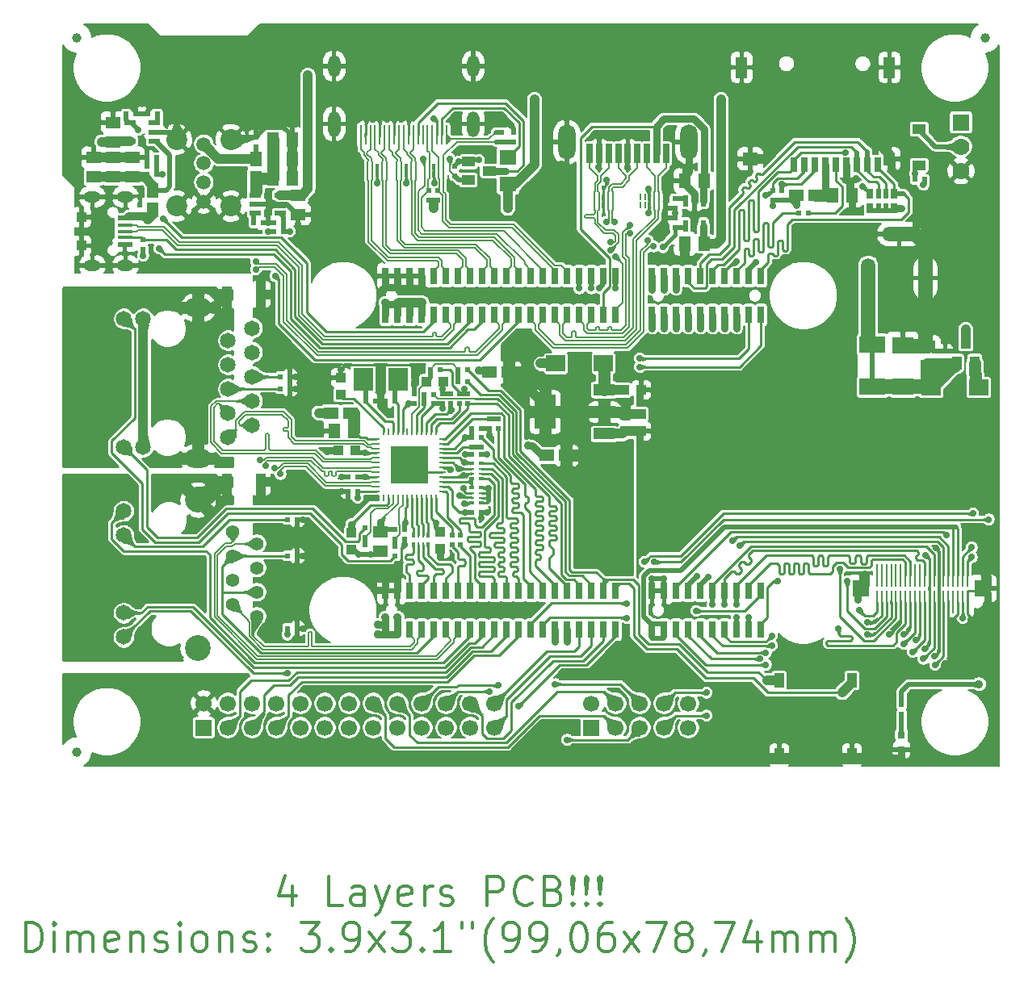
<source format=gbr>
%TF.GenerationSoftware,KiCad,Pcbnew,5.1.6-c6e7f7d~87~ubuntu18.04.1*%
%TF.CreationDate,2021-03-10T15:58:37+02:00*%
%TF.ProjectId,RK3328-SOM-EVB_Rev_A,524b3333-3238-42d5-934f-4d2d4556425f,A*%
%TF.SameCoordinates,Original*%
%TF.FileFunction,Copper,L1,Top*%
%TF.FilePolarity,Positive*%
%FSLAX46Y46*%
G04 Gerber Fmt 4.6, Leading zero omitted, Abs format (unit mm)*
G04 Created by KiCad (PCBNEW 5.1.6-c6e7f7d~87~ubuntu18.04.1) date 2021-03-10 15:58:37*
%MOMM*%
%LPD*%
G01*
G04 APERTURE LIST*
%TA.AperFunction,NonConductor*%
%ADD10C,0.300000*%
%TD*%
%TA.AperFunction,SMDPad,CuDef*%
%ADD11R,0.700000X1.800000*%
%TD*%
%TA.AperFunction,ConnectorPad*%
%ADD12C,1.000000*%
%TD*%
%TA.AperFunction,SMDPad,CuDef*%
%ADD13R,0.550000X0.500000*%
%TD*%
%TA.AperFunction,SMDPad,CuDef*%
%ADD14R,1.524000X1.270000*%
%TD*%
%TA.AperFunction,SMDPad,CuDef*%
%ADD15R,1.270000X1.524000*%
%TD*%
%TA.AperFunction,SMDPad,CuDef*%
%ADD16R,0.500000X0.550000*%
%TD*%
%TA.AperFunction,SMDPad,CuDef*%
%ADD17R,1.400000X1.000000*%
%TD*%
%TA.AperFunction,SMDPad,CuDef*%
%ADD18R,1.800000X1.600000*%
%TD*%
%TA.AperFunction,ComponentPad*%
%ADD19O,1.300000X2.700000*%
%TD*%
%TA.AperFunction,ComponentPad*%
%ADD20O,1.300000X2.300000*%
%TD*%
%TA.AperFunction,SMDPad,CuDef*%
%ADD21R,0.250000X2.000000*%
%TD*%
%TA.AperFunction,SMDPad,CuDef*%
%ADD22R,0.200000X0.675000*%
%TD*%
%TA.AperFunction,SMDPad,CuDef*%
%ADD23R,0.300000X0.775000*%
%TD*%
%TA.AperFunction,SMDPad,CuDef*%
%ADD24R,1.200000X0.550000*%
%TD*%
%TA.AperFunction,ComponentPad*%
%ADD25C,2.200000*%
%TD*%
%TA.AperFunction,ComponentPad*%
%ADD26C,1.500000*%
%TD*%
%TA.AperFunction,ComponentPad*%
%ADD27O,1.800000X1.200000*%
%TD*%
%TA.AperFunction,SMDPad,CuDef*%
%ADD28R,1.000000X1.100000*%
%TD*%
%TA.AperFunction,SMDPad,CuDef*%
%ADD29R,1.650000X0.500000*%
%TD*%
%TA.AperFunction,SMDPad,CuDef*%
%ADD30R,1.650000X0.325000*%
%TD*%
%TA.AperFunction,SMDPad,CuDef*%
%ADD31R,1.016000X1.778000*%
%TD*%
%TA.AperFunction,SMDPad,CuDef*%
%ADD32R,1.016000X1.016000*%
%TD*%
%TA.AperFunction,SMDPad,CuDef*%
%ADD33R,2.000000X1.700000*%
%TD*%
%TA.AperFunction,SMDPad,CuDef*%
%ADD34R,2.286000X1.778000*%
%TD*%
%TA.AperFunction,ComponentPad*%
%ADD35C,1.700000*%
%TD*%
%TA.AperFunction,ComponentPad*%
%ADD36R,1.700000X1.700000*%
%TD*%
%TA.AperFunction,SMDPad,CuDef*%
%ADD37R,1.000000X1.400000*%
%TD*%
%TA.AperFunction,SMDPad,CuDef*%
%ADD38R,1.800000X1.800000*%
%TD*%
%TA.AperFunction,Conductor*%
%ADD39R,0.250000X2.400000*%
%TD*%
%TA.AperFunction,SMDPad,CuDef*%
%ADD40R,2.700000X1.800000*%
%TD*%
%TA.AperFunction,ComponentPad*%
%ADD41C,1.650000*%
%TD*%
%TA.AperFunction,ComponentPad*%
%ADD42O,2.800000X2.000000*%
%TD*%
%TA.AperFunction,ComponentPad*%
%ADD43C,1.410000*%
%TD*%
%TA.AperFunction,ComponentPad*%
%ADD44C,2.700000*%
%TD*%
%TA.AperFunction,SMDPad,CuDef*%
%ADD45R,1.200000X2.200000*%
%TD*%
%TA.AperFunction,SMDPad,CuDef*%
%ADD46R,1.600000X1.400000*%
%TD*%
%TA.AperFunction,SMDPad,CuDef*%
%ADD47R,1.200000X1.400000*%
%TD*%
%TA.AperFunction,Conductor*%
%ADD48R,0.700000X1.600000*%
%TD*%
%TA.AperFunction,SMDPad,CuDef*%
%ADD49R,1.016000X1.524000*%
%TD*%
%TA.AperFunction,ComponentPad*%
%ADD50O,1.500000X3.900000*%
%TD*%
%TA.AperFunction,ComponentPad*%
%ADD51O,1.500000X3.600000*%
%TD*%
%TA.AperFunction,ComponentPad*%
%ADD52O,3.700000X1.500000*%
%TD*%
%TA.AperFunction,SMDPad,CuDef*%
%ADD53R,0.800000X0.800000*%
%TD*%
%TA.AperFunction,SMDPad,CuDef*%
%ADD54R,2.100000X2.400000*%
%TD*%
%TA.AperFunction,SMDPad,CuDef*%
%ADD55R,0.625000X0.325000*%
%TD*%
%TA.AperFunction,SMDPad,CuDef*%
%ADD56R,0.625000X0.250000*%
%TD*%
%TA.AperFunction,SMDPad,CuDef*%
%ADD57R,0.325000X0.625000*%
%TD*%
%TA.AperFunction,SMDPad,CuDef*%
%ADD58R,0.250000X0.625000*%
%TD*%
%TA.AperFunction,SMDPad,CuDef*%
%ADD59R,0.762000X1.016000*%
%TD*%
%TA.AperFunction,SMDPad,CuDef*%
%ADD60R,0.508000X1.016000*%
%TD*%
%TA.AperFunction,SMDPad,CuDef*%
%ADD61R,0.550000X1.200000*%
%TD*%
%TA.AperFunction,SMDPad,CuDef*%
%ADD62R,0.650000X0.250000*%
%TD*%
%TA.AperFunction,SMDPad,CuDef*%
%ADD63R,0.250000X0.650000*%
%TD*%
%TA.AperFunction,SMDPad,CuDef*%
%ADD64R,4.000000X4.000000*%
%TD*%
%TA.AperFunction,ComponentPad*%
%ADD65R,1.422400X1.422400*%
%TD*%
%TA.AperFunction,ComponentPad*%
%ADD66R,1.778000X1.778000*%
%TD*%
%TA.AperFunction,ComponentPad*%
%ADD67C,1.778000*%
%TD*%
%TA.AperFunction,ComponentPad*%
%ADD68O,1.800000X3.700000*%
%TD*%
%TA.AperFunction,SMDPad,CuDef*%
%ADD69R,0.700000X2.000000*%
%TD*%
%TA.AperFunction,SMDPad,CuDef*%
%ADD70R,2.235200X1.219200*%
%TD*%
%TA.AperFunction,SMDPad,CuDef*%
%ADD71R,2.200000X3.600000*%
%TD*%
%TA.AperFunction,ViaPad*%
%ADD72C,0.900000*%
%TD*%
%TA.AperFunction,ViaPad*%
%ADD73C,0.700000*%
%TD*%
%TA.AperFunction,Conductor*%
%ADD74C,0.508000*%
%TD*%
%TA.AperFunction,Conductor*%
%ADD75C,1.016000*%
%TD*%
%TA.AperFunction,Conductor*%
%ADD76C,0.762000*%
%TD*%
%TA.AperFunction,Conductor*%
%ADD77C,1.270000*%
%TD*%
%TA.AperFunction,Conductor*%
%ADD78C,1.524000*%
%TD*%
%TA.AperFunction,Conductor*%
%ADD79C,0.254000*%
%TD*%
%TA.AperFunction,Conductor*%
%ADD80C,0.152400*%
%TD*%
%TA.AperFunction,Conductor*%
%ADD81C,0.177800*%
%TD*%
%TA.AperFunction,Conductor*%
%ADD82C,0.406400*%
%TD*%
%TA.AperFunction,Conductor*%
%ADD83C,0.203200*%
%TD*%
%TA.AperFunction,Conductor*%
%ADD84C,0.025400*%
%TD*%
G04 APERTURE END LIST*
D10*
X126105005Y-144277144D02*
X126105005Y-146277143D01*
X125390719Y-143134287D02*
X124676434Y-145277143D01*
X126533576Y-145277143D01*
X131390717Y-146277143D02*
X129962146Y-146277143D01*
X129962146Y-143277144D01*
X133676431Y-146277143D02*
X133676431Y-144705715D01*
X133533574Y-144420001D01*
X133247859Y-144277144D01*
X132676431Y-144277144D01*
X132390717Y-144420001D01*
X133676431Y-146134286D02*
X133390717Y-146277143D01*
X132676431Y-146277143D01*
X132390717Y-146134286D01*
X132247860Y-145848572D01*
X132247860Y-145562857D01*
X132390717Y-145277143D01*
X132676431Y-145134286D01*
X133390717Y-145134286D01*
X133676431Y-144991429D01*
X134819287Y-144277144D02*
X135533573Y-146277143D01*
X136247858Y-144277144D02*
X135533573Y-146277143D01*
X135247859Y-146991428D01*
X135105002Y-147134285D01*
X134819287Y-147277143D01*
X138533572Y-146134286D02*
X138247858Y-146277143D01*
X137676429Y-146277143D01*
X137390715Y-146134286D01*
X137247858Y-145848572D01*
X137247858Y-144705715D01*
X137390715Y-144420001D01*
X137676429Y-144277144D01*
X138247858Y-144277144D01*
X138533572Y-144420001D01*
X138676429Y-144705715D01*
X138676429Y-144991429D01*
X137247858Y-145277143D01*
X139962143Y-146277143D02*
X139962143Y-144277144D01*
X139962143Y-144848572D02*
X140105000Y-144562858D01*
X140247857Y-144420001D01*
X140533571Y-144277144D01*
X140819285Y-144277144D01*
X141676428Y-146134286D02*
X141962142Y-146277143D01*
X142533571Y-146277143D01*
X142819285Y-146134286D01*
X142962142Y-145848572D01*
X142962142Y-145705715D01*
X142819285Y-145420000D01*
X142533571Y-145277143D01*
X142104999Y-145277143D01*
X141819285Y-145134286D01*
X141676428Y-144848572D01*
X141676428Y-144705715D01*
X141819285Y-144420001D01*
X142104999Y-144277144D01*
X142533571Y-144277144D01*
X142819285Y-144420001D01*
X146533569Y-146277143D02*
X146533569Y-143277144D01*
X147676426Y-143277144D01*
X147962140Y-143420001D01*
X148104997Y-143562858D01*
X148247854Y-143848572D01*
X148247854Y-144277144D01*
X148104997Y-144562858D01*
X147962140Y-144705715D01*
X147676426Y-144848572D01*
X146533569Y-144848572D01*
X151247853Y-145991429D02*
X151104996Y-146134286D01*
X150676425Y-146277143D01*
X150390711Y-146277143D01*
X149962140Y-146134286D01*
X149676425Y-145848572D01*
X149533568Y-145562857D01*
X149390711Y-144991429D01*
X149390711Y-144562858D01*
X149533568Y-143991429D01*
X149676425Y-143705715D01*
X149962140Y-143420001D01*
X150390711Y-143277144D01*
X150676425Y-143277144D01*
X151104996Y-143420001D01*
X151247853Y-143562858D01*
X153533567Y-144705715D02*
X153962138Y-144848572D01*
X154104995Y-144991429D01*
X154247852Y-145277143D01*
X154247852Y-145705715D01*
X154104995Y-145991429D01*
X153962138Y-146134286D01*
X153676424Y-146277143D01*
X152533567Y-146277143D01*
X152533567Y-143277144D01*
X153533567Y-143277144D01*
X153819281Y-143420001D01*
X153962138Y-143562858D01*
X154104995Y-143848572D01*
X154104995Y-144134286D01*
X153962138Y-144420001D01*
X153819281Y-144562858D01*
X153533567Y-144705715D01*
X152533567Y-144705715D01*
X155533566Y-145991429D02*
X155676423Y-146134286D01*
X155533566Y-146277143D01*
X155390709Y-146134286D01*
X155533566Y-145991429D01*
X155533566Y-146277143D01*
X155533566Y-145134286D02*
X155390709Y-143420001D01*
X155533566Y-143277144D01*
X155676423Y-143420001D01*
X155533566Y-145134286D01*
X155533566Y-143277144D01*
X156962137Y-145991429D02*
X157104994Y-146134286D01*
X156962137Y-146277143D01*
X156819280Y-146134286D01*
X156962137Y-145991429D01*
X156962137Y-146277143D01*
X156962137Y-145134286D02*
X156819280Y-143420001D01*
X156962137Y-143277144D01*
X157104994Y-143420001D01*
X156962137Y-145134286D01*
X156962137Y-143277144D01*
X158390708Y-145991429D02*
X158533565Y-146134286D01*
X158390708Y-146277143D01*
X158247851Y-146134286D01*
X158390708Y-145991429D01*
X158390708Y-146277143D01*
X158390708Y-145134286D02*
X158247851Y-143420001D01*
X158390708Y-143277144D01*
X158533565Y-143420001D01*
X158390708Y-145134286D01*
X158390708Y-143277144D01*
X98176443Y-151077142D02*
X98176443Y-148077143D01*
X98890728Y-148077143D01*
X99319299Y-148220000D01*
X99605014Y-148505714D01*
X99747871Y-148791428D01*
X99890728Y-149362857D01*
X99890728Y-149791428D01*
X99747871Y-150362856D01*
X99605014Y-150648571D01*
X99319299Y-150934285D01*
X98890728Y-151077142D01*
X98176443Y-151077142D01*
X101176442Y-151077142D02*
X101176442Y-149077143D01*
X101176442Y-148077143D02*
X101033584Y-148220000D01*
X101176442Y-148362857D01*
X101319299Y-148220000D01*
X101176442Y-148077143D01*
X101176442Y-148362857D01*
X102605013Y-151077142D02*
X102605013Y-149077143D01*
X102605013Y-149362857D02*
X102747870Y-149220000D01*
X103033584Y-149077143D01*
X103462155Y-149077143D01*
X103747869Y-149220000D01*
X103890726Y-149505714D01*
X103890726Y-151077142D01*
X103890726Y-149505714D02*
X104033583Y-149220000D01*
X104319298Y-149077143D01*
X104747869Y-149077143D01*
X105033583Y-149220000D01*
X105176440Y-149505714D01*
X105176440Y-151077142D01*
X107747868Y-150934285D02*
X107462154Y-151077142D01*
X106890725Y-151077142D01*
X106605011Y-150934285D01*
X106462154Y-150648571D01*
X106462154Y-149505714D01*
X106605011Y-149220000D01*
X106890725Y-149077143D01*
X107462154Y-149077143D01*
X107747868Y-149220000D01*
X107890725Y-149505714D01*
X107890725Y-149791428D01*
X106462154Y-150077142D01*
X109176439Y-149077143D02*
X109176439Y-151077142D01*
X109176439Y-149362857D02*
X109319296Y-149220000D01*
X109605010Y-149077143D01*
X110033581Y-149077143D01*
X110319296Y-149220000D01*
X110462153Y-149505714D01*
X110462153Y-151077142D01*
X111747867Y-150934285D02*
X112033581Y-151077142D01*
X112605009Y-151077142D01*
X112890723Y-150934285D01*
X113033580Y-150648571D01*
X113033580Y-150505714D01*
X112890723Y-150219999D01*
X112605009Y-150077142D01*
X112176438Y-150077142D01*
X111890724Y-149934285D01*
X111747867Y-149648571D01*
X111747867Y-149505714D01*
X111890724Y-149220000D01*
X112176438Y-149077143D01*
X112605009Y-149077143D01*
X112890723Y-149220000D01*
X114319294Y-151077142D02*
X114319294Y-149077143D01*
X114319294Y-148077143D02*
X114176437Y-148220000D01*
X114319294Y-148362857D01*
X114462151Y-148220000D01*
X114319294Y-148077143D01*
X114319294Y-148362857D01*
X116176437Y-151077142D02*
X115890722Y-150934285D01*
X115747865Y-150791428D01*
X115605008Y-150505714D01*
X115605008Y-149648571D01*
X115747865Y-149362857D01*
X115890722Y-149220000D01*
X116176437Y-149077143D01*
X116605008Y-149077143D01*
X116890722Y-149220000D01*
X117033579Y-149362857D01*
X117176436Y-149648571D01*
X117176436Y-150505714D01*
X117033579Y-150791428D01*
X116890722Y-150934285D01*
X116605008Y-151077142D01*
X116176437Y-151077142D01*
X118462150Y-149077143D02*
X118462150Y-151077142D01*
X118462150Y-149362857D02*
X118605007Y-149220000D01*
X118890721Y-149077143D01*
X119319293Y-149077143D01*
X119605007Y-149220000D01*
X119747864Y-149505714D01*
X119747864Y-151077142D01*
X121033578Y-150934285D02*
X121319292Y-151077142D01*
X121890720Y-151077142D01*
X122176435Y-150934285D01*
X122319292Y-150648571D01*
X122319292Y-150505714D01*
X122176435Y-150219999D01*
X121890720Y-150077142D01*
X121462149Y-150077142D01*
X121176435Y-149934285D01*
X121033578Y-149648571D01*
X121033578Y-149505714D01*
X121176435Y-149220000D01*
X121462149Y-149077143D01*
X121890720Y-149077143D01*
X122176435Y-149220000D01*
X123605006Y-150791428D02*
X123747863Y-150934285D01*
X123605006Y-151077142D01*
X123462148Y-150934285D01*
X123605006Y-150791428D01*
X123605006Y-151077142D01*
X123605006Y-149220000D02*
X123747863Y-149362857D01*
X123605006Y-149505714D01*
X123462148Y-149362857D01*
X123605006Y-149220000D01*
X123605006Y-149505714D01*
X127033576Y-148077143D02*
X128890718Y-148077143D01*
X127890718Y-149220000D01*
X128319290Y-149220000D01*
X128605004Y-149362857D01*
X128747861Y-149505714D01*
X128890718Y-149791428D01*
X128890718Y-150505714D01*
X128747861Y-150791428D01*
X128605004Y-150934285D01*
X128319290Y-151077142D01*
X127462147Y-151077142D01*
X127176433Y-150934285D01*
X127033576Y-150791428D01*
X130176432Y-150791428D02*
X130319289Y-150934285D01*
X130176432Y-151077142D01*
X130033575Y-150934285D01*
X130176432Y-150791428D01*
X130176432Y-151077142D01*
X131747860Y-151077142D02*
X132319288Y-151077142D01*
X132605003Y-150934285D01*
X132747860Y-150791428D01*
X133033574Y-150362856D01*
X133176431Y-149791428D01*
X133176431Y-148648571D01*
X133033574Y-148362857D01*
X132890717Y-148220000D01*
X132605003Y-148077143D01*
X132033574Y-148077143D01*
X131747860Y-148220000D01*
X131605003Y-148362857D01*
X131462146Y-148648571D01*
X131462146Y-149362857D01*
X131605003Y-149648571D01*
X131747860Y-149791428D01*
X132033574Y-149934285D01*
X132605003Y-149934285D01*
X132890717Y-149791428D01*
X133033574Y-149648571D01*
X133176431Y-149362857D01*
X134176431Y-151077142D02*
X135747859Y-149077143D01*
X134176431Y-149077143D02*
X135747859Y-151077142D01*
X136605001Y-148077143D02*
X138462143Y-148077143D01*
X137462144Y-149220000D01*
X137890715Y-149220000D01*
X138176429Y-149362857D01*
X138319286Y-149505714D01*
X138462143Y-149791428D01*
X138462143Y-150505714D01*
X138319286Y-150791428D01*
X138176429Y-150934285D01*
X137890715Y-151077142D01*
X137033572Y-151077142D01*
X136747858Y-150934285D01*
X136605001Y-150791428D01*
X139747857Y-150791428D02*
X139890714Y-150934285D01*
X139747857Y-151077142D01*
X139605000Y-150934285D01*
X139747857Y-150791428D01*
X139747857Y-151077142D01*
X142747856Y-151077142D02*
X141033571Y-151077142D01*
X141890714Y-151077142D02*
X141890714Y-148077143D01*
X141605000Y-148505714D01*
X141319285Y-148791428D01*
X141033571Y-148934285D01*
X143890713Y-148077143D02*
X143890713Y-148648571D01*
X145033570Y-148077143D02*
X145033570Y-148648571D01*
X147176426Y-152219999D02*
X147033569Y-152077142D01*
X146747855Y-151648570D01*
X146604998Y-151362856D01*
X146462141Y-150934285D01*
X146319284Y-150219999D01*
X146319284Y-149648571D01*
X146462141Y-148934285D01*
X146604998Y-148505714D01*
X146747855Y-148220000D01*
X147033569Y-147791429D01*
X147176426Y-147648572D01*
X148462140Y-151077142D02*
X149033568Y-151077142D01*
X149319283Y-150934285D01*
X149462140Y-150791428D01*
X149747854Y-150362856D01*
X149890711Y-149791428D01*
X149890711Y-148648571D01*
X149747854Y-148362857D01*
X149604997Y-148220000D01*
X149319283Y-148077143D01*
X148747854Y-148077143D01*
X148462140Y-148220000D01*
X148319283Y-148362857D01*
X148176426Y-148648571D01*
X148176426Y-149362857D01*
X148319283Y-149648571D01*
X148462140Y-149791428D01*
X148747854Y-149934285D01*
X149319283Y-149934285D01*
X149604997Y-149791428D01*
X149747854Y-149648571D01*
X149890711Y-149362857D01*
X151319282Y-151077142D02*
X151890710Y-151077142D01*
X152176425Y-150934285D01*
X152319282Y-150791428D01*
X152604996Y-150362856D01*
X152747853Y-149791428D01*
X152747853Y-148648571D01*
X152604996Y-148362857D01*
X152462139Y-148220000D01*
X152176425Y-148077143D01*
X151604996Y-148077143D01*
X151319282Y-148220000D01*
X151176425Y-148362857D01*
X151033568Y-148648571D01*
X151033568Y-149362857D01*
X151176425Y-149648571D01*
X151319282Y-149791428D01*
X151604996Y-149934285D01*
X152176425Y-149934285D01*
X152462139Y-149791428D01*
X152604996Y-149648571D01*
X152747853Y-149362857D01*
X154176424Y-150934285D02*
X154176424Y-151077142D01*
X154033567Y-151362856D01*
X153890710Y-151505713D01*
X156033566Y-148077143D02*
X156319280Y-148077143D01*
X156604995Y-148220000D01*
X156747852Y-148362857D01*
X156890709Y-148648571D01*
X157033566Y-149220000D01*
X157033566Y-149934285D01*
X156890709Y-150505714D01*
X156747852Y-150791428D01*
X156604995Y-150934285D01*
X156319280Y-151077142D01*
X156033566Y-151077142D01*
X155747852Y-150934285D01*
X155604995Y-150791428D01*
X155462138Y-150505714D01*
X155319281Y-149934285D01*
X155319281Y-149220000D01*
X155462138Y-148648571D01*
X155604995Y-148362857D01*
X155747852Y-148220000D01*
X156033566Y-148077143D01*
X159604994Y-148077143D02*
X159033565Y-148077143D01*
X158747851Y-148220000D01*
X158604994Y-148362857D01*
X158319280Y-148791428D01*
X158176423Y-149362857D01*
X158176423Y-150505714D01*
X158319280Y-150791428D01*
X158462137Y-150934285D01*
X158747851Y-151077142D01*
X159319279Y-151077142D01*
X159604994Y-150934285D01*
X159747851Y-150791428D01*
X159890708Y-150505714D01*
X159890708Y-149791428D01*
X159747851Y-149505714D01*
X159604994Y-149362857D01*
X159319279Y-149220000D01*
X158747851Y-149220000D01*
X158462137Y-149362857D01*
X158319280Y-149505714D01*
X158176423Y-149791428D01*
X160890707Y-151077142D02*
X162462135Y-149077143D01*
X160890707Y-149077143D02*
X162462135Y-151077142D01*
X163319278Y-148077143D02*
X165319277Y-148077143D01*
X164033563Y-151077142D01*
X166890705Y-149362857D02*
X166604991Y-149220000D01*
X166462134Y-149077143D01*
X166319277Y-148791428D01*
X166319277Y-148648571D01*
X166462134Y-148362857D01*
X166604991Y-148220000D01*
X166890705Y-148077143D01*
X167462134Y-148077143D01*
X167747848Y-148220000D01*
X167890705Y-148362857D01*
X168033562Y-148648571D01*
X168033562Y-148791428D01*
X167890705Y-149077143D01*
X167747848Y-149220000D01*
X167462134Y-149362857D01*
X166890705Y-149362857D01*
X166604991Y-149505714D01*
X166462134Y-149648571D01*
X166319277Y-149934285D01*
X166319277Y-150505714D01*
X166462134Y-150791428D01*
X166604991Y-150934285D01*
X166890705Y-151077142D01*
X167462134Y-151077142D01*
X167747848Y-150934285D01*
X167890705Y-150791428D01*
X168033562Y-150505714D01*
X168033562Y-149934285D01*
X167890705Y-149648571D01*
X167747848Y-149505714D01*
X167462134Y-149362857D01*
X169462133Y-150934285D02*
X169462133Y-151077142D01*
X169319276Y-151362856D01*
X169176419Y-151505713D01*
X170462133Y-148077143D02*
X172462132Y-148077143D01*
X171176418Y-151077142D01*
X174890703Y-149077143D02*
X174890703Y-151077142D01*
X174176417Y-147934286D02*
X173462132Y-150077142D01*
X175319274Y-150077142D01*
X176462131Y-151077142D02*
X176462131Y-149077143D01*
X176462131Y-149362857D02*
X176604988Y-149220000D01*
X176890702Y-149077143D01*
X177319273Y-149077143D01*
X177604988Y-149220000D01*
X177747845Y-149505714D01*
X177747845Y-151077142D01*
X177747845Y-149505714D02*
X177890702Y-149220000D01*
X178176416Y-149077143D01*
X178604987Y-149077143D01*
X178890701Y-149220000D01*
X179033558Y-149505714D01*
X179033558Y-151077142D01*
X180462129Y-151077142D02*
X180462129Y-149077143D01*
X180462129Y-149362857D02*
X180604987Y-149220000D01*
X180890701Y-149077143D01*
X181319272Y-149077143D01*
X181604986Y-149220000D01*
X181747843Y-149505714D01*
X181747843Y-151077142D01*
X181747843Y-149505714D02*
X181890700Y-149220000D01*
X182176415Y-149077143D01*
X182604986Y-149077143D01*
X182890700Y-149220000D01*
X183033557Y-149505714D01*
X183033557Y-151077142D01*
X184176414Y-152219999D02*
X184319271Y-152077142D01*
X184604985Y-151648570D01*
X184747842Y-151362856D01*
X184890699Y-150934285D01*
X185033556Y-150219999D01*
X185033556Y-149648571D01*
X184890699Y-148934285D01*
X184747842Y-148505714D01*
X184604985Y-148220000D01*
X184319271Y-147791429D01*
X184176414Y-147648572D01*
D11*
%TO.P,GPIO3,1*%
%TO.N,VDD_1.8V*%
X163830000Y-117348000D03*
%TO.P,GPIO3,2*%
%TO.N,GND*%
X163830000Y-113284000D03*
%TO.P,GPIO3,3*%
%TO.N,VDD_1.8V*%
X165100000Y-117348000D03*
%TO.P,GPIO3,4*%
%TO.N,GND*%
X165100000Y-113284000D03*
%TO.P,GPIO3,5*%
%TO.N,/eMMC_D7*%
X166370000Y-117348000D03*
%TO.P,GPIO3,6*%
%TO.N,/eMMC_CLK*%
X166370000Y-113284000D03*
%TO.P,GPIO3,7*%
%TO.N,/eMMC_D6*%
X167640000Y-117348000D03*
%TO.P,GPIO3,8*%
%TO.N,/eMMC_CMD*%
X167640000Y-113284000D03*
%TO.P,GPIO3,9*%
%TO.N,/eMMC_D5*%
X168910000Y-117348000D03*
%TO.P,GPIO3,10*%
%TO.N,/eMMC_RST*%
X168910000Y-113284000D03*
%TO.P,GPIO3,11*%
%TO.N,/eMMC_D4*%
X170180000Y-117348000D03*
%TO.P,GPIO3,12*%
%TO.N,/SPI_CLK_M2*%
X170180000Y-113284000D03*
%TO.P,GPIO3,13*%
%TO.N,/eMMC_D3*%
X171450000Y-117348000D03*
%TO.P,GPIO3,14*%
%TO.N,/SPI_TXD_M2*%
X171450000Y-113284000D03*
%TO.P,GPIO3,15*%
%TO.N,/eMMC_D2*%
X172720000Y-117348000D03*
%TO.P,GPIO3,16*%
%TO.N,/SPI_RXD_M2*%
X172720000Y-113284000D03*
%TO.P,GPIO3,17*%
%TO.N,/eMMC_D1*%
X173990000Y-117348000D03*
%TO.P,GPIO3,18*%
%TO.N,/SPI_CSN0_M2*%
X173990000Y-113284000D03*
%TO.P,GPIO3,19*%
%TO.N,/eMMC_D0*%
X175260000Y-117348000D03*
%TO.P,GPIO3,20*%
%TO.N,/SPI_CSN1_M0*%
X175260000Y-113284000D03*
%TD*%
%TO.P,GPIO2,20*%
%TO.N,/GMAC_RXD2*%
X147320000Y-113284000D03*
%TO.P,GPIO2,19*%
%TO.N,/GPIO1_D0*%
X147320000Y-117348000D03*
%TO.P,GPIO2,18*%
%TO.N,/GMAC_RXD3*%
X146050000Y-113284000D03*
%TO.P,GPIO2,17*%
%TO.N,/FEPHY_LED_LINK_M1*%
X146050000Y-117348000D03*
%TO.P,GPIO2,16*%
%TO.N,/GMAC_TXCTL*%
X144780000Y-113284000D03*
%TO.P,GPIO2,15*%
%TO.N,/FEPHY_LED_DATA_M1*%
X144780000Y-117348000D03*
%TO.P,GPIO2,14*%
%TO.N,/GMAC_TXCLK*%
X143510000Y-113284000D03*
%TO.P,GPIO2,13*%
%TO.N,/FEPHY_TX_P*%
X143510000Y-117348000D03*
%TO.P,GPIO2,12*%
%TO.N,/GMAC_TXD3*%
X142240000Y-113284000D03*
%TO.P,GPIO2,11*%
%TO.N,/FEPHY_TX_N*%
X142240000Y-117348000D03*
%TO.P,GPIO2,10*%
%TO.N,/GMAC_TXD2*%
X140970000Y-113284000D03*
%TO.P,GPIO2,9*%
%TO.N,/FEPHY_PWFBOUT*%
X140970000Y-117348000D03*
%TO.P,GPIO2,8*%
%TO.N,/GMAC_TXD1*%
X139700000Y-113284000D03*
%TO.P,GPIO2,7*%
%TO.N,/FEPHY_RX_P*%
X139700000Y-117348000D03*
%TO.P,GPIO2,6*%
%TO.N,/GMAC_TXD0*%
X138430000Y-113284000D03*
%TO.P,GPIO2,5*%
%TO.N,/FEPHY_RX_N*%
X138430000Y-117348000D03*
%TO.P,GPIO2,4*%
%TO.N,GND*%
X137160000Y-113284000D03*
%TO.P,GPIO2,3*%
%TO.N,+3V3*%
X137160000Y-117348000D03*
%TO.P,GPIO2,2*%
%TO.N,GND*%
X135890000Y-113284000D03*
%TO.P,GPIO2,1*%
%TO.N,+3V3*%
X135890000Y-117348000D03*
%TO.P,GPIO2,21*%
%TO.N,/GPIO1_D2*%
X148590000Y-117348000D03*
%TO.P,GPIO2,22*%
%TO.N,/GMAC_RXD1*%
X148590000Y-113284000D03*
%TO.P,GPIO2,23*%
%TO.N,/GPIO1_D4*%
X149860000Y-117348000D03*
%TO.P,GPIO2,24*%
%TO.N,/GMAC_RXD0*%
X149860000Y-113284000D03*
%TO.P,GPIO2,25*%
%TO.N,/DBG_UART2-RxD*%
X151130000Y-117348000D03*
%TO.P,GPIO2,26*%
%TO.N,/GMAC_RXCTL*%
X151130000Y-113284000D03*
%TO.P,GPIO2,27*%
%TO.N,/DBG_UART2-TxD*%
X152400000Y-117348000D03*
%TO.P,GPIO2,28*%
%TO.N,/GMAC_RXCLK*%
X152400000Y-113284000D03*
%TO.P,GPIO2,29*%
%TO.N,I2C1_SDA_PMIC*%
X153670000Y-117348000D03*
%TO.P,GPIO2,30*%
%TO.N,/GMAC_MDC*%
X153670000Y-113284000D03*
%TO.P,GPIO2,31*%
%TO.N,I2C1_SCL_PMIC*%
X154940000Y-117348000D03*
%TO.P,GPIO2,32*%
%TO.N,/GMAC_MDIO*%
X154940000Y-113284000D03*
%TO.P,GPIO2,33*%
%TO.N,/SPDIF_TX_M0*%
X156210000Y-117348000D03*
%TO.P,GPIO2,34*%
%TO.N,/GMAC_CLKIN*%
X156210000Y-113284000D03*
%TO.P,GPIO2,35*%
%TO.N,/PWM2*%
X157480000Y-117348000D03*
%TO.P,GPIO2,36*%
%TO.N,/GPIO1_C2\u005CEPHY-RST#*%
X157480000Y-113284000D03*
%TO.P,GPIO2,37*%
%TO.N,/IR_RX*%
X158750000Y-117348000D03*
%TO.P,GPIO2,38*%
%TO.N,AP-RESET#*%
X158750000Y-113284000D03*
%TO.P,GPIO2,39*%
%TO.N,CLK32K*%
X160020000Y-117348000D03*
%TO.P,GPIO2,40*%
%TO.N,POWER_ON*%
X160020000Y-113284000D03*
%TD*%
%TO.P,GPIO1,40*%
%TO.N,UART1_CTSN*%
X160020000Y-80264000D03*
%TO.P,GPIO1,39*%
%TO.N,/USB30_DRV*%
X160020000Y-84328000D03*
%TO.P,GPIO1,38*%
%TO.N,UART1_RTSN*%
X158750000Y-80264000D03*
%TO.P,GPIO1,37*%
%TO.N,/USB30-VBUSDET*%
X158750000Y-84328000D03*
%TO.P,GPIO1,36*%
%TO.N,UART1_RX*%
X157480000Y-80264000D03*
%TO.P,GPIO1,35*%
%TO.N,/USB30_D_N*%
X157480000Y-84328000D03*
%TO.P,GPIO1,34*%
%TO.N,UART1_TX*%
X156210000Y-80264000D03*
%TO.P,GPIO1,33*%
%TO.N,/USB30_D_P*%
X156210000Y-84328000D03*
%TO.P,GPIO1,32*%
%TO.N,/HHPD*%
X154940000Y-80264000D03*
%TO.P,GPIO1,31*%
%TO.N,/USB30_TX_N*%
X154940000Y-84328000D03*
%TO.P,GPIO1,30*%
%TO.N,/HSDA*%
X153670000Y-80264000D03*
%TO.P,GPIO1,29*%
%TO.N,/USB30_TX_P*%
X153670000Y-84328000D03*
%TO.P,GPIO1,28*%
%TO.N,/HSCL*%
X152400000Y-80264000D03*
%TO.P,GPIO1,27*%
%TO.N,/USB30_RX_N*%
X152400000Y-84328000D03*
%TO.P,GPIO1,26*%
%TO.N,/HCEC*%
X151130000Y-80264000D03*
%TO.P,GPIO1,25*%
%TO.N,/USB30_RX_P*%
X151130000Y-84328000D03*
%TO.P,GPIO1,24*%
%TO.N,/HTXCN*%
X149860000Y-80264000D03*
%TO.P,GPIO1,23*%
%TO.N,/USB1-DRV*%
X149860000Y-84328000D03*
%TO.P,GPIO1,22*%
%TO.N,/HTXCP*%
X148590000Y-80264000D03*
%TO.P,GPIO1,21*%
%TO.N,/USB1-D_P*%
X148590000Y-84328000D03*
%TO.P,GPIO1,1*%
%TO.N,+5V*%
X135890000Y-84328000D03*
%TO.P,GPIO1,2*%
%TO.N,GND*%
X135890000Y-80264000D03*
%TO.P,GPIO1,3*%
%TO.N,+5V*%
X137160000Y-84328000D03*
%TO.P,GPIO1,4*%
%TO.N,GND*%
X137160000Y-80264000D03*
%TO.P,GPIO1,5*%
%TO.N,+5V*%
X138430000Y-84328000D03*
%TO.P,GPIO1,6*%
%TO.N,GND*%
X138430000Y-80264000D03*
%TO.P,GPIO1,7*%
%TO.N,+5V*%
X139700000Y-84328000D03*
%TO.P,GPIO1,8*%
%TO.N,GND*%
X139700000Y-80264000D03*
%TO.P,GPIO1,9*%
%TO.N,/USB0-VBUSDET*%
X140970000Y-84328000D03*
%TO.P,GPIO1,10*%
%TO.N,/HTX2P*%
X140970000Y-80264000D03*
%TO.P,GPIO1,11*%
%TO.N,/USB0-D_N*%
X142240000Y-84328000D03*
%TO.P,GPIO1,12*%
%TO.N,/HTX2N*%
X142240000Y-80264000D03*
%TO.P,GPIO1,13*%
%TO.N,/USB0-D_P*%
X143510000Y-84328000D03*
%TO.P,GPIO1,14*%
%TO.N,/HTX1P*%
X143510000Y-80264000D03*
%TO.P,GPIO1,15*%
%TO.N,/USB0-ID*%
X144780000Y-84328000D03*
%TO.P,GPIO1,16*%
%TO.N,/HTX1N*%
X144780000Y-80264000D03*
%TO.P,GPIO1,17*%
%TO.N,/USB0-DRV*%
X146050000Y-84328000D03*
%TO.P,GPIO1,18*%
%TO.N,/HTX0P*%
X146050000Y-80264000D03*
%TO.P,GPIO1,19*%
%TO.N,/USB1-D_N*%
X147320000Y-84328000D03*
%TO.P,GPIO1,20*%
%TO.N,/HTX0N*%
X147320000Y-80264000D03*
%TD*%
%TO.P,GPIO4,20*%
%TO.N,/SDMMC0_DET*%
X175260000Y-80264000D03*
%TO.P,GPIO4,19*%
%TO.N,/SARADC_IN1*%
X175260000Y-84328000D03*
%TO.P,GPIO4,18*%
%TO.N,/SDMMC0_CMD*%
X173990000Y-80264000D03*
%TO.P,GPIO4,17*%
%TO.N,/SARADC_IN0*%
X173990000Y-84328000D03*
%TO.P,GPIO4,16*%
%TO.N,/SDMMC0_CK*%
X172720000Y-80264000D03*
%TO.P,GPIO4,15*%
%TO.N,GPIO2_C6*%
X172720000Y-84328000D03*
%TO.P,GPIO4,14*%
%TO.N,/SDMMC0_D3*%
X171450000Y-80264000D03*
%TO.P,GPIO4,13*%
%TO.N,GPIO2_C5*%
X171450000Y-84328000D03*
%TO.P,GPIO4,12*%
%TO.N,/SDMMC0_D2*%
X170180000Y-80264000D03*
%TO.P,GPIO4,11*%
%TO.N,GPIO2_C4*%
X170180000Y-84328000D03*
%TO.P,GPIO4,10*%
%TO.N,/SDMMC0_D1*%
X168910000Y-80264000D03*
%TO.P,GPIO4,9*%
%TO.N,GPIO2_C3*%
X168910000Y-84328000D03*
%TO.P,GPIO4,8*%
%TO.N,/SDMMC0_D0*%
X167640000Y-80264000D03*
%TO.P,GPIO4,7*%
%TO.N,GPIO2_C2*%
X167640000Y-84328000D03*
%TO.P,GPIO4,6*%
%TO.N,VDAC_OUT*%
X166370000Y-80264000D03*
%TO.P,GPIO4,5*%
%TO.N,GPIO2_C1*%
X166370000Y-84328000D03*
%TO.P,GPIO4,4*%
%TO.N,CODEC_AOR*%
X165100000Y-80264000D03*
%TO.P,GPIO4,3*%
%TO.N,GPIO2_C0*%
X165100000Y-84328000D03*
%TO.P,GPIO4,2*%
%TO.N,CODEC_AOL*%
X163830000Y-80264000D03*
%TO.P,GPIO4,1*%
%TO.N,GPIO2_B7*%
X163830000Y-84328000D03*
%TD*%
D12*
%TO.P,FID1,Fid1*%
%TO.N,Net-(FID1-PadFid1)*%
X103505000Y-130175000D03*
%TD*%
%TO.P,FID2,Fid1*%
%TO.N,Net-(FID2-PadFid1)*%
X198755000Y-55245000D03*
%TD*%
%TO.P,FID3,Fid1*%
%TO.N,Net-(FID3-PadFid1)*%
X103505000Y-55245000D03*
%TD*%
D13*
%TO.P,C1,1*%
%TO.N,GND*%
X122301000Y-65659000D03*
%TO.P,C1,2*%
%TO.N,Net-(C1-Pad2)*%
X122301000Y-66675000D03*
%TD*%
%TO.P,C2,2*%
%TO.N,+5V_USBOTG*%
X110109000Y-73787000D03*
%TO.P,C2,1*%
%TO.N,GND*%
X110109000Y-72771000D03*
%TD*%
D14*
%TO.P,C3,1*%
%TO.N,GND*%
X105283000Y-67818000D03*
%TO.P,C3,2*%
%TO.N,Net-(C3-Pad2)*%
X105283000Y-69850000D03*
%TD*%
D15*
%TO.P,C4,1*%
%TO.N,GND*%
X126111000Y-69976999D03*
%TO.P,C4,2*%
%TO.N,Net-(C4-Pad2)*%
X124079000Y-69976999D03*
%TD*%
D14*
%TO.P,C5,2*%
%TO.N,Net-(C3-Pad2)*%
X107315000Y-69850000D03*
%TO.P,C5,1*%
%TO.N,GND*%
X107315000Y-67818000D03*
%TD*%
D15*
%TO.P,C6,2*%
%TO.N,Net-(C4-Pad2)*%
X124079000Y-67944999D03*
%TO.P,C6,1*%
%TO.N,GND*%
X126111000Y-67944999D03*
%TD*%
D14*
%TO.P,C7,1*%
%TO.N,GND*%
X109347000Y-67818000D03*
%TO.P,C7,2*%
%TO.N,Net-(C3-Pad2)*%
X109347000Y-69850000D03*
%TD*%
D15*
%TO.P,C8,1*%
%TO.N,GND*%
X126111000Y-65912999D03*
%TO.P,C8,2*%
%TO.N,Net-(C4-Pad2)*%
X124079000Y-65912999D03*
%TD*%
D16*
%TO.P,C9,1*%
%TO.N,GND*%
X110871000Y-68707000D03*
%TO.P,C9,2*%
%TO.N,/USB0-VBUSDET*%
X111887000Y-68707000D03*
%TD*%
D14*
%TO.P,C10,2*%
%TO.N,GND*%
X107315000Y-64135000D03*
%TO.P,C10,1*%
%TO.N,+5V*%
X107315000Y-66167000D03*
%TD*%
%TO.P,C11,2*%
%TO.N,GND*%
X126746000Y-73787000D03*
%TO.P,C11,1*%
%TO.N,+5V*%
X126746000Y-71755000D03*
%TD*%
D17*
%TO.P,FET1,3*%
%TO.N,Net-(FET1-Pad3)*%
X146771360Y-69212460D03*
%TO.P,FET1,2*%
%TO.N,/HCEC*%
X144561560Y-70167500D03*
%TO.P,FET1,1*%
%TO.N,+3V3*%
X144561560Y-68265040D03*
%TD*%
D18*
%TO.P,FUSE1,1*%
%TO.N,+5V*%
X148717000Y-70615000D03*
%TO.P,FUSE1,2*%
%TO.N,Net-(FUSE1-Pad2)*%
X148717000Y-67815000D03*
%TD*%
D19*
%TO.P,HDMI1,0*%
%TO.N,GND*%
X145095000Y-64290000D03*
X130495000Y-64290000D03*
D20*
X130495000Y-58240000D03*
D21*
%TO.P,HDMI1,1*%
%TO.N,/HTX2P*%
X133295000Y-65440000D03*
%TO.P,HDMI1,2*%
%TO.N,GND*%
X133795000Y-65440000D03*
%TO.P,HDMI1,3*%
%TO.N,/HTX2N*%
X134295000Y-65440000D03*
%TO.P,HDMI1,4*%
%TO.N,/HTX1P*%
X134795000Y-65440000D03*
%TO.P,HDMI1,5*%
%TO.N,GND*%
X135295000Y-65440000D03*
%TO.P,HDMI1,6*%
%TO.N,/HTX1N*%
X135795000Y-65440000D03*
%TO.P,HDMI1,7*%
%TO.N,/HTX0P*%
X136295000Y-65440000D03*
%TO.P,HDMI1,8*%
%TO.N,GND*%
X136795000Y-65440000D03*
%TO.P,HDMI1,9*%
%TO.N,/HTX0N*%
X137295000Y-65440000D03*
%TO.P,HDMI1,10*%
%TO.N,/HTXCP*%
X137795000Y-65440000D03*
%TO.P,HDMI1,11*%
%TO.N,GND*%
X138295000Y-65440000D03*
%TO.P,HDMI1,12*%
%TO.N,/HTXCN*%
X138795000Y-65440000D03*
%TO.P,HDMI1,13*%
%TO.N,Net-(FET1-Pad3)*%
X139295000Y-65440000D03*
%TO.P,HDMI1,14*%
%TO.N,Net-(HDMI1-Pad14)*%
X139795000Y-65440000D03*
%TO.P,HDMI1,15*%
%TO.N,/HSCL*%
X140295000Y-65440000D03*
%TO.P,HDMI1,16*%
%TO.N,/HSDA*%
X140795000Y-65440000D03*
%TO.P,HDMI1,17*%
%TO.N,GND*%
X141295000Y-65440000D03*
%TO.P,HDMI1,18*%
%TO.N,Net-(FUSE1-Pad2)*%
X141795000Y-65440000D03*
%TO.P,HDMI1,19*%
%TO.N,Net-(HDMI1-Pad19)*%
X142295000Y-65440000D03*
D20*
%TO.P,HDMI1,0*%
%TO.N,GND*%
X145095000Y-58240000D03*
%TD*%
D15*
%TO.P,L1,2*%
%TO.N,Net-(C3-Pad2)*%
X111506000Y-71247000D03*
%TO.P,L1,1*%
%TO.N,+5V_USBOTG*%
X111506000Y-73279000D03*
%TD*%
%TO.P,L2,1*%
%TO.N,Net-(C1-Pad2)*%
X122301000Y-67945000D03*
%TO.P,L2,2*%
%TO.N,Net-(C4-Pad2)*%
X122301000Y-69977000D03*
%TD*%
D13*
%TO.P,R1,1*%
%TO.N,/HCEC*%
X143129000Y-69723000D03*
%TO.P,R1,2*%
%TO.N,+3V3*%
X143129000Y-68707000D03*
%TD*%
%TO.P,R2,1*%
%TO.N,/HSCL*%
X140462000Y-71247000D03*
%TO.P,R2,2*%
%TO.N,+5V*%
X140462000Y-72263000D03*
%TD*%
%TO.P,R3,2*%
%TO.N,+5V*%
X141351000Y-72263000D03*
%TO.P,R3,1*%
%TO.N,/HSDA*%
X141351000Y-71247000D03*
%TD*%
%TO.P,R4,2*%
%TO.N,/HHPD*%
X148082000Y-66167000D03*
%TO.P,R4,1*%
%TO.N,Net-(HDMI1-Pad19)*%
X148082000Y-65151000D03*
%TD*%
%TO.P,R5,1*%
%TO.N,GND*%
X149352000Y-65151000D03*
%TO.P,R5,2*%
%TO.N,/HHPD*%
X149352000Y-66167000D03*
%TD*%
%TO.P,R6,2*%
%TO.N,/USB0-ID*%
X110490000Y-76454000D03*
%TO.P,R6,1*%
%TO.N,+3V3*%
X110490000Y-77470000D03*
%TD*%
D16*
%TO.P,R7,1*%
%TO.N,/USB0-VBUSDET*%
X111887000Y-69596000D03*
%TO.P,R7,2*%
%TO.N,Net-(C3-Pad2)*%
X110871000Y-69596000D03*
%TD*%
%TO.P,R8,2*%
%TO.N,/USB0-VBUSDET*%
X111887000Y-67818000D03*
%TO.P,R8,1*%
%TO.N,GND*%
X110871000Y-67818000D03*
%TD*%
%TO.P,R9,2*%
%TO.N,Net-(R9-Pad2)*%
X112014000Y-63246000D03*
%TO.P,R9,1*%
%TO.N,GND*%
X110998000Y-63246000D03*
%TD*%
%TO.P,R10,1*%
%TO.N,GND*%
X123063000Y-74676000D03*
%TO.P,R10,2*%
%TO.N,Net-(R10-Pad2)*%
X122047000Y-74676000D03*
%TD*%
%TO.P,R11,1*%
%TO.N,GND*%
X109728000Y-63246000D03*
%TO.P,R11,2*%
%TO.N,/USB0-DRV*%
X108712000Y-63246000D03*
%TD*%
%TO.P,R12,2*%
%TO.N,/USB1-DRV*%
X125222000Y-74676000D03*
%TO.P,R12,1*%
%TO.N,GND*%
X124206000Y-74676000D03*
%TD*%
%TO.P,R13,1*%
%TO.N,+3V3*%
X124206000Y-75565000D03*
%TO.P,R13,2*%
%TO.N,/USB1-DRV*%
X125222000Y-75565000D03*
%TD*%
D22*
%TO.P,U1,10*%
%TO.N,/HTX2P*%
X134001000Y-68777500D03*
%TO.P,U1,9*%
%TO.N,/HTX2N*%
X134501000Y-68777500D03*
D23*
%TO.P,U1,8*%
%TO.N,GND*%
X135001000Y-68827500D03*
D22*
%TO.P,U1,7*%
%TO.N,/HTX1P*%
X135501000Y-68777500D03*
%TO.P,U1,6*%
%TO.N,/HTX1N*%
X136001000Y-68777500D03*
%TO.P,U1,5*%
X136001000Y-69652500D03*
%TO.P,U1,4*%
%TO.N,/HTX1P*%
X135501000Y-69652500D03*
D23*
%TO.P,U1,3*%
%TO.N,GND*%
X135001000Y-69602500D03*
D22*
%TO.P,U1,2*%
%TO.N,/HTX2N*%
X134501000Y-69652500D03*
%TO.P,U1,1*%
%TO.N,/HTX2P*%
X134001000Y-69652500D03*
%TD*%
%TO.P,U2,1*%
%TO.N,/HTX0P*%
X137049000Y-69652500D03*
%TO.P,U2,2*%
%TO.N,/HTX0N*%
X137549000Y-69652500D03*
D23*
%TO.P,U2,3*%
%TO.N,GND*%
X138049000Y-69602500D03*
D22*
%TO.P,U2,4*%
%TO.N,/HTXCP*%
X138549000Y-69652500D03*
%TO.P,U2,5*%
%TO.N,/HTXCN*%
X139049000Y-69652500D03*
%TO.P,U2,6*%
X139049000Y-68777500D03*
%TO.P,U2,7*%
%TO.N,/HTXCP*%
X138549000Y-68777500D03*
D23*
%TO.P,U2,8*%
%TO.N,GND*%
X138049000Y-68827500D03*
D22*
%TO.P,U2,9*%
%TO.N,/HTX0N*%
X137549000Y-68777500D03*
%TO.P,U2,10*%
%TO.N,/HTX0P*%
X137049000Y-68777500D03*
%TD*%
%TO.P,U3,10*%
%TO.N,/HCEC*%
X139970000Y-68777500D03*
%TO.P,U3,9*%
%TO.N,/HSCL*%
X140470000Y-68777500D03*
D23*
%TO.P,U3,8*%
%TO.N,GND*%
X140970000Y-68827500D03*
D22*
%TO.P,U3,7*%
%TO.N,/HSDA*%
X141470000Y-68777500D03*
%TO.P,U3,6*%
%TO.N,/HHPD*%
X141970000Y-68777500D03*
%TO.P,U3,5*%
X141970000Y-69652500D03*
%TO.P,U3,4*%
%TO.N,/HSDA*%
X141470000Y-69652500D03*
D23*
%TO.P,U3,3*%
%TO.N,GND*%
X140970000Y-69602500D03*
D22*
%TO.P,U3,2*%
%TO.N,/HSCL*%
X140470000Y-69652500D03*
%TO.P,U3,1*%
%TO.N,/HCEC*%
X139970000Y-69652500D03*
%TD*%
D24*
%TO.P,U4,4*%
%TO.N,/USB0-DRV*%
X109063000Y-64201000D03*
%TO.P,U4,5*%
%TO.N,+5V*%
X109063000Y-66101000D03*
%TO.P,U4,3*%
%TO.N,Net-(R9-Pad2)*%
X111663000Y-64201000D03*
%TO.P,U4,2*%
%TO.N,GND*%
X111663000Y-65151000D03*
%TO.P,U4,1*%
%TO.N,Net-(C3-Pad2)*%
X111663000Y-66101000D03*
%TD*%
%TO.P,U5,1*%
%TO.N,Net-(C4-Pad2)*%
X122251000Y-71758998D03*
%TO.P,U5,2*%
%TO.N,GND*%
X122251000Y-72708998D03*
%TO.P,U5,3*%
%TO.N,Net-(R10-Pad2)*%
X122251000Y-73658998D03*
%TO.P,U5,5*%
%TO.N,+5V*%
X124851000Y-71758998D03*
%TO.P,U5,4*%
%TO.N,/USB1-DRV*%
X124851000Y-73658998D03*
%TD*%
D25*
%TO.P,USB-HOST1,0*%
%TO.N,GND*%
X119690000Y-72921000D03*
X113990000Y-72921000D03*
X119690000Y-65921000D03*
X113990000Y-65921000D03*
D26*
%TO.P,USB-HOST1,1*%
%TO.N,Net-(C1-Pad2)*%
X116840000Y-66421000D03*
%TO.P,USB-HOST1,2*%
%TO.N,/USB1-D_N*%
X116840000Y-68421000D03*
%TO.P,USB-HOST1,3*%
%TO.N,/USB1-D_P*%
X116840000Y-70421000D03*
%TO.P,USB-HOST1,4*%
%TO.N,GND*%
X116840000Y-72421000D03*
%TD*%
D27*
%TO.P,USB-OTG1,0*%
%TO.N,GND*%
X105160000Y-79165000D03*
X108630000Y-79165000D03*
X108630000Y-71965000D03*
X105160000Y-71965000D03*
D28*
X104010000Y-77065000D03*
X104010000Y-74065000D03*
D29*
%TO.P,USB-OTG1,5*%
X108560000Y-76952500D03*
D30*
%TO.P,USB-OTG1,4*%
%TO.N,/USB0-ID*%
X108560000Y-76215000D03*
%TO.P,USB-OTG1,3*%
%TO.N,/USB0-D_P*%
X108560000Y-75565000D03*
%TO.P,USB-OTG1,2*%
%TO.N,/USB0-D_N*%
X108560000Y-74915000D03*
D29*
%TO.P,USB-OTG1,1*%
%TO.N,+5V_USBOTG*%
X108560000Y-74177500D03*
%TD*%
D15*
%TO.P,C12,1*%
%TO.N,GND*%
X167259001Y-70231000D03*
%TO.P,C12,2*%
%TO.N,/USB30-VBUSDET*%
X169291001Y-70231000D03*
%TD*%
%TO.P,C13,2*%
%TO.N,+5V*%
X169291001Y-76835000D03*
%TO.P,C13,1*%
%TO.N,GND*%
X167259001Y-76835000D03*
%TD*%
D16*
%TO.P,C14,2*%
%TO.N,Net-(C14-Pad2)*%
X124841000Y-92075000D03*
%TO.P,C14,1*%
%TO.N,GND*%
X125857000Y-92075000D03*
%TD*%
%TO.P,C15,1*%
%TO.N,GND*%
X125857000Y-90805000D03*
%TO.P,C15,2*%
%TO.N,Net-(C15-Pad2)*%
X124841000Y-90805000D03*
%TD*%
D31*
%TO.P,C16,2*%
%TO.N,/SH_Gigabit-ETH*%
X119253000Y-82169000D03*
%TO.P,C16,1*%
%TO.N,GND*%
X122809000Y-82169000D03*
%TD*%
D16*
%TO.P,C17,2*%
%TO.N,GND*%
X131953000Y-102870000D03*
%TO.P,C17,1*%
%TO.N,/VDD33*%
X132969000Y-102870000D03*
%TD*%
%TO.P,C18,2*%
%TO.N,GND*%
X131953000Y-101346000D03*
%TO.P,C18,1*%
%TO.N,Net-(C18-Pad1)*%
X132969000Y-101346000D03*
%TD*%
D14*
%TO.P,C19,2*%
%TO.N,/VDD33*%
X135382000Y-107061000D03*
%TO.P,C19,1*%
%TO.N,GND*%
X135382000Y-109093000D03*
%TD*%
D13*
%TO.P,C20,1*%
%TO.N,/VDD33*%
X141859000Y-93599000D03*
%TO.P,C20,2*%
%TO.N,GND*%
X141859000Y-92583000D03*
%TD*%
D32*
%TO.P,C21,2*%
%TO.N,GND*%
X132334000Y-108966000D03*
%TO.P,C21,1*%
%TO.N,Net-(C21-Pad1)*%
X132334000Y-107188000D03*
%TD*%
%TO.P,C22,1*%
%TO.N,Net-(C21-Pad1)*%
X141605000Y-107061000D03*
%TO.P,C22,2*%
%TO.N,GND*%
X141605000Y-108839000D03*
%TD*%
D16*
%TO.P,C23,2*%
%TO.N,GND*%
X145923000Y-98933001D03*
%TO.P,C23,1*%
%TO.N,Net-(C21-Pad1)*%
X144907000Y-98933001D03*
%TD*%
D32*
%TO.P,C24,1*%
%TO.N,Net-(C24-Pad1)*%
X140208000Y-91313000D03*
%TO.P,C24,2*%
%TO.N,GND*%
X141986000Y-91313000D03*
%TD*%
D15*
%TO.P,C25,1*%
%TO.N,GND*%
X130556000Y-96520000D03*
%TO.P,C25,2*%
%TO.N,/VDD33*%
X132588000Y-96520000D03*
%TD*%
D32*
%TO.P,C26,1*%
%TO.N,Net-(C18-Pad1)*%
X132715000Y-98552000D03*
%TO.P,C26,2*%
%TO.N,GND*%
X130937000Y-98552000D03*
%TD*%
D13*
%TO.P,C27,2*%
%TO.N,GND*%
X138938000Y-92583000D03*
%TO.P,C27,1*%
%TO.N,Net-(C18-Pad1)*%
X138938000Y-93599000D03*
%TD*%
D16*
%TO.P,C28,1*%
%TO.N,/VDD33*%
X144907000Y-96266000D03*
%TO.P,C28,2*%
%TO.N,GND*%
X145923000Y-96266000D03*
%TD*%
D13*
%TO.P,C29,1*%
%TO.N,Net-(C21-Pad1)*%
X137922000Y-106807001D03*
%TO.P,C29,2*%
%TO.N,GND*%
X137922000Y-107823001D03*
%TD*%
D16*
%TO.P,C30,1*%
%TO.N,Net-(C21-Pad1)*%
X144906999Y-105029000D03*
%TO.P,C30,2*%
%TO.N,GND*%
X145922999Y-105029000D03*
%TD*%
D13*
%TO.P,C31,1*%
%TO.N,Net-(C21-Pad1)*%
X142748000Y-93599000D03*
%TO.P,C31,2*%
%TO.N,GND*%
X142748000Y-92583000D03*
%TD*%
D16*
%TO.P,C32,1*%
%TO.N,Net-(C32-Pad1)*%
X133858000Y-93345000D03*
%TO.P,C32,2*%
%TO.N,GND*%
X134874000Y-93345000D03*
%TD*%
%TO.P,C33,2*%
%TO.N,GND*%
X135890000Y-93345000D03*
%TO.P,C33,1*%
%TO.N,Net-(C33-Pad1)*%
X136906000Y-93345000D03*
%TD*%
D32*
%TO.P,C34,2*%
%TO.N,GND*%
X162687000Y-92202000D03*
%TO.P,C34,1*%
%TO.N,Net-(C34-Pad1)*%
X160909000Y-92202000D03*
%TD*%
%TO.P,C35,2*%
%TO.N,GND*%
X161036000Y-96520000D03*
%TO.P,C35,1*%
%TO.N,/1.25_EXT*%
X161036000Y-94742000D03*
%TD*%
D31*
%TO.P,C36,1*%
%TO.N,/SH_Megabit-ETH*%
X119253000Y-101854000D03*
%TO.P,C36,2*%
%TO.N,GND*%
X122809000Y-101854000D03*
%TD*%
D15*
%TO.P,C38,2*%
%TO.N,GND*%
X184785000Y-71755000D03*
%TO.P,C38,1*%
%TO.N,Net-(C38-Pad1)*%
X182753000Y-71755000D03*
%TD*%
D14*
%TO.P,C39,1*%
%TO.N,GND*%
X192786000Y-87629999D03*
%TO.P,C39,2*%
%TO.N,+5V_EXT*%
X192786000Y-89661999D03*
%TD*%
D33*
%TO.P,D1,2*%
%TO.N,+3V3*%
X153710000Y-89408000D03*
%TO.P,D1,1*%
%TO.N,Net-(C34-Pad1)*%
X158710000Y-89408000D03*
%TD*%
D17*
%TO.P,D2,1*%
%TO.N,Net-(D2-Pad1)*%
X191834699Y-64823401D03*
%TO.P,D2,2*%
%TO.N,/DBG_UART2-RxD*%
X191834699Y-68623401D03*
%TD*%
D34*
%TO.P,D3,1*%
%TO.N,+5V_EXT*%
X190119000Y-91839000D03*
%TO.P,D3,2*%
%TO.N,GND*%
X190119000Y-87485000D03*
%TD*%
D33*
%TO.P,D4,1*%
%TO.N,+5V*%
X198079999Y-91948000D03*
%TO.P,D4,2*%
%TO.N,+5V_EXT*%
X193079999Y-91948000D03*
%TD*%
D35*
%TO.P,EXT1,20*%
%TO.N,UART1_RTSN*%
X139700000Y-125095000D03*
%TO.P,EXT1,19*%
%TO.N,GPIO2_C4*%
X139700000Y-127635000D03*
%TO.P,EXT1,15*%
%TO.N,GPIO2_C2*%
X134620000Y-127635000D03*
%TO.P,EXT1,16*%
%TO.N,UART1_TX*%
X134620000Y-125095000D03*
%TO.P,EXT1,17*%
%TO.N,GPIO2_C3*%
X137160000Y-127635000D03*
%TO.P,EXT1,18*%
%TO.N,UART1_RX*%
X137160000Y-125095000D03*
%TO.P,EXT1,14*%
%TO.N,VDAC_OUT*%
X132080000Y-125095000D03*
%TO.P,EXT1,13*%
%TO.N,GPIO2_C1*%
X132080000Y-127635000D03*
%TO.P,EXT1,12*%
%TO.N,CODEC_AOR*%
X129540000Y-125095000D03*
%TO.P,EXT1,11*%
%TO.N,GPIO2_C0*%
X129540000Y-127635000D03*
D36*
%TO.P,EXT1,1*%
%TO.N,+3V3*%
X116840000Y-127635000D03*
D35*
%TO.P,EXT1,2*%
%TO.N,GND*%
X116840000Y-125095000D03*
%TO.P,EXT1,3*%
%TO.N,/GPIO1_D0*%
X119380000Y-127635000D03*
%TO.P,EXT1,4*%
%TO.N,/SARADC_IN0*%
X119380000Y-125095000D03*
%TO.P,EXT1,5*%
%TO.N,/GPIO1_D2*%
X121920000Y-127635000D03*
%TO.P,EXT1,6*%
%TO.N,/SARADC_IN1*%
X121920000Y-125095000D03*
%TO.P,EXT1,7*%
%TO.N,/GPIO1_D4*%
X124460000Y-127635000D03*
%TO.P,EXT1,8*%
%TO.N,CLK32K*%
X124460000Y-125095000D03*
%TO.P,EXT1,9*%
%TO.N,GPIO2_B7*%
X127000000Y-127635000D03*
%TO.P,EXT1,10*%
%TO.N,CODEC_AOL*%
X127000000Y-125095000D03*
%TO.P,EXT1,22*%
%TO.N,UART1_CTSN*%
X142240000Y-125095000D03*
%TO.P,EXT1,21*%
%TO.N,GPIO2_C5*%
X142240000Y-127635000D03*
%TO.P,EXT1,23*%
%TO.N,GPIO2_C6*%
X144780000Y-127635000D03*
%TO.P,EXT1,24*%
%TO.N,/IR_RX*%
X144780000Y-125095000D03*
%TO.P,EXT1,26*%
%TO.N,/SPDIF_TX_M0*%
X147320000Y-125095000D03*
%TO.P,EXT1,25*%
%TO.N,/PWM2*%
X147320000Y-127635000D03*
%TD*%
D37*
%TO.P,FET2,3*%
%TO.N,+5V_USBOTG*%
X196720461Y-87162640D03*
%TO.P,FET2,2*%
%TO.N,+5V*%
X197675501Y-89372440D03*
%TO.P,FET2,1*%
%TO.N,+5V_EXT*%
X195773041Y-89372440D03*
%TD*%
D38*
%TO.P,Flash_Con1,0*%
%TO.N,GND*%
X198551000Y-113030000D03*
X185751000Y-113030000D03*
D39*
%TD*%
%TO.N,+3V3*%
%TO.C,Flash_Con1*%
X196901000Y-111630000D03*
%TO.N,GND*%
%TO.C,Flash_Con1*%
X196901000Y-114430000D03*
%TO.N,+3V3*%
X196401000Y-111630000D03*
%TO.N,VDD_1.8V*%
X195901000Y-111630000D03*
X195401000Y-111630000D03*
%TO.N,/eMMC_CMD*%
X194901000Y-111630000D03*
%TO.N,/eMMC_RST*%
X194401000Y-111630000D03*
%TO.N,GND*%
X193901000Y-111630000D03*
%TO.N,/SPI_CLK_M2*%
X193401000Y-111630000D03*
%TO.N,GND*%
X192901000Y-111630000D03*
%TO.N,/SPI_TXD_M2*%
X192401000Y-111630000D03*
%TO.N,Net-(Flash_Con1-Pad21)*%
X191901000Y-111630000D03*
%TO.N,Net-(Flash_Con1-Pad23)*%
X191401000Y-111630000D03*
%TO.N,/SPI_RXD_M2*%
X190901000Y-111630000D03*
%TO.N,/SPI_CSN0_M2*%
X190401000Y-111630000D03*
%TO.N,Net-(Flash_Con1-Pad29)*%
X189901000Y-111630000D03*
%TO.N,Net-(Flash_Con1-Pad31)*%
X189401000Y-111630000D03*
%TO.N,Net-(Flash_Con1-Pad33)*%
X188901000Y-111630000D03*
%TO.N,Net-(Flash_Con1-Pad35)*%
X188401000Y-111630000D03*
%TO.N,Net-(Flash_Con1-Pad37)*%
X187901000Y-111630000D03*
%TO.N,Net-(Flash_Con1-Pad39)*%
X187401000Y-111630000D03*
%TO.N,/eMMC_CLK*%
X196401000Y-114430000D03*
%TO.N,GND*%
X195901000Y-114430000D03*
%TO.N,Net-(Flash_Con1-Pad8)*%
X195401000Y-114430000D03*
%TO.N,GND*%
X194901000Y-114430000D03*
%TO.N,/eMMC_D7*%
X194401000Y-114430000D03*
%TO.N,GND*%
X193901000Y-114430000D03*
%TO.N,/eMMC_D6*%
X193401000Y-114430000D03*
%TO.N,GND*%
X192901000Y-114430000D03*
%TO.N,/eMMC_D5*%
X192401000Y-114430000D03*
%TO.N,GND*%
X191901000Y-114430000D03*
%TO.N,/eMMC_D4*%
X191401000Y-114430000D03*
%TO.N,GND*%
X190901000Y-114430000D03*
%TO.N,/eMMC_D3*%
X190401000Y-114430000D03*
%TO.N,GND*%
X189901000Y-114430000D03*
%TO.N,/eMMC_D2*%
X189401000Y-114430000D03*
%TO.N,GND*%
X188901000Y-114430000D03*
%TO.N,/eMMC_D1*%
X188401000Y-114430000D03*
%TO.N,GND*%
X187901000Y-114430000D03*
%TO.N,/eMMC_D0*%
X187401000Y-114430000D03*
%TD*%
D40*
%TO.P,FUSE2,1*%
%TO.N,+5V_EXT*%
X186944000Y-87461999D03*
%TO.P,FUSE2,2*%
X186944000Y-91861999D03*
%TD*%
D14*
%TO.P,L3,2*%
%TO.N,+3V3*%
X130175000Y-94615000D03*
%TO.P,L3,1*%
%TO.N,/VDD33*%
X132207000Y-94615000D03*
%TD*%
%TO.P,L4,1*%
%TO.N,Net-(C18-Pad1)*%
X146812000Y-90297000D03*
%TO.P,L4,2*%
%TO.N,/1.25_EXT*%
X148844000Y-90297000D03*
%TD*%
%TO.P,L5,2*%
%TO.N,/1.25_EXT*%
X154813000Y-99060000D03*
%TO.P,L5,1*%
%TO.N,Net-(C21-Pad1)*%
X152781000Y-99060000D03*
%TD*%
%TO.P,L6,1*%
%TO.N,+3V3*%
X178943000Y-71755000D03*
%TO.P,L6,2*%
%TO.N,Net-(C38-Pad1)*%
X180975000Y-71755000D03*
%TD*%
D41*
%TO.P,LAN1,1*%
%TO.N,/MDI[0]+*%
X119380000Y-97155000D03*
%TO.P,LAN1,2*%
%TO.N,/MDI[0]-*%
X121920000Y-95885000D03*
%TO.P,LAN1,3*%
%TO.N,/MDI[1]+*%
X119380000Y-94615000D03*
%TO.P,LAN1,4*%
%TO.N,/MDI[1]-*%
X121920000Y-93345000D03*
%TO.P,LAN1,5*%
%TO.N,Net-(C14-Pad2)*%
X119380000Y-92075000D03*
%TO.P,LAN1,6*%
%TO.N,Net-(C15-Pad2)*%
X121920000Y-90805000D03*
%TO.P,LAN1,7*%
%TO.N,/MDI[2]+*%
X119380000Y-89535000D03*
%TO.P,LAN1,8*%
%TO.N,/MDI[2]-*%
X121920000Y-88265000D03*
%TO.P,LAN1,9*%
%TO.N,/MDI[3]+*%
X119380000Y-86995000D03*
%TO.P,LAN1,10*%
%TO.N,/MDI[3]-*%
X121920000Y-85725000D03*
%TO.P,LAN1,11*%
%TO.N,/VDD33*%
X110490000Y-98171000D03*
%TO.P,LAN1,12*%
%TO.N,/PHYAD1*%
X108458000Y-98171000D03*
%TO.P,LAN1,13*%
%TO.N,/VDD33*%
X110490000Y-84709000D03*
%TO.P,LAN1,14*%
%TO.N,/PHYAD0*%
X108458000Y-84709000D03*
D42*
%TO.P,LAN1,SH1*%
%TO.N,/SH_Gigabit-ETH*%
X116230000Y-99340000D03*
%TO.P,LAN1,SH2*%
X116230000Y-83540000D03*
%TD*%
D43*
%TO.P,LAN2,1*%
%TO.N,/FEPHY_TX_P*%
X119857000Y-107051000D03*
%TO.P,LAN2,2*%
%TO.N,/FEPHY_TX_N*%
X122397000Y-108321000D03*
%TO.P,LAN2,3*%
%TO.N,/FEPHY_PWFBOUT*%
X119857000Y-109591000D03*
%TO.P,LAN2,4*%
%TO.N,N/C*%
X122397000Y-110861000D03*
%TO.P,LAN2,5*%
X119857000Y-112131000D03*
%TO.P,LAN2,6*%
%TO.N,/FEPHY_PWFBOUT*%
X122397000Y-113401000D03*
%TO.P,LAN2,7*%
%TO.N,/FEPHY_RX_P*%
X119857000Y-114671000D03*
%TO.P,LAN2,8*%
%TO.N,/FEPHY_RX_N*%
X122397000Y-115941000D03*
D41*
%TO.P,LAN2,AG1*%
%TO.N,/FEPHY_LED_LINK_M1*%
X108408500Y-115576000D03*
%TO.P,LAN2,AY1*%
%TO.N,/FEPHY_LED_DATA_M1*%
X108408500Y-104896000D03*
D44*
%TO.P,LAN2,GND1*%
%TO.N,/SH_Megabit-ETH*%
X116207000Y-103706000D03*
%TO.P,LAN2,GND2*%
X116207000Y-119306000D03*
D41*
%TO.P,LAN2,KG1*%
%TO.N,Net-(LAN2-PadKG1)*%
X108408500Y-118116000D03*
%TO.P,LAN2,KY1*%
%TO.N,Net-(LAN2-PadKY1)*%
X108408500Y-107436000D03*
%TD*%
D45*
%TO.P,MICRO_SD1,13*%
%TO.N,GND*%
X173225000Y-58365000D03*
%TO.P,MICRO_SD1,12*%
X188725000Y-58365000D03*
D46*
%TO.P,MICRO_SD1,11*%
X174125000Y-67965000D03*
D47*
%TO.P,MICRO_SD1,10*%
X188725000Y-67965000D03*
D48*
%TD*%
%TO.N,/SDMMC0_DET*%
%TO.C,MICRO_SD1*%
X187525000Y-68595000D03*
%TO.N,/SDMMC0_D1*%
%TO.C,MICRO_SD1*%
X186425000Y-68595000D03*
%TO.N,/SDMMC0_D0*%
X185325000Y-68595000D03*
%TO.N,GND*%
X184225000Y-68595000D03*
%TO.N,Net-(MICRO_SD1-Pad5)*%
X183125000Y-68595000D03*
%TO.N,Net-(C38-Pad1)*%
X182025000Y-68595000D03*
%TO.N,/SDMMC0_CMD*%
X180925000Y-68595000D03*
%TO.N,/SDMMC0_D3*%
X179825000Y-68595000D03*
%TO.N,/SDMMC0_D2*%
X178725000Y-68595000D03*
%TD*%
D49*
%TO.P,PWR1,1*%
%TO.N,POWER_ON*%
X184785000Y-122682000D03*
%TO.P,PWR1,2*%
%TO.N,GND*%
X184785000Y-130556000D03*
%TD*%
D50*
%TO.P,PWR_J1,+*%
%TO.N,+5V_EXT*%
X186505000Y-80315000D03*
D51*
%TO.P,PWR_J1,-*%
%TO.N,GND*%
X192505000Y-80465000D03*
D52*
X189759000Y-75865000D03*
%TD*%
D53*
%TO.P,PWRLED1,2*%
%TO.N,Net-(PWRLED1-Pad2)*%
X189992000Y-128397000D03*
%TO.P,PWRLED1,1*%
%TO.N,GND*%
X189992000Y-129921000D03*
%TD*%
D54*
%TO.P,Q1,1*%
%TO.N,Net-(C32-Pad1)*%
X133532000Y-91059000D03*
%TO.P,Q1,2*%
%TO.N,Net-(C33-Pad1)*%
X137232000Y-91059000D03*
%TD*%
D13*
%TO.P,R14,2*%
%TO.N,GND*%
X166243000Y-73152000D03*
%TO.P,R14,1*%
%TO.N,Net-(R14-Pad1)*%
X166243000Y-72136000D03*
%TD*%
%TO.P,R15,1*%
%TO.N,GND*%
X166243000Y-74168000D03*
%TO.P,R15,2*%
%TO.N,/USB30_DRV*%
X166243000Y-75184000D03*
%TD*%
%TO.P,R16,2*%
%TO.N,/VDD33*%
X144526000Y-92583000D03*
%TO.P,R16,1*%
%TO.N,/GMAC_MDIO*%
X144526000Y-93599000D03*
%TD*%
%TO.P,R17,2*%
%TO.N,Net-(R17-Pad2)*%
X147701000Y-95250000D03*
%TO.P,R17,1*%
%TO.N,/GMAC_RXCLK*%
X147701000Y-96266000D03*
%TD*%
%TO.P,R18,2*%
%TO.N,Net-(R18-Pad2)*%
X145923000Y-98171000D03*
%TO.P,R18,1*%
%TO.N,/GMAC_RXCTL*%
X145923000Y-97155000D03*
%TD*%
%TO.P,R19,1*%
%TO.N,/VDD33*%
X144907000Y-97155000D03*
%TO.P,R19,2*%
%TO.N,Net-(R18-Pad2)*%
X144907000Y-98171000D03*
%TD*%
%TO.P,R20,1*%
%TO.N,/GMAC_TXCLK*%
X142875000Y-108458000D03*
%TO.P,R20,2*%
%TO.N,Net-(R20-Pad2)*%
X142875000Y-107442000D03*
%TD*%
%TO.P,R21,1*%
%TO.N,/GMAC_TXCTL*%
X143764000Y-108458000D03*
%TO.P,R21,2*%
%TO.N,Net-(R21-Pad2)*%
X143764000Y-107442000D03*
%TD*%
%TO.P,R22,1*%
%TO.N,Net-(R17-Pad2)*%
X146812000Y-95250000D03*
%TO.P,R22,2*%
%TO.N,GND*%
X146812000Y-96266000D03*
%TD*%
D16*
%TO.P,R23,1*%
%TO.N,/GMAC_CLKIN*%
X140970000Y-92710000D03*
%TO.P,R23,2*%
%TO.N,Net-(R23-Pad2)*%
X139954000Y-92710000D03*
%TD*%
%TO.P,R24,2*%
%TO.N,Net-(R23-Pad2)*%
X139954000Y-93599000D03*
%TO.P,R24,1*%
%TO.N,/VDD33*%
X140970000Y-93599000D03*
%TD*%
D13*
%TO.P,R25,1*%
%TO.N,/VDD33*%
X136906000Y-106807000D03*
%TO.P,R25,2*%
%TO.N,Net-(R25-Pad2)*%
X136906000Y-107823000D03*
%TD*%
%TO.P,R26,2*%
%TO.N,Net-(R25-Pad2)*%
X136906000Y-108585000D03*
%TO.P,R26,1*%
%TO.N,/PHYAD0*%
X136906000Y-109601000D03*
%TD*%
%TO.P,R27,1*%
%TO.N,/PHYAD1*%
X133731000Y-106680000D03*
%TO.P,R27,2*%
%TO.N,Net-(R27-Pad2)*%
X133731000Y-107696000D03*
%TD*%
%TO.P,R28,2*%
%TO.N,Net-(R27-Pad2)*%
X133731000Y-108458000D03*
%TO.P,R28,1*%
%TO.N,GND*%
X133731000Y-109474000D03*
%TD*%
D16*
%TO.P,R29,1*%
%TO.N,Net-(C24-Pad1)*%
X140589000Y-90043000D03*
%TO.P,R29,2*%
%TO.N,/VDD33*%
X141605000Y-90043000D03*
%TD*%
%TO.P,R30,2*%
%TO.N,/GPIO1_C2\u005CEPHY-RST#*%
X144525999Y-91313000D03*
%TO.P,R30,1*%
%TO.N,Net-(C24-Pad1)*%
X143509999Y-91313000D03*
%TD*%
%TO.P,R31,1*%
%TO.N,Net-(C24-Pad1)*%
X143510000Y-90043000D03*
%TO.P,R31,2*%
%TO.N,AP-RESET#*%
X144526000Y-90043000D03*
%TD*%
D32*
%TO.P,R32,1*%
%TO.N,Net-(R32-Pad1)*%
X131191000Y-92710000D03*
%TO.P,R32,2*%
%TO.N,GND*%
X131191000Y-90932000D03*
%TD*%
D13*
%TO.P,R33,2*%
%TO.N,/VDD33*%
X143637000Y-92583000D03*
%TO.P,R33,1*%
%TO.N,Net-(R33-Pad1)*%
X143637000Y-93599000D03*
%TD*%
D32*
%TO.P,R34,2*%
%TO.N,GND*%
X162686999Y-96520000D03*
%TO.P,R34,1*%
%TO.N,/1.25_EXT*%
X162686999Y-94742000D03*
%TD*%
D16*
%TO.P,R35,1*%
%TO.N,Net-(LAN2-PadKY1)*%
X125603000Y-105791000D03*
%TO.P,R35,2*%
%TO.N,GND*%
X126619000Y-105791000D03*
%TD*%
%TO.P,R36,1*%
%TO.N,GND*%
X126619000Y-117221000D03*
%TO.P,R36,2*%
%TO.N,Net-(LAN2-PadKG1)*%
X125603000Y-117221000D03*
%TD*%
%TO.P,R37,2*%
%TO.N,/DBG_UART2-RxD*%
X191389000Y-70104000D03*
%TO.P,R37,1*%
%TO.N,+3V3*%
X192405000Y-70104000D03*
%TD*%
D13*
%TO.P,R38,2*%
%TO.N,+3V3*%
X176530000Y-72263000D03*
%TO.P,R38,1*%
%TO.N,/SDMMC0_D3*%
X176530000Y-71247000D03*
%TD*%
%TO.P,R39,1*%
%TO.N,/SDMMC0_CMD*%
X177419000Y-71247000D03*
%TO.P,R39,2*%
%TO.N,+3V3*%
X177419000Y-72263000D03*
%TD*%
D16*
%TO.P,R40,1*%
%TO.N,Net-(MICRO_SD1-Pad5)*%
X180213000Y-73660000D03*
%TO.P,R40,2*%
%TO.N,/SDMMC0_CK*%
X179197000Y-73660000D03*
%TD*%
D13*
%TO.P,R41,2*%
%TO.N,GND*%
X194563999Y-88138000D03*
%TO.P,R41,1*%
%TO.N,+5V_EXT*%
X194563999Y-89154000D03*
%TD*%
%TO.P,R42,2*%
%TO.N,Net-(PWRLED1-Pad2)*%
X189992000Y-126238000D03*
%TO.P,R42,1*%
%TO.N,+5V*%
X189992000Y-125222000D03*
%TD*%
D55*
%TO.P,RM1,1.1*%
%TO.N,/VDD33*%
X145927500Y-104041000D03*
%TO.P,RM1,1.2*%
%TO.N,Net-(RM1-Pad1.2)*%
X144902500Y-104041000D03*
D56*
%TO.P,RM1,2.1*%
%TO.N,/VDD33*%
X145927500Y-103501000D03*
%TO.P,RM1,2.2*%
%TO.N,Net-(RM1-Pad2.2)*%
X144902500Y-103501000D03*
%TO.P,RM1,3.1*%
%TO.N,/VDD33*%
X145927500Y-103001000D03*
%TO.P,RM1,3.2*%
%TO.N,Net-(RM1-Pad3.2)*%
X144902500Y-103001000D03*
D55*
%TO.P,RM1,4.1*%
%TO.N,/VDD33*%
X145927500Y-102461000D03*
%TO.P,RM1,4.2*%
%TO.N,Net-(RM1-Pad4.2)*%
X144902500Y-102461000D03*
%TD*%
%TO.P,RM2,4.2*%
%TO.N,/GMAC_RXD3*%
X145927499Y-101501000D03*
%TO.P,RM2,4.1*%
%TO.N,Net-(RM1-Pad4.2)*%
X144902499Y-101501000D03*
D56*
%TO.P,RM2,3.2*%
%TO.N,/GMAC_RXD2*%
X145927499Y-100961000D03*
%TO.P,RM2,3.1*%
%TO.N,Net-(RM1-Pad3.2)*%
X144902499Y-100961000D03*
%TO.P,RM2,2.2*%
%TO.N,/GMAC_RXD1*%
X145927499Y-100461000D03*
%TO.P,RM2,2.1*%
%TO.N,Net-(RM1-Pad2.2)*%
X144902499Y-100461000D03*
D55*
%TO.P,RM2,1.2*%
%TO.N,/GMAC_RXD0*%
X145927499Y-99921000D03*
%TO.P,RM2,1.1*%
%TO.N,Net-(RM1-Pad1.2)*%
X144902499Y-99921000D03*
%TD*%
D57*
%TO.P,RM3,1.1*%
%TO.N,Net-(RM3-Pad1.1)*%
X140363000Y-107437500D03*
%TO.P,RM3,1.2*%
%TO.N,/GMAC_TXD3*%
X140363000Y-108462500D03*
D58*
%TO.P,RM3,2.1*%
%TO.N,Net-(RM3-Pad2.1)*%
X139823000Y-107437500D03*
%TO.P,RM3,2.2*%
%TO.N,/GMAC_TXD2*%
X139823000Y-108462500D03*
%TO.P,RM3,3.1*%
%TO.N,Net-(RM3-Pad3.1)*%
X139323000Y-107437500D03*
%TO.P,RM3,3.2*%
%TO.N,/GMAC_TXD1*%
X139323000Y-108462500D03*
D57*
%TO.P,RM3,4.1*%
%TO.N,Net-(RM3-Pad4.1)*%
X138783000Y-107437500D03*
%TO.P,RM3,4.2*%
%TO.N,/GMAC_TXD0*%
X138783000Y-108462500D03*
%TD*%
D59*
%TO.P,RM4,1.2*%
%TO.N,/SDMMC0_D2*%
X186690000Y-71628000D03*
%TO.P,RM4,1.1*%
%TO.N,+3V3*%
X186690000Y-73152000D03*
%TO.P,RM4,4.2*%
%TO.N,/SDMMC0_DET*%
X189230000Y-71628000D03*
%TO.P,RM4,4.1*%
%TO.N,+3V3*%
X189230000Y-73152000D03*
D60*
%TO.P,RM4,2.2*%
%TO.N,/SDMMC0_D0*%
X187579000Y-71628000D03*
%TO.P,RM4,3.2*%
%TO.N,/SDMMC0_D1*%
X188341000Y-71628000D03*
%TO.P,RM4,2.1*%
%TO.N,+3V3*%
X187579000Y-73152000D03*
%TO.P,RM4,3.1*%
X188341000Y-73152000D03*
%TD*%
D49*
%TO.P,RST1,2*%
%TO.N,GND*%
X177165000Y-130556000D03*
%TO.P,RST1,1*%
%TO.N,AP-RESET#*%
X177165000Y-122682000D03*
%TD*%
D22*
%TO.P,U6,1*%
%TO.N,/USB30_D_N*%
X159750000Y-71952500D03*
%TO.P,U6,2*%
%TO.N,/USB30_D_P*%
X159250000Y-71952500D03*
D23*
%TO.P,U6,3*%
%TO.N,GND*%
X158750000Y-72002500D03*
D22*
%TO.P,U6,4*%
%TO.N,/USB30_RX_P*%
X158250000Y-71952500D03*
%TO.P,U6,5*%
%TO.N,/USB30_RX_N*%
X157750000Y-71952500D03*
%TO.P,U6,6*%
X157750000Y-72827500D03*
%TO.P,U6,7*%
%TO.N,/USB30_RX_P*%
X158250000Y-72827500D03*
D23*
%TO.P,U6,8*%
%TO.N,GND*%
X158750000Y-72777500D03*
D22*
%TO.P,U6,9*%
%TO.N,/USB30_D_P*%
X159250000Y-72827500D03*
%TO.P,U6,10*%
%TO.N,/USB30_D_N*%
X159750000Y-72827500D03*
%TD*%
%TO.P,U7,10*%
%TO.N,Net-(U7-Pad10)*%
X162576000Y-71952500D03*
%TO.P,U7,9*%
%TO.N,Net-(U7-Pad9)*%
X163076000Y-71952500D03*
D23*
%TO.P,U7,8*%
%TO.N,GND*%
X163576000Y-72002500D03*
D22*
%TO.P,U7,7*%
%TO.N,/USB30_TX_N*%
X164076000Y-71952500D03*
%TO.P,U7,6*%
%TO.N,/USB30_TX_P*%
X164576000Y-71952500D03*
%TO.P,U7,5*%
X164576000Y-72827500D03*
%TO.P,U7,4*%
%TO.N,/USB30_TX_N*%
X164076000Y-72827500D03*
D23*
%TO.P,U7,3*%
%TO.N,GND*%
X163576000Y-72777500D03*
D22*
%TO.P,U7,2*%
%TO.N,Net-(U7-Pad2)*%
X163076000Y-72827500D03*
%TO.P,U7,1*%
%TO.N,Net-(U7-Pad1)*%
X162576000Y-72827500D03*
%TD*%
D61*
%TO.P,U8,4*%
%TO.N,/USB30_DRV*%
X167325001Y-74960000D03*
%TO.P,U8,5*%
%TO.N,+5V*%
X169225001Y-74960000D03*
%TO.P,U8,3*%
%TO.N,Net-(R14-Pad1)*%
X167325001Y-72360000D03*
%TO.P,U8,2*%
%TO.N,GND*%
X168275001Y-72360000D03*
%TO.P,U8,1*%
%TO.N,/USB30-VBUSDET*%
X169225001Y-72360000D03*
%TD*%
D62*
%TO.P,U9,1*%
%TO.N,/VDD33*%
X134955000Y-97326000D03*
%TO.P,U9,2*%
%TO.N,/MDI[0]+*%
X134955000Y-97826000D03*
%TO.P,U9,3*%
%TO.N,/MDI[0]-*%
X134955000Y-98326000D03*
%TO.P,U9,4*%
%TO.N,Net-(C18-Pad1)*%
X134955000Y-98826000D03*
%TO.P,U9,5*%
%TO.N,/MDI[1]+*%
X134955000Y-99326000D03*
%TO.P,U9,6*%
%TO.N,/MDI[1]-*%
X134955000Y-99826000D03*
%TO.P,U9,7*%
%TO.N,/MDI[2]+*%
X134955000Y-100326000D03*
%TO.P,U9,8*%
%TO.N,/MDI[2]-*%
X134955000Y-100826000D03*
%TO.P,U9,9*%
%TO.N,Net-(C18-Pad1)*%
X134955000Y-101326000D03*
%TO.P,U9,10*%
%TO.N,/MDI[3]+*%
X134955000Y-101826000D03*
%TO.P,U9,11*%
%TO.N,/MDI[3]-*%
X134955000Y-102326000D03*
%TO.P,U9,12*%
%TO.N,/VDD33*%
X134955000Y-102826000D03*
D63*
%TO.P,U9,13*%
%TO.N,Net-(U9-Pad13)*%
X135680000Y-103551000D03*
%TO.P,U9,14*%
%TO.N,Net-(C21-Pad1)*%
X136180000Y-103551000D03*
%TO.P,U9,15*%
%TO.N,Net-(R27-Pad2)*%
X136680000Y-103551000D03*
%TO.P,U9,16*%
%TO.N,/VDD33*%
X137180000Y-103551000D03*
%TO.P,U9,17*%
%TO.N,Net-(R25-Pad2)*%
X137680000Y-103551000D03*
%TO.P,U9,18*%
%TO.N,Net-(C21-Pad1)*%
X138180000Y-103551000D03*
%TO.P,U9,19*%
%TO.N,Net-(RM3-Pad4.1)*%
X138680000Y-103551000D03*
%TO.P,U9,20*%
%TO.N,Net-(RM3-Pad3.1)*%
X139180000Y-103551000D03*
%TO.P,U9,21*%
%TO.N,Net-(RM3-Pad2.1)*%
X139680000Y-103551000D03*
%TO.P,U9,22*%
%TO.N,Net-(RM3-Pad1.1)*%
X140180000Y-103551000D03*
%TO.P,U9,23*%
%TO.N,Net-(C21-Pad1)*%
X140680000Y-103551000D03*
%TO.P,U9,24*%
%TO.N,Net-(R20-Pad2)*%
X141180000Y-103551000D03*
D62*
%TO.P,U9,25*%
%TO.N,Net-(R21-Pad2)*%
X141905000Y-102826000D03*
%TO.P,U9,26*%
%TO.N,Net-(C21-Pad1)*%
X141905000Y-102326000D03*
%TO.P,U9,27*%
%TO.N,Net-(RM1-Pad4.2)*%
X141905000Y-101826000D03*
%TO.P,U9,28*%
%TO.N,Net-(RM1-Pad3.2)*%
X141905000Y-101326000D03*
%TO.P,U9,29*%
%TO.N,GND*%
X141905000Y-100826000D03*
%TO.P,U9,30*%
%TO.N,Net-(C21-Pad1)*%
X141905000Y-100326000D03*
%TO.P,U9,31*%
%TO.N,Net-(RM1-Pad2.2)*%
X141905000Y-99826000D03*
%TO.P,U9,32*%
%TO.N,Net-(RM1-Pad1.2)*%
X141905000Y-99326000D03*
%TO.P,U9,33*%
%TO.N,Net-(R18-Pad2)*%
X141905000Y-98826000D03*
%TO.P,U9,34*%
%TO.N,/VDD33*%
X141905000Y-98326000D03*
%TO.P,U9,35*%
%TO.N,Net-(R17-Pad2)*%
X141905000Y-97826000D03*
%TO.P,U9,36*%
%TO.N,/GMAC_MDC*%
X141905000Y-97326000D03*
D63*
%TO.P,U9,37*%
%TO.N,/GMAC_MDIO*%
X141180000Y-96601000D03*
%TO.P,U9,38*%
%TO.N,Net-(R33-Pad1)*%
X140680000Y-96601000D03*
%TO.P,U9,39*%
%TO.N,Net-(C21-Pad1)*%
X140180000Y-96601000D03*
%TO.P,U9,40*%
%TO.N,/VDD33*%
X139680000Y-96601000D03*
%TO.P,U9,41*%
%TO.N,Net-(R23-Pad2)*%
X139180000Y-96601000D03*
%TO.P,U9,42*%
%TO.N,Net-(C24-Pad1)*%
X138680000Y-96601000D03*
%TO.P,U9,43*%
%TO.N,Net-(U9-Pad43)*%
X138180000Y-96601000D03*
%TO.P,U9,44*%
%TO.N,Net-(C18-Pad1)*%
X137680000Y-96601000D03*
%TO.P,U9,45*%
%TO.N,Net-(C33-Pad1)*%
X137180000Y-96601000D03*
%TO.P,U9,46*%
%TO.N,Net-(C32-Pad1)*%
X136680000Y-96601000D03*
%TO.P,U9,47*%
%TO.N,Net-(U9-Pad47)*%
X136180000Y-96601000D03*
%TO.P,U9,48*%
%TO.N,Net-(R32-Pad1)*%
X135680000Y-96601000D03*
D64*
%TO.P,U9,49*%
%TO.N,GND*%
X138430000Y-100076000D03*
D65*
X138430000Y-100076000D03*
%TD*%
D66*
%TO.P,UART_DBG1,1*%
%TO.N,/DBG_UART2-TxD*%
X196215000Y-64135000D03*
D67*
%TO.P,UART_DBG1,2*%
%TO.N,Net-(D2-Pad1)*%
X196215000Y-66675000D03*
%TO.P,UART_DBG1,3*%
%TO.N,GND*%
X196215000Y-69215000D03*
%TD*%
D36*
%TO.P,UEXT1,1*%
%TO.N,+3V3*%
X157480000Y-127635000D03*
D35*
%TO.P,UEXT1,2*%
%TO.N,GND*%
X157480000Y-125095000D03*
%TO.P,UEXT1,3*%
%TO.N,UART1_TX*%
X160020000Y-127635000D03*
%TO.P,UEXT1,4*%
%TO.N,UART1_RX*%
X160020000Y-125095000D03*
%TO.P,UEXT1,5*%
%TO.N,I2C1_SCL_PMIC*%
X162560000Y-127635000D03*
%TO.P,UEXT1,6*%
%TO.N,I2C1_SDA_PMIC*%
X162560000Y-125095000D03*
%TO.P,UEXT1,7*%
%TO.N,/SPI_RXD_M2*%
X165100000Y-127635000D03*
%TO.P,UEXT1,8*%
%TO.N,/SPI_TXD_M2*%
X165100000Y-125095000D03*
%TO.P,UEXT1,9*%
%TO.N,/SPI_CLK_M2*%
X167640000Y-127635000D03*
%TO.P,UEXT1,10*%
%TO.N,/SPI_CSN1_M0*%
X167640000Y-125095000D03*
%TD*%
D68*
%TO.P,USB3.0_TYPE-A1,0*%
%TO.N,GND*%
X167690000Y-66210000D03*
X154890000Y-66210000D03*
D69*
%TO.P,USB3.0_TYPE-A1,3*%
%TO.N,/USB30_D_P*%
X160290000Y-67410000D03*
%TO.P,USB3.0_TYPE-A1,1*%
%TO.N,/USB30-VBUSDET*%
X164290000Y-67410000D03*
%TO.P,USB3.0_TYPE-A1,4*%
%TO.N,GND*%
X158290000Y-67410000D03*
%TO.P,USB3.0_TYPE-A1,6*%
%TO.N,/USB30_RX_P*%
X159290000Y-67410000D03*
%TO.P,USB3.0_TYPE-A1,7*%
%TO.N,GND*%
X161290000Y-67410000D03*
%TO.P,USB3.0_TYPE-A1,8*%
%TO.N,/USB30_TX_N*%
X163290000Y-67410000D03*
%TO.P,USB3.0_TYPE-A1,9*%
%TO.N,/USB30_TX_P*%
X165290000Y-67410000D03*
%TO.P,USB3.0_TYPE-A1,2*%
%TO.N,/USB30_D_N*%
X162290000Y-67410000D03*
%TO.P,USB3.0_TYPE-A1,5*%
%TO.N,/USB30_RX_N*%
X157290000Y-67410000D03*
%TD*%
D70*
%TO.P,VR1,1*%
%TO.N,GND*%
X158784800Y-96795201D03*
%TO.P,VR1,2*%
%TO.N,/1.25_EXT*%
X158784800Y-94483801D03*
%TO.P,VR1,3*%
%TO.N,Net-(C34-Pad1)*%
X158784800Y-92172401D03*
D71*
%TO.P,VR1,2*%
%TO.N,/1.25_EXT*%
X152587000Y-94483801D03*
%TD*%
D16*
%TO.P,C37,1*%
%TO.N,/FEPHY_PWFBOUT*%
X125603000Y-109601000D03*
%TO.P,C37,2*%
%TO.N,GND*%
X126619000Y-109601000D03*
%TD*%
D72*
%TO.N,+5V*%
X140906500Y-73152028D03*
X148717000Y-73152000D03*
X135890000Y-83058000D03*
X137160000Y-83058000D03*
X138430000Y-83058000D03*
X139700000Y-83058000D03*
X197739000Y-90551000D03*
X171069000Y-61722000D03*
X151511000Y-61722000D03*
X127762000Y-61722000D03*
X127762000Y-59182000D03*
X106172000Y-66167000D03*
X198120000Y-123063000D03*
D73*
%TO.N,GND*%
X135001000Y-70485000D03*
X138049000Y-70485000D03*
X140982512Y-70491556D03*
X140970000Y-63754000D03*
X138303000Y-63754000D03*
X136779000Y-63754000D03*
X135255000Y-63754000D03*
X133858000Y-63754000D03*
X148971000Y-64389000D03*
D72*
X135636000Y-81661000D03*
X137414000Y-81661000D03*
X138430000Y-81661000D03*
X139700000Y-81661000D03*
D73*
X159074594Y-70168142D03*
X163449000Y-71120000D03*
X161290000Y-68834000D03*
X158242000Y-68834000D03*
X166243000Y-73660000D03*
X184785000Y-73025000D03*
X123571000Y-74676000D03*
D72*
X126111000Y-68961000D03*
X126111000Y-66929000D03*
X106172000Y-67818000D03*
X122809000Y-83566000D03*
X122809000Y-80772000D03*
X123825000Y-82169000D03*
D73*
X123571000Y-72708998D03*
X126746000Y-74803000D03*
X126492000Y-92075000D03*
X126492000Y-90805000D03*
X130048000Y-98552000D03*
X131318000Y-101344990D03*
X131318000Y-102870000D03*
X135890000Y-112014000D03*
X137160000Y-112014000D03*
X135001000Y-113157000D03*
X135382000Y-93345000D03*
X131191000Y-90043000D03*
X193589789Y-108796305D03*
X186436000Y-116586000D03*
X186436000Y-117856000D03*
X188721439Y-117855439D03*
X190246000Y-117856000D03*
X194564000Y-120904000D03*
X163830000Y-112014000D03*
X165100000Y-112014000D03*
X199009000Y-114427000D03*
X199009000Y-111760000D03*
D72*
X178308000Y-130937000D03*
X183642000Y-130937000D03*
X185928000Y-130937000D03*
X176022000Y-130937000D03*
X189992000Y-130937000D03*
D73*
X138938000Y-91313008D03*
X141859000Y-92075000D03*
D72*
X123825000Y-101854000D03*
X122809000Y-103251000D03*
X167259000Y-78105000D03*
D73*
X127254000Y-105791000D03*
X127254000Y-109601000D03*
X133096000Y-109474000D03*
X134302500Y-109474000D03*
X137922000Y-108458000D03*
X141605000Y-109728000D03*
X145923000Y-105664000D03*
X146558000Y-105029000D03*
X146557999Y-98933001D03*
X146812000Y-96901000D03*
X162565590Y-97409000D03*
X162565590Y-93091000D03*
X192386048Y-119357557D03*
X193422121Y-120143121D03*
X191473484Y-118448484D03*
D72*
X109855000Y-54610000D03*
X112395000Y-55880000D03*
X114935000Y-55880000D03*
X117475000Y-55880000D03*
X120015000Y-55880000D03*
X122555000Y-55880000D03*
X123825000Y-54610000D03*
X125095000Y-55880000D03*
X127635000Y-55880000D03*
X126365000Y-54610000D03*
X128905000Y-54610000D03*
X130175000Y-55880000D03*
X131445000Y-54610000D03*
X132715000Y-55880000D03*
X133985000Y-54610000D03*
X135255000Y-55880000D03*
X136525000Y-54610000D03*
X137795000Y-55880000D03*
X140335000Y-55880000D03*
X139065000Y-54610000D03*
X141605000Y-54610000D03*
X142875000Y-55880000D03*
X144145000Y-54610000D03*
X145415000Y-55880000D03*
X147955000Y-55880000D03*
X146685000Y-54610000D03*
X150495000Y-55880000D03*
X149225000Y-54610000D03*
X153035000Y-55880000D03*
X151765000Y-54610000D03*
X154305000Y-54610000D03*
X155575000Y-55880000D03*
X156845000Y-54610000D03*
X158115000Y-55880000D03*
X160655000Y-55880000D03*
X159385000Y-54610000D03*
X163195000Y-55880000D03*
X161925000Y-54610000D03*
X165735000Y-55880000D03*
X164465000Y-54610000D03*
X167005000Y-54610000D03*
X168275000Y-55880000D03*
X167005000Y-54610000D03*
X168275000Y-55880000D03*
X170815000Y-55880000D03*
X169545000Y-54610000D03*
X172085000Y-54610000D03*
X173355000Y-55880000D03*
X174625000Y-54610000D03*
X175895000Y-55880000D03*
X178435000Y-55880000D03*
X177165000Y-54610000D03*
X180975000Y-55880000D03*
X179705000Y-54610000D03*
X183515000Y-55880000D03*
X182245000Y-54610000D03*
X186055000Y-55880000D03*
X184785000Y-54610000D03*
X187325000Y-54610000D03*
X188595000Y-55880000D03*
X191135000Y-55880000D03*
X189865000Y-54610000D03*
X192405000Y-54610000D03*
D73*
X197251269Y-116333443D03*
D72*
X186182000Y-111633000D03*
X199390000Y-60960000D03*
X199390000Y-63500000D03*
X199390000Y-66040000D03*
X199390000Y-68580000D03*
X199390000Y-71120000D03*
X199390000Y-73660000D03*
X199390000Y-76200000D03*
X199390000Y-78740000D03*
X199390000Y-81280000D03*
X199390000Y-83820000D03*
X199390000Y-86360000D03*
X199390000Y-88900000D03*
X189865000Y-78740000D03*
X189865000Y-81280000D03*
X189865000Y-83820000D03*
X184785000Y-76200000D03*
X182245000Y-76200000D03*
X184785000Y-78740000D03*
X184785000Y-81280000D03*
X184785000Y-83820000D03*
X184785000Y-86360000D03*
X184785000Y-88900000D03*
X184785000Y-91440000D03*
X184785000Y-93980000D03*
X184785000Y-96520000D03*
X184785000Y-99060000D03*
X184785000Y-101600000D03*
X184785000Y-104140000D03*
X187325000Y-93980000D03*
X189865000Y-93980000D03*
X192405000Y-93980000D03*
X194945000Y-93980000D03*
X187325000Y-96520000D03*
X189865000Y-96520000D03*
X192405000Y-96520000D03*
X194945000Y-96520000D03*
X187325000Y-99060000D03*
X189865000Y-99060000D03*
X192405000Y-99060000D03*
X194945000Y-99060000D03*
X187325000Y-101600000D03*
X189865000Y-101600000D03*
X194945000Y-101600000D03*
X192405000Y-101600000D03*
X187325000Y-104140000D03*
X189865000Y-104140000D03*
X194945000Y-104140000D03*
X192405000Y-104140000D03*
X179705000Y-76200000D03*
X182245000Y-78740000D03*
X182245000Y-86360000D03*
X179705000Y-86360000D03*
X177165000Y-86360000D03*
X177165000Y-88900000D03*
X179705000Y-88900000D03*
X182245000Y-88900000D03*
X182245000Y-91440000D03*
X179705000Y-91440000D03*
X177165000Y-91440000D03*
X177165000Y-93980000D03*
X179705000Y-93980000D03*
X182245000Y-93980000D03*
X182245000Y-96520000D03*
X179705000Y-96520000D03*
X177165000Y-96520000D03*
X177165000Y-99060000D03*
X179705000Y-99060000D03*
X182245000Y-99060000D03*
X182245000Y-101600000D03*
X179705000Y-101600000D03*
X177165000Y-101600000D03*
X177165000Y-104140000D03*
X179705000Y-104140000D03*
X182245000Y-104140000D03*
X174625000Y-104140000D03*
X172085000Y-104140000D03*
X174625000Y-101600000D03*
X184785000Y-63500000D03*
X187325000Y-63500000D03*
X182245000Y-63500000D03*
X179705000Y-63500000D03*
X177165000Y-63500000D03*
X174625000Y-63500000D03*
X161925000Y-63500000D03*
X159385000Y-63500000D03*
X156845000Y-63500000D03*
X154305000Y-63500000D03*
X154305000Y-71120000D03*
X154305000Y-73660000D03*
X154305000Y-76200000D03*
X154305000Y-68580000D03*
X151765000Y-71120000D03*
X151765000Y-73660000D03*
X132080000Y-68580000D03*
X129540000Y-68580000D03*
X132080000Y-71120000D03*
X129540000Y-71120000D03*
X132080000Y-73660000D03*
X129540000Y-73660000D03*
X129540000Y-76200000D03*
X132080000Y-76200000D03*
X187325000Y-126365000D03*
X187325000Y-128905000D03*
X184785000Y-128905000D03*
X184785000Y-126365000D03*
X179705000Y-126365000D03*
X179705000Y-128905000D03*
X182245000Y-126365000D03*
X182245000Y-128905000D03*
X177165000Y-126365000D03*
X177165000Y-128905000D03*
X174625000Y-128905000D03*
X174625000Y-126365000D03*
X172085000Y-128905000D03*
X172085000Y-126365000D03*
X172085000Y-130810000D03*
X174625000Y-130810000D03*
X169545000Y-130810000D03*
X167005000Y-130810000D03*
X164465000Y-130810000D03*
X161925000Y-130810000D03*
X192405000Y-130810000D03*
X199390000Y-130810000D03*
X199390000Y-128270000D03*
X199390000Y-125730000D03*
X199390000Y-123190000D03*
X199390000Y-120650000D03*
X199390000Y-118110000D03*
X199390000Y-115570000D03*
X199390000Y-110490000D03*
X199390000Y-107950000D03*
X151765000Y-130810000D03*
X159385000Y-130810000D03*
X156845000Y-130810000D03*
X154305000Y-130810000D03*
X149225000Y-130810000D03*
X146685000Y-130810000D03*
X144145000Y-130810000D03*
X141605000Y-130810000D03*
X139065000Y-130810000D03*
X136525000Y-130810000D03*
X133985000Y-130810000D03*
X131445000Y-130810000D03*
X128905000Y-130810000D03*
X126365000Y-130810000D03*
X123825000Y-130810000D03*
X121285000Y-130810000D03*
X118745000Y-130810000D03*
X116205000Y-130810000D03*
X113665000Y-130810000D03*
X111125000Y-130810000D03*
X111125000Y-128270000D03*
X113665000Y-128270000D03*
X111125000Y-125730000D03*
X113665000Y-125730000D03*
X111125000Y-123190000D03*
X113665000Y-123190000D03*
X108585000Y-123190000D03*
X103505000Y-123190000D03*
X103505000Y-60960000D03*
X103505000Y-63500000D03*
X103505000Y-66040000D03*
X103505000Y-68580000D03*
D73*
X127254000Y-117221000D03*
X192502647Y-109518318D03*
X185420000Y-114173000D03*
X146812000Y-67056000D03*
X144272000Y-67056000D03*
X145542000Y-67056000D03*
X163449000Y-73660000D03*
X135001000Y-112014000D03*
X135382000Y-91567000D03*
X135382000Y-90424000D03*
%TO.N,+3V3*%
X143570952Y-68265040D03*
X189992000Y-73152000D03*
X178943000Y-72771000D03*
X123571000Y-75565000D03*
X192283590Y-70684752D03*
X145669000Y-68072000D03*
X110490000Y-78105000D03*
D72*
X137160000Y-116078000D03*
X135890000Y-116078000D03*
X135128000Y-116840000D03*
X135128000Y-117856000D03*
D73*
X197358000Y-109728000D03*
X197358000Y-108712000D03*
X176530000Y-72898000D03*
D72*
X128905000Y-94615000D03*
X152146000Y-89408000D03*
D73*
%TO.N,CODEC_AOL*%
X163830000Y-81661000D03*
%TO.N,CODEC_AOR*%
X165100000Y-81661000D03*
%TO.N,VDAC_OUT*%
X166370000Y-81661000D03*
%TO.N,CLK32K*%
X149860000Y-125348996D03*
%TO.N,I2C1_SDA_PMIC*%
X153670000Y-118618000D03*
X153670000Y-123063000D03*
%TO.N,I2C1_SCL_PMIC*%
X154940000Y-118618000D03*
X154940000Y-128905000D03*
%TO.N,UART1_CTSN*%
X160020000Y-81534000D03*
X146812000Y-123819410D03*
%TO.N,UART1_RTSN*%
X147701000Y-123190000D03*
X158333642Y-81525722D03*
%TO.N,UART1_RX*%
X157480020Y-81534004D03*
%TO.N,UART1_TX*%
X156210000Y-81534000D03*
%TO.N,GPIO2_C6*%
X172720000Y-85725000D03*
%TO.N,GPIO2_C5*%
X171450000Y-85725000D03*
%TO.N,GPIO2_C4*%
X170180000Y-85725000D03*
%TO.N,GPIO2_C3*%
X168910000Y-85725000D03*
%TO.N,GPIO2_C2*%
X167640000Y-85725000D03*
%TO.N,GPIO2_C1*%
X166370000Y-85725000D03*
%TO.N,GPIO2_C0*%
X165100000Y-85725000D03*
%TO.N,GPIO2_B7*%
X163830000Y-85725000D03*
%TO.N,/USB1-D_N*%
X122301000Y-78694800D03*
%TO.N,/USB0-DRV*%
X109982000Y-64897000D03*
X112141000Y-77343000D03*
%TO.N,/USB0-VBUSDET*%
X112522000Y-69596000D03*
X112610599Y-74256599D03*
%TO.N,/USB1-D_P*%
X122301000Y-79547200D03*
%TO.N,/USB1-DRV*%
X124333000Y-80264000D03*
X125857000Y-75565000D03*
%TO.N,/USB30_RX_P*%
X159512000Y-77515200D03*
X164004369Y-77136369D03*
%TO.N,/HCEC*%
X142621000Y-67945000D03*
X139827000Y-67945000D03*
%TO.N,/USB30_RX_N*%
X159512000Y-76662800D03*
X163401631Y-76533631D03*
%TO.N,/USB30_D_P*%
X161544000Y-75737200D03*
X159073800Y-74549000D03*
%TO.N,/USB30_D_N*%
X161544000Y-74884800D03*
X159926200Y-74549000D03*
%TO.N,/USB30_DRV*%
X160020000Y-78232000D03*
X164973000Y-77216000D03*
%TO.N,/DBG_UART2-RxD*%
X191389000Y-69469000D03*
X163068000Y-110236000D03*
X161157410Y-114580420D03*
X197485000Y-105156000D03*
%TO.N,/DBG_UART2-TxD*%
X164084421Y-110236210D03*
X161157410Y-116118932D03*
X199136000Y-105790996D03*
%TO.N,/SPI_CSN1_M0*%
X168465500Y-115379500D03*
%TO.N,/SARADC_IN1*%
X162565590Y-89777899D03*
%TO.N,/SARADC_IN0*%
X162560000Y-88900008D03*
D72*
%TO.N,+5V_USBOTG*%
X110998000Y-74295000D03*
X196723000Y-85852000D03*
D73*
%TO.N,/VDD33*%
X132587994Y-95504000D03*
X132969000Y-103504996D03*
X141859000Y-94107000D03*
X135382000Y-106045000D03*
X146685000Y-102489000D03*
X144272000Y-97155000D03*
X144145000Y-92090402D03*
%TO.N,Net-(C18-Pad1)*%
X133731000Y-98806000D03*
X133731000Y-101344990D03*
X138303000Y-93599000D03*
D72*
X145668998Y-90170000D03*
D73*
%TO.N,Net-(C21-Pad1)*%
X137947853Y-106161806D03*
X132334000Y-106299000D03*
X141224000Y-106172000D03*
X142711316Y-100556975D03*
X144272000Y-98933000D03*
X144272000Y-105029000D03*
D72*
X150876000Y-98044000D03*
D73*
X142774863Y-94260863D03*
%TO.N,/eMMC_CMD*%
X172275500Y-108013500D03*
X168529000Y-111760000D03*
%TO.N,/eMMC_RST*%
X169735500Y-111823500D03*
X173037500Y-108521500D03*
%TO.N,/SPI_CLK_M2*%
X170180000Y-114681000D03*
%TO.N,/SPI_TXD_M2*%
X171450000Y-114681000D03*
X169545000Y-123952000D03*
%TO.N,/SPI_RXD_M2*%
X172720000Y-114681000D03*
X169545000Y-126365000D03*
%TO.N,/eMMC_CLK*%
X194691002Y-107442002D03*
X196401000Y-116137008D03*
%TO.N,/eMMC_D7*%
X193505484Y-121031000D03*
X175768000Y-121031000D03*
%TO.N,/eMMC_D6*%
X175133000Y-120396000D03*
X192279121Y-120396000D03*
%TO.N,/eMMC_D5*%
X191177242Y-119676242D03*
X175768000Y-119761000D03*
%TO.N,/eMMC_D4*%
X190202923Y-118828923D03*
X176403000Y-118999000D03*
%TO.N,/eMMC_D3*%
X183388000Y-117221000D03*
X176403000Y-117983000D03*
%TO.N,/eMMC_D2*%
X172720000Y-116078000D03*
X183515000Y-110998000D03*
%TO.N,/eMMC_D1*%
X173990000Y-116078000D03*
X184277000Y-112268000D03*
%TO.N,/eMMC_D0*%
X177038000Y-112268000D03*
X185547000Y-115316000D03*
%TO.N,/SDMMC0_CMD*%
X177419000Y-70612000D03*
X174752002Y-78803500D03*
%TO.N,/SDMMC0_D3*%
X172720000Y-78740000D03*
X175767996Y-71755000D03*
%TO.N,/SDMMC0_D2*%
X185928000Y-70866000D03*
X184150000Y-67292598D03*
%TO.N,/MDI[2]+*%
X122761631Y-99520631D03*
%TO.N,/MDI[2]-*%
X123364369Y-100123369D03*
%TO.N,/MDI[3]+*%
X124285631Y-100409631D03*
%TO.N,/MDI[3]-*%
X124888369Y-101012369D03*
%TO.N,Net-(RM1-Pad1.2)*%
X144145561Y-99822561D03*
X144118137Y-104113137D03*
%TO.N,Net-(RM1-Pad2.2)*%
X143637000Y-103250984D03*
X143557128Y-100451101D03*
%TO.N,Net-(RM1-Pad3.2)*%
X144087588Y-102489000D03*
X144107363Y-101196590D03*
D72*
%TO.N,/SH_Gigabit-ETH*%
X116230000Y-91415000D03*
X116230000Y-88900000D03*
X116230000Y-86360000D03*
X116205000Y-93980000D03*
X116205000Y-96520000D03*
X114325000Y-91415000D03*
X114300000Y-93980000D03*
X114325000Y-88900000D03*
X112395000Y-93980000D03*
X112420000Y-88900000D03*
X112420000Y-91415000D03*
X107975000Y-91415000D03*
X107950000Y-93980000D03*
X107975000Y-88900000D03*
X106045000Y-93980000D03*
X106070000Y-88900000D03*
X106070000Y-91415000D03*
X106070000Y-86360000D03*
X106070000Y-83820000D03*
X106045000Y-81915000D03*
X107950000Y-81915000D03*
X110490000Y-81915000D03*
X113030000Y-81915000D03*
X116205000Y-81915000D03*
X106045000Y-96520000D03*
X106045000Y-99060000D03*
X103530000Y-83820000D03*
X103530000Y-88900000D03*
X103505000Y-96520000D03*
X103505000Y-99060000D03*
X103505000Y-81915000D03*
X103530000Y-86360000D03*
X103530000Y-91415000D03*
X103505000Y-93980000D03*
%TO.N,/SH_Megabit-ETH*%
X116205000Y-110109000D03*
X116207000Y-112014000D03*
X116207000Y-113919000D03*
X113667000Y-113919000D03*
X113665000Y-110109000D03*
X113667000Y-112014000D03*
X111127000Y-112014000D03*
X111127000Y-113919000D03*
X111125000Y-110109000D03*
X108587000Y-112014000D03*
X108585000Y-110109000D03*
X108587000Y-113919000D03*
X106047000Y-112014000D03*
X106047000Y-113919000D03*
X106045000Y-110109000D03*
X106045000Y-107950000D03*
X106045000Y-105410000D03*
X106045000Y-102870000D03*
X106047000Y-116840000D03*
X106045000Y-119380000D03*
X103505000Y-119380000D03*
X103507000Y-112014000D03*
X103507000Y-116840000D03*
X103505000Y-105410000D03*
X103505000Y-107950000D03*
X103505000Y-102870000D03*
X103507000Y-113919000D03*
X103505000Y-110109000D03*
D73*
%TO.N,Net-(LAN2-PadKG1)*%
X125603000Y-117856000D03*
X125602439Y-121919439D03*
%TD*%
D74*
%TO.N,+5V*%
X140462000Y-72263000D02*
X141351000Y-72263000D01*
D75*
X148717000Y-73152000D02*
X148717000Y-70612000D01*
D74*
X140906500Y-72263000D02*
X140906500Y-72580500D01*
D75*
X140906500Y-73152028D02*
X140906500Y-72580500D01*
D76*
X169225001Y-74960000D02*
X169225001Y-76769001D01*
X169225001Y-76769001D02*
X169291000Y-76835000D01*
X135890000Y-84328000D02*
X135890000Y-83058000D01*
X137160000Y-84328000D02*
X137160000Y-83058000D01*
X138430000Y-84328000D02*
X138430000Y-83058000D01*
X139700000Y-84328000D02*
X139700000Y-83058000D01*
D77*
X197675501Y-90487501D02*
X197739000Y-90551000D01*
X197675501Y-89372440D02*
X197675501Y-90487501D01*
X197739000Y-91694000D02*
X197739000Y-90551000D01*
X198079999Y-91948000D02*
X197993000Y-91948000D01*
X197993000Y-91948000D02*
X197739000Y-91694000D01*
D75*
X151511000Y-61722000D02*
X151511000Y-68580000D01*
X151511000Y-68580000D02*
X149479000Y-70612000D01*
X149479000Y-70612000D02*
X148717000Y-70612000D01*
X124851000Y-71758998D02*
X126742002Y-71758998D01*
X126742002Y-71758998D02*
X126746000Y-71755000D01*
X127762000Y-61722000D02*
X127762000Y-71120000D01*
X127762000Y-71120000D02*
X127127000Y-71755000D01*
X127127000Y-71755000D02*
X126746000Y-71755000D01*
X109063000Y-66101000D02*
X107381000Y-66101000D01*
X107381000Y-66101000D02*
X107315000Y-66167000D01*
X127762000Y-61722000D02*
X127762000Y-59182000D01*
X106172000Y-66167000D02*
X107315000Y-66167000D01*
D74*
X189992000Y-123825000D02*
X189992000Y-125222000D01*
X198120000Y-123063000D02*
X190754000Y-123063000D01*
X190754000Y-123063000D02*
X189992000Y-123825000D01*
D75*
X170561000Y-76835000D02*
X169291000Y-76835000D01*
X171069000Y-61722000D02*
X171069000Y-76327000D01*
X171069000Y-76327000D02*
X170561000Y-76835000D01*
X139700000Y-83058000D02*
X138430000Y-83058000D01*
X138430000Y-83058000D02*
X137258394Y-83058000D01*
D76*
X135979566Y-83058000D02*
X135890000Y-83058000D01*
X136100967Y-83179401D02*
X135979566Y-83058000D01*
X136949033Y-83179401D02*
X136100967Y-83179401D01*
X137160000Y-83058000D02*
X137115217Y-83013217D01*
X137115217Y-83013217D02*
X136949033Y-83179401D01*
D78*
%TO.N,GND*%
X192505000Y-80465000D02*
X192505000Y-86641000D01*
D74*
X194563999Y-88138000D02*
X193294000Y-88138000D01*
X193294000Y-88138000D02*
X192786000Y-87630000D01*
D78*
X190927000Y-75865000D02*
X189759000Y-75865000D01*
D79*
X135001000Y-69602500D02*
X135001000Y-70485000D01*
X135001000Y-69602500D02*
X135001000Y-69215000D01*
X135001000Y-68827500D02*
X135001000Y-69215000D01*
X138049000Y-68827500D02*
X138049000Y-69215000D01*
X138049000Y-69602500D02*
X138049000Y-69215000D01*
X138049000Y-69602500D02*
X138049000Y-70485000D01*
X140970000Y-68827500D02*
X140970000Y-69342000D01*
X140970000Y-69602500D02*
X140970000Y-69342000D01*
X140970000Y-70479044D02*
X140982512Y-70491556D01*
X140970000Y-69602500D02*
X140970000Y-70479044D01*
X141295000Y-65440000D02*
X141295000Y-64079000D01*
X141295000Y-64079000D02*
X140970000Y-63754000D01*
X138295000Y-65440000D02*
X138295000Y-63762000D01*
X138295000Y-63762000D02*
X138303000Y-63754000D01*
X136795000Y-65440000D02*
X136795000Y-63770000D01*
X136795000Y-63770000D02*
X136779000Y-63754000D01*
X135295000Y-65440000D02*
X135295000Y-63794000D01*
X135295000Y-63794000D02*
X135255000Y-63754000D01*
X133795000Y-65440000D02*
X133795000Y-63817000D01*
X133795000Y-63817000D02*
X133858000Y-63754000D01*
D74*
X149352000Y-65151000D02*
X149352000Y-64770000D01*
X149352000Y-64770000D02*
X148971000Y-64389000D01*
D76*
X137160000Y-81407000D02*
X137414000Y-81661000D01*
X137160000Y-80264000D02*
X137160000Y-81407000D01*
X135890000Y-81407000D02*
X135636000Y-81661000D01*
X135890000Y-80264000D02*
X135890000Y-81407000D01*
X138430000Y-80264000D02*
X138430000Y-81661000D01*
X139700000Y-80264000D02*
X139700000Y-81661000D01*
D79*
X163576000Y-72777500D02*
X163576000Y-72390000D01*
X163576000Y-72002500D02*
X163576000Y-72390000D01*
X163576000Y-72002500D02*
X163576000Y-71247000D01*
X163576000Y-71247000D02*
X163449000Y-71120000D01*
D74*
X161290000Y-67410000D02*
X161290000Y-68834000D01*
X158290000Y-67410000D02*
X158290000Y-68786000D01*
X158290000Y-68786000D02*
X158242000Y-68834000D01*
D76*
X167690000Y-66210000D02*
X167690000Y-68911000D01*
X167259001Y-70231000D02*
X167259001Y-69722999D01*
X167690000Y-69292000D02*
X167690000Y-68911000D01*
X167259001Y-69722999D02*
X167690000Y-69292000D01*
D79*
X158750000Y-72002500D02*
X158750000Y-72390000D01*
X158750000Y-72777500D02*
X158750000Y-72390000D01*
D76*
X168275001Y-71572122D02*
X167259000Y-70556121D01*
X168275001Y-72360000D02*
X168275001Y-71572122D01*
X167259000Y-70556121D02*
X167259000Y-70231000D01*
D74*
X166243000Y-74168000D02*
X166243000Y-73660000D01*
X166243000Y-73152000D02*
X166243000Y-73660000D01*
D76*
X184531000Y-71755000D02*
X184785000Y-71755000D01*
X184531000Y-70462000D02*
X184531000Y-71755000D01*
X184225000Y-68595000D02*
X184225000Y-70156000D01*
X184225000Y-70156000D02*
X184531000Y-70462000D01*
X184785000Y-71755000D02*
X184785000Y-73025000D01*
D78*
X191435000Y-75865000D02*
X190927000Y-75865000D01*
X192505000Y-80465000D02*
X192505000Y-76935000D01*
X192505000Y-76935000D02*
X191435000Y-75865000D01*
D74*
X124206000Y-74676000D02*
X123571000Y-74676000D01*
X123063000Y-74676000D02*
X123571000Y-74676000D01*
D75*
X105283000Y-67818000D02*
X106172000Y-67818000D01*
X107315000Y-67818000D02*
X109347000Y-67818000D01*
D74*
X109347000Y-67818000D02*
X110871000Y-67818000D01*
X110871000Y-67818000D02*
X110871000Y-68707000D01*
X119690000Y-65921000D02*
X119952000Y-65659000D01*
X119952000Y-65659000D02*
X122301000Y-65659000D01*
X122301000Y-65659000D02*
X123190000Y-64770000D01*
X123190000Y-64770000D02*
X123317000Y-64643000D01*
X123317000Y-64643000D02*
X125222000Y-64643000D01*
X126111000Y-65532000D02*
X125222000Y-64643000D01*
X126111000Y-65912999D02*
X126111000Y-65532000D01*
D75*
X126111000Y-69976999D02*
X126111000Y-68961000D01*
X126111000Y-67944999D02*
X126111000Y-68961000D01*
X126111000Y-67944999D02*
X126111000Y-66929000D01*
X126111000Y-65912999D02*
X126111000Y-66929000D01*
D74*
X107315000Y-64135000D02*
X107315000Y-62865000D01*
X107315000Y-62865000D02*
X107696000Y-62484000D01*
X109206522Y-62484000D02*
X109728000Y-63005478D01*
X107696000Y-62484000D02*
X109206522Y-62484000D01*
X109728000Y-63005478D02*
X109728000Y-63246000D01*
X109728000Y-63246000D02*
X110998000Y-63246000D01*
D75*
X106172000Y-67818000D02*
X107315000Y-67818000D01*
X122809000Y-82169000D02*
X122809000Y-83566000D01*
X122809000Y-82169000D02*
X122809000Y-80772000D01*
X122809000Y-82169000D02*
X123825000Y-82169000D01*
D74*
X123571000Y-72708998D02*
X123571000Y-74676000D01*
X122251000Y-72708998D02*
X123571000Y-72708998D01*
X123571000Y-72708998D02*
X123571000Y-72708998D01*
X126746000Y-73787000D02*
X126746000Y-74803000D01*
X125857000Y-92075000D02*
X126492000Y-92075000D01*
X125857000Y-90805000D02*
X126492000Y-90805000D01*
D76*
X130937000Y-98552000D02*
X130048000Y-98552000D01*
D74*
X131953000Y-101346000D02*
X131319010Y-101346000D01*
X131319010Y-101346000D02*
X131318000Y-101344990D01*
X131953000Y-102870000D02*
X131318000Y-102870000D01*
D76*
X135890000Y-113284000D02*
X135890000Y-112014000D01*
X137160000Y-113284000D02*
X137160000Y-112014000D01*
X137160000Y-112014000D02*
X135890000Y-112014000D01*
D74*
X134874000Y-93345000D02*
X135382000Y-93345000D01*
X135890000Y-93345000D02*
X135382000Y-93345000D01*
X131191000Y-90932000D02*
X131191000Y-90043000D01*
D79*
X193901000Y-111630000D02*
X193901000Y-109107516D01*
X193901000Y-109107516D02*
X193589789Y-108796305D01*
X188901000Y-114430000D02*
X188901000Y-116026000D01*
X187901000Y-115876500D02*
X187191500Y-116586000D01*
X187901000Y-114430000D02*
X187901000Y-115876500D01*
X187191500Y-116586000D02*
X186436000Y-116586000D01*
X188901000Y-116026000D02*
X187071000Y-117856000D01*
X187071000Y-117856000D02*
X186436000Y-117856000D01*
X192901000Y-114430000D02*
X192901000Y-113042000D01*
X192901000Y-111630000D02*
X192901000Y-113042000D01*
X193901000Y-114430000D02*
X193901000Y-113058000D01*
X193901000Y-111630000D02*
X193901000Y-113058000D01*
X189901000Y-116675878D02*
X188721439Y-117855439D01*
X189901000Y-114430000D02*
X189901000Y-116675878D01*
X190901000Y-117201000D02*
X190246000Y-117856000D01*
X190901000Y-114430000D02*
X190901000Y-117201000D01*
X194901000Y-120567000D02*
X194564000Y-120904000D01*
X194901000Y-114430000D02*
X194901000Y-116376000D01*
X194901000Y-116376000D02*
X194901000Y-120567000D01*
D74*
X163830000Y-113284000D02*
X163830000Y-112014000D01*
X165100000Y-113284000D02*
X165100000Y-112014000D01*
X165100000Y-112014000D02*
X163830000Y-112014000D01*
D79*
X196901000Y-114430000D02*
X196901000Y-113360000D01*
X196901000Y-113360000D02*
X196977000Y-113284000D01*
X196977000Y-113284000D02*
X197993000Y-113284000D01*
X198247000Y-113030000D02*
X197993000Y-113284000D01*
X198551000Y-113030000D02*
X198247000Y-113030000D01*
D76*
X198551000Y-113030000D02*
X199009000Y-113488000D01*
X199009000Y-113488000D02*
X199009000Y-114427000D01*
X199009000Y-112599000D02*
X199009000Y-111760000D01*
X198551000Y-113030000D02*
X198578000Y-113030000D01*
X198578000Y-113030000D02*
X199009000Y-112599000D01*
D75*
X177165000Y-130937000D02*
X178308000Y-130937000D01*
X184785000Y-130937000D02*
X183642000Y-130937000D01*
X184785000Y-130937000D02*
X185928000Y-130937000D01*
X177165000Y-130937000D02*
X176022000Y-130937000D01*
X178308000Y-130937000D02*
X183642000Y-130937000D01*
D76*
X189992000Y-129921000D02*
X189992000Y-130937000D01*
D75*
X189992000Y-130937000D02*
X185928000Y-130937000D01*
D74*
X138938000Y-92583000D02*
X138938000Y-91313008D01*
D79*
X131654401Y-89579599D02*
X131191000Y-90043000D01*
X138938000Y-90012078D02*
X138505521Y-89579599D01*
X138938000Y-91313008D02*
X138938000Y-90012078D01*
D74*
X141859000Y-92583000D02*
X142748000Y-92583000D01*
X141859000Y-92583000D02*
X141859000Y-92075000D01*
X141986000Y-91313000D02*
X141859000Y-91440000D01*
X141859000Y-91440000D02*
X141859000Y-92075000D01*
D75*
X122809000Y-101854000D02*
X123825000Y-101854000D01*
X122809000Y-101854000D02*
X122809000Y-103251000D01*
X167259001Y-76835000D02*
X167259001Y-78104999D01*
X167259001Y-78104999D02*
X167259000Y-78105000D01*
D74*
X126619000Y-105791000D02*
X127254000Y-105791000D01*
X126619000Y-109601000D02*
X127254000Y-109601000D01*
X133731000Y-109474000D02*
X133096000Y-109474000D01*
X132588000Y-108966000D02*
X133096000Y-109474000D01*
X132334000Y-108966000D02*
X132588000Y-108966000D01*
X135382000Y-109093000D02*
X135001000Y-109474000D01*
X135001000Y-109474000D02*
X134302500Y-109474000D01*
X133731000Y-109474000D02*
X134302500Y-109474000D01*
X137922000Y-107823001D02*
X137922000Y-108458000D01*
D76*
X141605000Y-108839000D02*
X141605000Y-109728000D01*
D79*
X141905000Y-100826000D02*
X139180000Y-100826000D01*
X139180000Y-100826000D02*
X138430000Y-100076000D01*
D74*
X145922999Y-105029000D02*
X145922999Y-105663999D01*
X145922999Y-105663999D02*
X145923000Y-105664000D01*
X145922999Y-105029000D02*
X146558000Y-105029000D01*
X145923000Y-98933001D02*
X146557999Y-98933001D01*
X145923000Y-96266000D02*
X146812000Y-96266000D01*
X146812000Y-96266000D02*
X146812000Y-96901000D01*
D75*
X161036000Y-96520000D02*
X161798000Y-96520000D01*
X162686999Y-96520000D02*
X161798000Y-96520000D01*
X160760799Y-96795201D02*
X161036000Y-96520000D01*
X158784800Y-96795201D02*
X160760799Y-96795201D01*
D76*
X162565590Y-92334590D02*
X162565590Y-93091000D01*
X162560000Y-92329000D02*
X162565590Y-92334590D01*
X162565590Y-96525590D02*
X162565590Y-97409000D01*
X162560000Y-96520000D02*
X162565590Y-96525590D01*
D79*
X192901000Y-114430000D02*
X192901000Y-118842605D01*
X191901000Y-118020968D02*
X191473484Y-118448484D01*
X193901000Y-114430000D02*
X193901000Y-119664242D01*
X193901000Y-119664242D02*
X193422121Y-120143121D01*
X192901000Y-118842605D02*
X192386048Y-119357557D01*
X191901000Y-114430000D02*
X191901000Y-118020968D01*
X195469250Y-116122000D02*
X194901000Y-116122000D01*
X195901000Y-114430000D02*
X195901000Y-115690250D01*
X195901000Y-115690250D02*
X195469250Y-116122000D01*
D75*
X186182000Y-112649000D02*
X186182000Y-111633000D01*
X185751000Y-113030000D02*
X185801000Y-113030000D01*
X185801000Y-113030000D02*
X186182000Y-112649000D01*
D78*
X192786000Y-87629999D02*
X191262001Y-87629999D01*
X190263999Y-87629999D02*
X191262001Y-87629999D01*
X190119000Y-87485000D02*
X190263999Y-87629999D01*
X192505000Y-86641000D02*
X192505000Y-87603000D01*
X192505000Y-87603000D02*
X192532000Y-87630000D01*
D74*
X126619000Y-117221000D02*
X127254000Y-117221000D01*
D79*
X192901000Y-109916671D02*
X192502647Y-109518318D01*
X192901000Y-111630000D02*
X192901000Y-109916671D01*
D76*
X185751000Y-113030000D02*
X185420000Y-113361000D01*
X185420000Y-113361000D02*
X185420000Y-114173000D01*
D79*
X137541000Y-111633000D02*
X137160000Y-112014000D01*
X137922000Y-108458000D02*
X137541000Y-108839000D01*
X137541000Y-108839000D02*
X137541000Y-111633000D01*
D75*
X175748000Y-67965000D02*
X174125000Y-67965000D01*
X178435000Y-65278000D02*
X175748000Y-67965000D01*
X186546722Y-65278000D02*
X178435000Y-65278000D01*
X188725000Y-67965000D02*
X188725000Y-67456278D01*
X188725000Y-67456278D02*
X186546722Y-65278000D01*
D79*
X163576000Y-72777500D02*
X163576000Y-73533000D01*
X163576000Y-73533000D02*
X163449000Y-73660000D01*
D76*
X135890000Y-112014000D02*
X135001000Y-112014000D01*
X135890000Y-113284000D02*
X135763000Y-113157000D01*
X135763000Y-113157000D02*
X135001000Y-113157000D01*
X135382000Y-91567000D02*
X135382000Y-93345000D01*
X135382000Y-91567000D02*
X135382000Y-90424000D01*
D79*
X135382000Y-89662000D02*
X135299599Y-89579599D01*
X135382000Y-90424000D02*
X135382000Y-89662000D01*
X138505521Y-89579599D02*
X135299599Y-89579599D01*
X135299599Y-89579599D02*
X131654401Y-89579599D01*
D76*
X135382000Y-93345000D02*
X135382000Y-93853000D01*
X135382000Y-93853000D02*
X135763000Y-94234000D01*
D79*
X158940500Y-70302236D02*
X159074594Y-70168142D01*
X158940500Y-70802500D02*
X158940500Y-70302236D01*
X158750000Y-72002500D02*
X158750000Y-70993000D01*
X158750000Y-70993000D02*
X158940500Y-70802500D01*
D75*
X177165000Y-130556000D02*
X177165000Y-130937000D01*
X184785000Y-130556000D02*
X184785000Y-130937000D01*
D79*
X197251269Y-116098269D02*
X197251269Y-116333443D01*
X196901000Y-114430000D02*
X196901000Y-115748000D01*
X196901000Y-115748000D02*
X197251269Y-116098269D01*
D76*
X191516000Y-71628000D02*
X191516000Y-75276000D01*
X188976000Y-69088000D02*
X191516000Y-71628000D01*
X191516000Y-75276000D02*
X190927000Y-75865000D01*
X188725000Y-67965000D02*
X188976000Y-68216000D01*
X188976000Y-68216000D02*
X188976000Y-69088000D01*
D75*
X139700000Y-81661000D02*
X138430000Y-81661000D01*
X138430000Y-81661000D02*
X137414000Y-81661000D01*
D76*
X137160000Y-81407000D02*
X135890000Y-81407000D01*
X139700000Y-81661000D02*
X140081000Y-81661000D01*
X140081000Y-81661000D02*
X140716000Y-82296000D01*
D74*
X126746000Y-73787000D02*
X126619000Y-73787000D01*
X125540998Y-72708998D02*
X123571000Y-72708998D01*
X126619000Y-73787000D02*
X125540998Y-72708998D01*
X110998000Y-62865000D02*
X110998000Y-63246000D01*
X111379000Y-62484000D02*
X110998000Y-62865000D01*
X112508522Y-62484000D02*
X111379000Y-62484000D01*
X113919000Y-63894478D02*
X112508522Y-62484000D01*
X111663000Y-65151000D02*
X113919000Y-65151000D01*
X113919000Y-65151000D02*
X113919000Y-63894478D01*
%TO.N,+3V3*%
X143570952Y-68265048D02*
X143570952Y-68265040D01*
X144561560Y-68265040D02*
X143570952Y-68265040D01*
X143129000Y-68707000D02*
X143570952Y-68265048D01*
X186690000Y-73152000D02*
X186690000Y-73406000D01*
X186690000Y-73406000D02*
X187579000Y-73406000D01*
X187579000Y-73152000D02*
X187579000Y-73406000D01*
X188341000Y-73406000D02*
X188341000Y-73152000D01*
X187579000Y-73406000D02*
X188341000Y-73406000D01*
X189230000Y-73152000D02*
X189230000Y-73406000D01*
X189230000Y-73406000D02*
X188341000Y-73406000D01*
D76*
X189230000Y-73152000D02*
X189992000Y-73152000D01*
D74*
X178943000Y-71755000D02*
X178435000Y-72263000D01*
X178435000Y-72263000D02*
X177419000Y-72263000D01*
X177419000Y-72263000D02*
X176530000Y-72263000D01*
D76*
X178943000Y-71755000D02*
X178943000Y-72771000D01*
D74*
X124206000Y-75565000D02*
X123571000Y-75565000D01*
X192405000Y-70563342D02*
X192283590Y-70684752D01*
X192405000Y-70104000D02*
X192405000Y-70563342D01*
X144780000Y-68072000D02*
X145669000Y-68072000D01*
X144561560Y-68265040D02*
X144586960Y-68265040D01*
X144586960Y-68265040D02*
X144780000Y-68072000D01*
X110490000Y-77470000D02*
X110490000Y-78105000D01*
D76*
X137160000Y-117348000D02*
X137160000Y-116078000D01*
X135890000Y-117348000D02*
X135890000Y-116078000D01*
X135890000Y-116840000D02*
X135128000Y-116840000D01*
X135890000Y-117856000D02*
X135128000Y-117856000D01*
X135890000Y-117348000D02*
X135890000Y-117856000D01*
X137160000Y-117348000D02*
X137160000Y-117856000D01*
X137160000Y-117856000D02*
X135128000Y-117856000D01*
D79*
X196901000Y-111630000D02*
X196901000Y-110185000D01*
X196901000Y-110185000D02*
X197358000Y-109728000D01*
X196401000Y-111630000D02*
X196401000Y-109669000D01*
X196401000Y-109669000D02*
X197358000Y-108712000D01*
D74*
X176530000Y-72263000D02*
X176530000Y-72898000D01*
D75*
X130175000Y-94615000D02*
X128905000Y-94615000D01*
X153710000Y-89408000D02*
X152146000Y-89408000D01*
D74*
X178943000Y-72771000D02*
X178435000Y-72263000D01*
D79*
%TO.N,AP-RESET#*%
X158750000Y-112130000D02*
X158750000Y-113284000D01*
X158775401Y-112104599D02*
X158750000Y-112130000D01*
X177165000Y-123063000D02*
X177165000Y-122872500D01*
X158750000Y-112576198D02*
X159221599Y-112104599D01*
X158750000Y-113284000D02*
X158750000Y-112576198D01*
X158750000Y-113284000D02*
X158750000Y-112395000D01*
X158750000Y-112395000D02*
X159040401Y-112104599D01*
X159221599Y-112104599D02*
X159040401Y-112104599D01*
X159040401Y-112104599D02*
X158775401Y-112104599D01*
X155448000Y-111291777D02*
X157962579Y-111291777D01*
X155194000Y-111037777D02*
X155448000Y-111291777D01*
X155194000Y-103759000D02*
X155194000Y-111037777D01*
X144526000Y-90068000D02*
X146721813Y-92263813D01*
X146721813Y-92263813D02*
X147956564Y-92263813D01*
X147956564Y-92263813D02*
X150012409Y-94319658D01*
X144526000Y-90043000D02*
X144526000Y-90068000D01*
X150012409Y-94319658D02*
X150012409Y-98577409D01*
X157962579Y-111291777D02*
X158775401Y-112104599D01*
X150012409Y-98577409D02*
X155194000Y-103759000D01*
D75*
X177165000Y-122682000D02*
X175895000Y-122682000D01*
D79*
X161888599Y-112104599D02*
X159221599Y-112104599D01*
X175006000Y-121793000D02*
X169611750Y-121793000D01*
X166690750Y-118872000D02*
X163449000Y-118872000D01*
X175895000Y-122682000D02*
X175006000Y-121793000D01*
X169611750Y-121793000D02*
X166690750Y-118872000D01*
X162433000Y-117856000D02*
X162433000Y-112649000D01*
X162433000Y-112649000D02*
X161888599Y-112104599D01*
X163449000Y-118872000D02*
X162433000Y-117856000D01*
D76*
%TO.N,CODEC_AOL*%
X163830000Y-80264000D02*
X163830000Y-81661000D01*
%TO.N,CODEC_AOR*%
X165100000Y-80264000D02*
X165100000Y-81661000D01*
D74*
%TO.N,VDD_1.8V*%
X163830000Y-117348000D02*
X163830000Y-116840000D01*
X165100000Y-117348000D02*
X165100000Y-118237000D01*
X165100000Y-118237000D02*
X163830000Y-118237000D01*
X163830000Y-118237000D02*
X163830000Y-117221000D01*
X165100000Y-117348000D02*
X165100000Y-116713000D01*
X165100000Y-116713000D02*
X163957000Y-116713000D01*
X163957000Y-116713000D02*
X163830000Y-116840000D01*
D79*
X195901000Y-111630000D02*
X195901000Y-106747000D01*
X195901000Y-106747000D02*
X195707000Y-106553000D01*
X195401000Y-111630000D02*
X195401000Y-106628000D01*
X195401000Y-106628000D02*
X195326000Y-106553000D01*
D74*
X195326000Y-106553000D02*
X195707000Y-106553000D01*
X162966410Y-115976410D02*
X162966410Y-111734590D01*
X163830000Y-116840000D02*
X162966410Y-115976410D01*
X162966410Y-111734590D02*
X163518098Y-111182902D01*
X163518098Y-111182902D02*
X166820098Y-111182902D01*
X166820098Y-111182902D02*
X171450000Y-106553000D01*
X171450000Y-106553000D02*
X195326000Y-106553000D01*
D79*
%TO.N,POWER_ON*%
X160020000Y-112903000D02*
X160020000Y-113284000D01*
X160401000Y-112522000D02*
X160020000Y-112903000D01*
X161417000Y-112522000D02*
X160401000Y-112522000D01*
X161925000Y-113030000D02*
X161417000Y-112522000D01*
X175958500Y-123952000D02*
X174434500Y-122428000D01*
X183769000Y-123952000D02*
X175958500Y-123952000D01*
X174434500Y-122428000D02*
X169481500Y-122428000D01*
X163322000Y-119380000D02*
X161925000Y-117983000D01*
X169481500Y-122428000D02*
X166433500Y-119380000D01*
X161925000Y-117983000D02*
X161925000Y-113030000D01*
X166433500Y-119380000D02*
X163322000Y-119380000D01*
D75*
X184785000Y-122936000D02*
X183769000Y-123952000D01*
X184785000Y-122682000D02*
X184785000Y-122936000D01*
D76*
%TO.N,VDAC_OUT*%
X166370000Y-80264000D02*
X166370000Y-81661000D01*
D79*
%TO.N,CLK32K*%
X156972000Y-121031000D02*
X154177996Y-121031000D01*
X160020000Y-117983000D02*
X156972000Y-121031000D01*
X160020000Y-117348000D02*
X160020000Y-117983000D01*
X154177996Y-121031000D02*
X149860000Y-125348996D01*
D76*
%TO.N,I2C1_SDA_PMIC*%
X153670000Y-117348000D02*
X153670000Y-118618000D01*
D79*
X162560000Y-125095000D02*
X160528000Y-123063000D01*
X160528000Y-123063000D02*
X153670000Y-123063000D01*
D76*
%TO.N,I2C1_SCL_PMIC*%
X154940000Y-117348000D02*
X154940000Y-118618000D01*
D79*
X161290000Y-128905000D02*
X154940000Y-128905000D01*
X162560000Y-127635000D02*
X161290000Y-128905000D01*
D74*
%TO.N,UART1_CTSN*%
X160020000Y-80264000D02*
X160020000Y-81534000D01*
D79*
X142240000Y-125095000D02*
X143515590Y-123819410D01*
X143515590Y-123819410D02*
X146812000Y-123819410D01*
D74*
%TO.N,UART1_RTSN*%
X158750000Y-80264000D02*
X158750000Y-81109364D01*
X158750000Y-81109364D02*
X158333642Y-81525722D01*
D79*
X139700000Y-125095000D02*
X141478000Y-123317000D01*
X143510000Y-123190000D02*
X147701000Y-123190000D01*
X143383000Y-123317000D02*
X143510000Y-123190000D01*
X141478000Y-123317000D02*
X143383000Y-123317000D01*
D74*
%TO.N,UART1_RX*%
X157480000Y-80264000D02*
X157480000Y-81533984D01*
X157480000Y-81533984D02*
X157480020Y-81534004D01*
D79*
X138430000Y-126365000D02*
X137160000Y-125095000D01*
X160020000Y-125095000D02*
X158750000Y-123825000D01*
X158750000Y-123825000D02*
X153924000Y-123825000D01*
X153924000Y-123825000D02*
X148564590Y-129184410D01*
X148564590Y-129184410D02*
X139217410Y-129184410D01*
X138430000Y-128397000D02*
X138430000Y-126365000D01*
X139217410Y-129184410D02*
X138430000Y-128397000D01*
D74*
%TO.N,UART1_TX*%
X156210000Y-80264000D02*
X156210000Y-81534000D01*
D79*
X135890000Y-126365000D02*
X134620000Y-125095000D01*
X158750000Y-126365000D02*
X152019000Y-126365000D01*
X160020000Y-127635000D02*
X158750000Y-126365000D01*
X152019000Y-126365000D02*
X148717000Y-129667000D01*
X136779000Y-129667000D02*
X135890000Y-128778000D01*
X148717000Y-129667000D02*
X136779000Y-129667000D01*
X135890000Y-128778000D02*
X135890000Y-126365000D01*
D76*
%TO.N,GPIO2_C6*%
X172720000Y-84328000D02*
X172720000Y-85725000D01*
%TO.N,GPIO2_C5*%
X171450000Y-84328000D02*
X171450000Y-85725000D01*
%TO.N,GPIO2_C4*%
X170180000Y-84328000D02*
X170180000Y-85725000D01*
%TO.N,GPIO2_C3*%
X168910000Y-84328000D02*
X168910000Y-85725000D01*
%TO.N,GPIO2_C2*%
X167640000Y-84328000D02*
X167640000Y-85725000D01*
%TO.N,GPIO2_C1*%
X166370000Y-84328000D02*
X166370000Y-85725000D01*
%TO.N,GPIO2_C0*%
X165100000Y-84328000D02*
X165100000Y-85725000D01*
%TO.N,GPIO2_B7*%
X163830000Y-84328000D02*
X163830000Y-85725000D01*
D80*
%TO.N,/HTX0N*%
X147320000Y-79714000D02*
X146837400Y-79231400D01*
X137985128Y-76936600D02*
X137451400Y-76402872D01*
X137451400Y-70256351D02*
X137451400Y-76402872D01*
X137549000Y-69652500D02*
X137549000Y-70158751D01*
X137549000Y-70158751D02*
X137451400Y-70256351D01*
X145351128Y-76936600D02*
X137985128Y-76936600D01*
X146837400Y-78422872D02*
X145351128Y-76936600D01*
X146837400Y-79231400D02*
X146837400Y-78422872D01*
X147320000Y-80264000D02*
X147320000Y-79714000D01*
X137549000Y-69652500D02*
X137549000Y-69223000D01*
X137549000Y-68777500D02*
X137549000Y-69223000D01*
X137549000Y-68271249D02*
X137549000Y-68777500D01*
X136947400Y-67389872D02*
X137451400Y-67893872D01*
X137295000Y-65440000D02*
X137295000Y-66940001D01*
X137295000Y-66940001D02*
X136947400Y-67287601D01*
X137451400Y-67893872D02*
X137451400Y-68173649D01*
X136947400Y-67287601D02*
X136947400Y-67389872D01*
X137451400Y-68173649D02*
X137549000Y-68271249D01*
D81*
%TO.N,/USB1-D_N*%
X144653000Y-88138000D02*
X144653000Y-87845900D01*
X144272000Y-88138000D02*
X144272000Y-87845900D01*
X144741900Y-88226900D02*
X144653000Y-88138000D01*
X145346612Y-88226900D02*
X144741900Y-88226900D01*
X147789900Y-85783612D02*
X145346612Y-88226900D01*
X147320000Y-84328000D02*
X147320000Y-84878000D01*
X147789900Y-85347900D02*
X147789900Y-85783612D01*
X147320000Y-84878000D02*
X147789900Y-85347900D01*
X128846388Y-88226900D02*
X125514100Y-84894612D01*
X125514100Y-80068612D02*
X124401388Y-78955900D01*
X144183100Y-88226900D02*
X128846388Y-88226900D01*
X125514100Y-84894612D02*
X125514100Y-80068612D01*
X124401388Y-78955900D02*
X122562100Y-78955900D01*
X144272000Y-88138000D02*
X144183100Y-88226900D01*
X122562100Y-78955900D02*
X122301000Y-78694800D01*
X144399000Y-87718900D02*
X144272000Y-87845900D01*
X144526000Y-87718900D02*
X144399000Y-87718900D01*
X144653000Y-87845900D02*
X144526000Y-87718900D01*
D80*
%TO.N,/HTX0P*%
X146050000Y-80264000D02*
X146050000Y-79714000D01*
X137858872Y-77241400D02*
X137146600Y-76529128D01*
X137146600Y-70256351D02*
X137146600Y-76529128D01*
X137049000Y-70158751D02*
X137146600Y-70256351D01*
X137049000Y-69652500D02*
X137049000Y-70158751D01*
X145224872Y-77241400D02*
X137858872Y-77241400D01*
X146532600Y-78549128D02*
X145224872Y-77241400D01*
X146532600Y-79231400D02*
X146532600Y-78549128D01*
X146050000Y-79714000D02*
X146532600Y-79231400D01*
X137049000Y-69652500D02*
X137049000Y-69231000D01*
X137049000Y-68777500D02*
X137049000Y-69231000D01*
X137049000Y-68271249D02*
X137049000Y-68777500D01*
X136642600Y-67287601D02*
X136642600Y-67516128D01*
X137146600Y-68020128D02*
X137146600Y-68173649D01*
X136295000Y-66940001D02*
X136642600Y-67287601D01*
X136295000Y-65440000D02*
X136295000Y-66940001D01*
X136642600Y-67516128D02*
X137146600Y-68020128D01*
X137146600Y-68173649D02*
X137049000Y-68271249D01*
D74*
%TO.N,/USB0-DRV*%
X108712000Y-63246000D02*
X108712000Y-63881000D01*
X109032000Y-64201000D02*
X108712000Y-63881000D01*
X109063000Y-64201000D02*
X109032000Y-64201000D01*
X109063000Y-64201000D02*
X109286000Y-64201000D01*
X109286000Y-64201000D02*
X109982000Y-64897000D01*
D79*
X112776000Y-77978000D02*
X112141000Y-77343000D01*
X124206000Y-77978000D02*
X112776000Y-77978000D01*
X146050000Y-84328000D02*
X146050000Y-84963000D01*
X146050000Y-84963000D02*
X145161000Y-85852000D01*
X125984000Y-79756000D02*
X124206000Y-77978000D01*
X125984000Y-84709000D02*
X125984000Y-79756000D01*
X145161000Y-85852000D02*
X144526000Y-85852000D01*
X144526000Y-85852000D02*
X142621000Y-87757000D01*
X129032000Y-87757000D02*
X125984000Y-84709000D01*
X142621000Y-87757000D02*
X129032000Y-87757000D01*
D80*
%TO.N,/HTX1N*%
X135795000Y-65440000D02*
X135795000Y-66940001D01*
X135447400Y-67287601D02*
X135447400Y-67413872D01*
X135447400Y-67413872D02*
X135903400Y-67869872D01*
X135903400Y-68173649D02*
X135903400Y-67869872D01*
X136001000Y-68777500D02*
X136001000Y-68271249D01*
X136001000Y-68271249D02*
X135903400Y-68173649D01*
X135795000Y-66940001D02*
X135447400Y-67287601D01*
X135903400Y-70256351D02*
X136001000Y-70158751D01*
X135903400Y-77013872D02*
X135903400Y-70256351D01*
X136461128Y-77571600D02*
X135903400Y-77013872D01*
X144297400Y-79231400D02*
X144297400Y-78422872D01*
X144297400Y-78422872D02*
X143446128Y-77571600D01*
X144780000Y-79714000D02*
X144297400Y-79231400D01*
X143446128Y-77571600D02*
X136461128Y-77571600D01*
X144780000Y-80264000D02*
X144780000Y-79714000D01*
X136001000Y-70158751D02*
X136001000Y-69652500D01*
X136001000Y-69652500D02*
X136001000Y-69231000D01*
X136001000Y-68777500D02*
X136001000Y-69231000D01*
D79*
%TO.N,/USB0-ID*%
X108560000Y-76215000D02*
X110251000Y-76215000D01*
X110251000Y-76215000D02*
X110490000Y-76454000D01*
X112903000Y-76454000D02*
X110490000Y-76454000D01*
X124333000Y-77470000D02*
X113919000Y-77470000D01*
X113919000Y-77470000D02*
X112903000Y-76454000D01*
X144780000Y-84963000D02*
X142392411Y-87350589D01*
X129260589Y-87350589D02*
X126390411Y-84480411D01*
X142392411Y-87350589D02*
X129260589Y-87350589D01*
X144780000Y-84328000D02*
X144780000Y-84963000D01*
X126390411Y-84480411D02*
X126390411Y-79527411D01*
X126390411Y-79527411D02*
X124333000Y-77470000D01*
D80*
%TO.N,/HTX1P*%
X134795000Y-65440000D02*
X134795000Y-66940001D01*
X135142600Y-67540128D02*
X135598600Y-67996128D01*
X135142600Y-67287601D02*
X135142600Y-67540128D01*
X135598600Y-68173649D02*
X135598600Y-67996128D01*
X135501000Y-68271249D02*
X135598600Y-68173649D01*
X135501000Y-68777500D02*
X135501000Y-68271249D01*
X134795000Y-66940001D02*
X135142600Y-67287601D01*
X143992600Y-78549128D02*
X143319872Y-77876400D01*
X143510000Y-79714000D02*
X143992600Y-79231400D01*
X135598600Y-70256351D02*
X135501000Y-70158751D01*
X135598600Y-77140128D02*
X135598600Y-70256351D01*
X143992600Y-79231400D02*
X143992600Y-78549128D01*
X135501000Y-70158751D02*
X135501000Y-69652500D01*
X136334872Y-77876400D02*
X135598600Y-77140128D01*
X143319872Y-77876400D02*
X136334872Y-77876400D01*
X143510000Y-80264000D02*
X143510000Y-79714000D01*
X135501000Y-69652500D02*
X135501000Y-69223000D01*
X135501000Y-68777500D02*
X135501000Y-69223000D01*
D81*
%TO.N,/USB0-D_P*%
X141927388Y-86906100D02*
X129344612Y-86906100D01*
X109957401Y-75405100D02*
X109797501Y-75565000D01*
X112509612Y-75405100D02*
X109957401Y-75405100D01*
X143040100Y-85793388D02*
X141927388Y-86906100D01*
X126834900Y-79316388D02*
X124518612Y-77000100D01*
X126834900Y-84396388D02*
X126834900Y-79316388D01*
X129344612Y-86906100D02*
X126834900Y-84396388D01*
X143510000Y-84328000D02*
X143510000Y-84878000D01*
X143040100Y-85347900D02*
X143040100Y-85793388D01*
X109797501Y-75565000D02*
X108560000Y-75565000D01*
X124518612Y-77000100D02*
X114104612Y-77000100D01*
X114104612Y-77000100D02*
X112509612Y-75405100D01*
X143510000Y-84878000D02*
X143040100Y-85347900D01*
D80*
%TO.N,/HTX2N*%
X142240000Y-79714000D02*
X142240000Y-80264000D01*
X141757400Y-78676872D02*
X141757400Y-79231400D01*
X136207128Y-78333600D02*
X141414128Y-78333600D01*
X134403400Y-76529872D02*
X136207128Y-78333600D01*
X134501000Y-70158751D02*
X134403400Y-70256351D01*
X134501000Y-69652500D02*
X134501000Y-70158751D01*
X141414128Y-78333600D02*
X141757400Y-78676872D01*
X134403400Y-70256351D02*
X134403400Y-76529872D01*
X141757400Y-79231400D02*
X142240000Y-79714000D01*
X134295000Y-66940001D02*
X134295000Y-65440000D01*
X134403400Y-67893872D02*
X133947400Y-67437872D01*
X134501000Y-68777500D02*
X134501000Y-68271249D01*
X133947400Y-67437872D02*
X133947400Y-67287601D01*
X134501000Y-68271249D02*
X134403400Y-68173649D01*
X134403400Y-68173649D02*
X134403400Y-67893872D01*
X133947400Y-67287601D02*
X134295000Y-66940001D01*
X134501000Y-69652500D02*
X134501000Y-69223000D01*
X134501000Y-68777500D02*
X134501000Y-69223000D01*
D81*
%TO.N,/USB0-D_N*%
X142240000Y-84878000D02*
X142240000Y-84328000D01*
X141224000Y-86299040D02*
X141224000Y-86474300D01*
X114241388Y-76669900D02*
X124655388Y-76669900D01*
X141224000Y-86474300D02*
X141325600Y-86575900D01*
X127165100Y-84259612D02*
X129481388Y-86575900D01*
X109957401Y-75074900D02*
X112646388Y-75074900D01*
X141097000Y-86172040D02*
X141224000Y-86299040D01*
X140843000Y-86487000D02*
X140843000Y-86299040D01*
X142709900Y-85347900D02*
X142240000Y-84878000D01*
X140754100Y-86575900D02*
X140843000Y-86487000D01*
X140970000Y-86172040D02*
X141097000Y-86172040D01*
X127165100Y-79179612D02*
X127165100Y-84259612D01*
X140843000Y-86299040D02*
X140970000Y-86172040D01*
X124655388Y-76669900D02*
X127165100Y-79179612D01*
X109797501Y-74915000D02*
X109957401Y-75074900D01*
X108560000Y-74915000D02*
X109797501Y-74915000D01*
X129481388Y-86575900D02*
X140754100Y-86575900D01*
X112646388Y-75074900D02*
X114241388Y-76669900D01*
X141325600Y-86575900D02*
X141790612Y-86575900D01*
X141790612Y-86575900D02*
X142709900Y-85656612D01*
X142709900Y-85656612D02*
X142709900Y-85347900D01*
D80*
%TO.N,/HTX2P*%
X134001000Y-70158751D02*
X134098600Y-70256351D01*
X134001000Y-69652500D02*
X134001000Y-70158751D01*
X141287872Y-78638400D02*
X141452600Y-78803128D01*
X136080872Y-78638400D02*
X141287872Y-78638400D01*
X141452600Y-78803128D02*
X141452600Y-79231400D01*
X134098600Y-76656128D02*
X136080872Y-78638400D01*
X134098600Y-70256351D02*
X134098600Y-76656128D01*
X141452600Y-79231400D02*
X140970000Y-79714000D01*
X140970000Y-79714000D02*
X140970000Y-80264000D01*
X133642600Y-67564128D02*
X133642600Y-67287601D01*
X134098600Y-68020128D02*
X133642600Y-67564128D01*
X133642600Y-67287601D02*
X133295000Y-66940001D01*
X134001000Y-68777500D02*
X134001000Y-68271249D01*
X134001000Y-68271249D02*
X134098600Y-68173649D01*
X134098600Y-68173649D02*
X134098600Y-68020128D01*
X133295000Y-66940001D02*
X133295000Y-65440000D01*
X134001000Y-69652500D02*
X134001000Y-69231000D01*
X134001000Y-68777500D02*
X134001000Y-69231000D01*
D79*
%TO.N,/USB0-VBUSDET*%
X114554000Y-76200000D02*
X112610599Y-74256599D01*
X124968000Y-76200000D02*
X114554000Y-76200000D01*
X140970000Y-84963000D02*
X139827000Y-86106000D01*
X140970000Y-84328000D02*
X140970000Y-84963000D01*
X139827000Y-86106000D02*
X129667000Y-86106000D01*
X129667000Y-86106000D02*
X127635000Y-84074000D01*
X127635000Y-84074000D02*
X127635000Y-78867000D01*
X127635000Y-78867000D02*
X124968000Y-76200000D01*
D74*
X111887000Y-69596000D02*
X111887000Y-68707000D01*
X111887000Y-68707000D02*
X111887000Y-67818000D01*
X111887000Y-69596000D02*
X112522000Y-69596000D01*
D81*
%TO.N,/USB1-D_P*%
X148120100Y-85347900D02*
X148120100Y-85920388D01*
X122562100Y-79286100D02*
X122301000Y-79547200D01*
X124264612Y-79286100D02*
X122562100Y-79286100D01*
X125183900Y-80205388D02*
X124264612Y-79286100D01*
X125183900Y-85031388D02*
X125183900Y-80205388D01*
X128709612Y-88557100D02*
X125183900Y-85031388D01*
X145483388Y-88557100D02*
X128709612Y-88557100D01*
X148120100Y-85920388D02*
X145483388Y-88557100D01*
X148590000Y-84878000D02*
X148120100Y-85347900D01*
X148590000Y-84328000D02*
X148590000Y-84878000D01*
D80*
%TO.N,/HTXCP*%
X138549000Y-68271249D02*
X138549000Y-68777500D01*
X137795000Y-66940001D02*
X138142600Y-67287601D01*
X138142600Y-67492128D02*
X138646600Y-67996128D01*
X138142600Y-67287601D02*
X138142600Y-67492128D01*
X137795000Y-65440000D02*
X137795000Y-66940001D01*
X138646600Y-67996128D02*
X138646600Y-68173649D01*
X138646600Y-68173649D02*
X138549000Y-68271249D01*
X149072600Y-78422128D02*
X147129872Y-76479400D01*
X149072600Y-79231400D02*
X149072600Y-78422128D01*
X138549000Y-70158751D02*
X138549000Y-69652500D01*
X138646600Y-70256351D02*
X138549000Y-70158751D01*
X138646600Y-75870128D02*
X138646600Y-70256351D01*
X139255872Y-76479400D02*
X138646600Y-75870128D01*
X148590000Y-79714000D02*
X149072600Y-79231400D01*
X148590000Y-80264000D02*
X148590000Y-79714000D01*
X147129872Y-76479400D02*
X139255872Y-76479400D01*
X138549000Y-68777500D02*
X138549000Y-69207000D01*
X138549000Y-69652500D02*
X138549000Y-69207000D01*
D79*
%TO.N,/USB1-DRV*%
X149860000Y-84328000D02*
X149860000Y-84963000D01*
X149860000Y-84963000D02*
X145796000Y-89027000D01*
X145796000Y-89027000D02*
X128524000Y-89027000D01*
X128524000Y-89027000D02*
X127000000Y-87503000D01*
X127000000Y-87503000D02*
X124714000Y-85217000D01*
X124714000Y-85217000D02*
X124714000Y-80645000D01*
X124714000Y-80645000D02*
X124333000Y-80264000D01*
D74*
X125857000Y-75565000D02*
X125222000Y-75565000D01*
X124851000Y-73658998D02*
X124851000Y-73670000D01*
X124851000Y-73670000D02*
X125222000Y-74041000D01*
X125222000Y-74041000D02*
X125222000Y-74676000D01*
X125222000Y-74676000D02*
X125222000Y-74803000D01*
X125222000Y-74803000D02*
X125222000Y-75565000D01*
D80*
%TO.N,/HTXCN*%
X139049000Y-68271249D02*
X139049000Y-68777500D01*
X138795000Y-65440000D02*
X138795000Y-66940001D01*
X138795000Y-66940001D02*
X138447400Y-67287601D01*
X138447400Y-67287601D02*
X138447400Y-67365872D01*
X138447400Y-67365872D02*
X138951400Y-67869872D01*
X138951400Y-67869872D02*
X138951400Y-68173649D01*
X138951400Y-68173649D02*
X139049000Y-68271249D01*
X139049000Y-70158751D02*
X139049000Y-69652500D01*
X139382128Y-76174600D02*
X138951400Y-75743872D01*
X147256128Y-76174600D02*
X139382128Y-76174600D01*
X149860000Y-80264000D02*
X149860000Y-79714000D01*
X149377400Y-78295872D02*
X147256128Y-76174600D01*
X138951400Y-75743872D02*
X138951400Y-70256351D01*
X149377400Y-79231400D02*
X149377400Y-78295872D01*
X149860000Y-79714000D02*
X149377400Y-79231400D01*
X138951400Y-70256351D02*
X139049000Y-70158751D01*
X139049000Y-68777500D02*
X139049000Y-69199000D01*
X139049000Y-69652500D02*
X139049000Y-69199000D01*
D81*
%TO.N,/USB30_RX_P*%
X162979100Y-86047388D02*
X162979100Y-77792387D01*
X160312100Y-76715100D02*
X159512000Y-77515200D01*
X158945388Y-75399900D02*
X159834388Y-75399900D01*
X160312100Y-75877612D02*
X160312100Y-76715100D01*
X158250000Y-72827500D02*
X158250000Y-73333751D01*
X159834388Y-75399900D02*
X160312100Y-75877612D01*
X158250000Y-73333751D02*
X158165100Y-73418651D01*
X158165100Y-74619612D02*
X158945388Y-75399900D01*
X158165100Y-73418651D02*
X158165100Y-74619612D01*
X163635118Y-77136369D02*
X164004369Y-77136369D01*
X151599900Y-85347900D02*
X151599900Y-85920388D01*
X162979100Y-77792387D02*
X163635118Y-77136369D01*
X161231388Y-87795100D02*
X162979100Y-86047388D01*
X153474612Y-87795100D02*
X161231388Y-87795100D01*
X151599900Y-85920388D02*
X153474612Y-87795100D01*
X151130000Y-84878000D02*
X151599900Y-85347900D01*
X151130000Y-84328000D02*
X151130000Y-84878000D01*
X159290000Y-68910001D02*
X159290000Y-67410000D01*
X158165100Y-71361349D02*
X158165100Y-70668388D01*
X158250000Y-71446249D02*
X158165100Y-71361349D01*
X158250000Y-71952500D02*
X158250000Y-71446249D01*
X158165100Y-70668388D02*
X158455100Y-70378388D01*
X158455100Y-69744901D02*
X159290000Y-68910001D01*
X158455100Y-70378388D02*
X158455100Y-69744901D01*
X158250000Y-71952500D02*
X158250000Y-72382000D01*
X158250000Y-72827500D02*
X158250000Y-72382000D01*
D80*
%TO.N,/HCEC*%
X139970000Y-69652500D02*
X139970000Y-69231000D01*
X139970000Y-68777500D02*
X139970000Y-69231000D01*
D74*
X144561560Y-70167500D02*
X143573500Y-70167500D01*
X143573500Y-70167500D02*
X143129000Y-69723000D01*
D80*
X143129000Y-69723000D02*
X142621000Y-69215000D01*
X142621000Y-69215000D02*
X142621000Y-67945000D01*
X139970000Y-68088000D02*
X139827000Y-67945000D01*
X139970000Y-68777500D02*
X139970000Y-68088000D01*
X151130000Y-79629000D02*
X151130000Y-80264000D01*
X150495000Y-78994000D02*
X151130000Y-79629000D01*
X139970000Y-69652500D02*
X139970000Y-70723000D01*
X150495000Y-78740000D02*
X150495000Y-78994000D01*
X139970000Y-70723000D02*
X139319000Y-71374000D01*
X139319000Y-71374000D02*
X139319000Y-75438000D01*
X147574000Y-75819000D02*
X150495000Y-78740000D01*
X139319000Y-75438000D02*
X139700000Y-75819000D01*
X139700000Y-75819000D02*
X147574000Y-75819000D01*
D81*
%TO.N,/USB30_RX_N*%
X163401631Y-76902882D02*
X163401631Y-76533631D01*
X159981900Y-76578326D02*
X159897426Y-76662800D01*
X159697612Y-75730100D02*
X159981900Y-76014388D01*
X156771340Y-74041000D02*
X156898340Y-74168000D01*
X156771340Y-73914000D02*
X156771340Y-74041000D01*
X158808612Y-75730100D02*
X159697612Y-75730100D01*
X157750000Y-73333751D02*
X157834900Y-73418651D01*
X157734000Y-74168000D02*
X157834900Y-74268900D01*
X156898340Y-74168000D02*
X157734000Y-74168000D01*
X157750000Y-72827500D02*
X157750000Y-73333751D01*
X157834900Y-74268900D02*
X157834900Y-74756388D01*
X157834900Y-73418651D02*
X157834900Y-73683560D01*
X159897426Y-76662800D02*
X159512000Y-76662800D01*
X159981900Y-76014388D02*
X159981900Y-76578326D01*
X157834900Y-74756388D02*
X158808612Y-75730100D01*
X157834900Y-73683560D02*
X157731460Y-73787000D01*
X157731460Y-73787000D02*
X156898340Y-73787000D01*
X156898340Y-73787000D02*
X156771340Y-73914000D01*
X153611388Y-87464900D02*
X161094612Y-87464900D01*
X151930100Y-85783612D02*
X153611388Y-87464900D01*
X152400000Y-84328000D02*
X152400000Y-84878000D01*
X161094612Y-87464900D02*
X162648900Y-85910612D01*
X151930100Y-85347900D02*
X151930100Y-85783612D01*
X152400000Y-84878000D02*
X151930100Y-85347900D01*
X162648900Y-85910612D02*
X162648900Y-77655613D01*
X162648900Y-77655613D02*
X163401631Y-76902882D01*
X157290000Y-68910001D02*
X157290000Y-67410000D01*
X157750000Y-71952500D02*
X157750000Y-71446249D01*
X157750000Y-71446249D02*
X157834900Y-71361349D01*
X157834900Y-71361349D02*
X157834900Y-70531612D01*
X158124900Y-69744901D02*
X157290000Y-68910001D01*
X157834900Y-70531612D02*
X158124900Y-70241612D01*
X158124900Y-70241612D02*
X158124900Y-69744901D01*
X157750000Y-71952500D02*
X157750000Y-72501000D01*
X157750000Y-72827500D02*
X157750000Y-72501000D01*
D80*
%TO.N,/HSCL*%
X140295000Y-65440000D02*
X140295000Y-67143000D01*
X140470000Y-67318000D02*
X140295000Y-67143000D01*
X140470000Y-68777500D02*
X140470000Y-67318000D01*
X140470000Y-68777500D02*
X140470000Y-69207000D01*
X140470000Y-69652500D02*
X140470000Y-69207000D01*
X140335000Y-70104000D02*
X140335000Y-71120000D01*
X140470000Y-69652500D02*
X140470000Y-69969000D01*
X140335000Y-71120000D02*
X140462000Y-71247000D01*
X140470000Y-69969000D02*
X140335000Y-70104000D01*
X152400000Y-79629000D02*
X152400000Y-80264000D01*
X139636500Y-75120500D02*
X140017500Y-75501500D01*
X140017500Y-75501500D02*
X148272500Y-75501500D01*
X140462000Y-71247000D02*
X139636500Y-72072500D01*
X148272500Y-75501500D02*
X152400000Y-79629000D01*
X139636500Y-72072500D02*
X139636500Y-75120500D01*
D81*
%TO.N,/USB30_TX_P*%
X164576000Y-71952500D02*
X164576000Y-72374000D01*
X164576000Y-72827500D02*
X164576000Y-72374000D01*
X164576000Y-71446249D02*
X164576000Y-71952500D01*
X165290000Y-68910001D02*
X164491100Y-69708901D01*
X165290000Y-67410000D02*
X165290000Y-68910001D01*
X164491100Y-69708901D02*
X164491100Y-71361349D01*
X164491100Y-71361349D02*
X164576000Y-71446249D01*
X154139900Y-85347900D02*
X153670000Y-84878000D01*
X164576000Y-73333751D02*
X164491100Y-73418651D01*
X162217100Y-76522388D02*
X162217100Y-85793388D01*
X160977388Y-87033100D02*
X154744612Y-87033100D01*
X164491100Y-73418651D02*
X164491100Y-74248388D01*
X154139900Y-86428388D02*
X154139900Y-85347900D01*
X164491100Y-74248388D02*
X162217100Y-76522388D01*
X164576000Y-72827500D02*
X164576000Y-73333751D01*
X153670000Y-84878000D02*
X153670000Y-84328000D01*
X162217100Y-85793388D02*
X160977388Y-87033100D01*
X154744612Y-87033100D02*
X154139900Y-86428388D01*
D80*
%TO.N,/HSDA*%
X140795000Y-67135000D02*
X140795000Y-65440000D01*
X141470000Y-68777500D02*
X141470000Y-67810000D01*
X141470000Y-67810000D02*
X140795000Y-67135000D01*
X141470000Y-68777500D02*
X141470000Y-69207000D01*
X141470000Y-69652500D02*
X141470000Y-69207000D01*
X153670000Y-80264000D02*
X153670000Y-79692500D01*
X153670000Y-79692500D02*
X149161500Y-75184000D01*
X149161500Y-75184000D02*
X142557500Y-75184000D01*
X142557500Y-75184000D02*
X141859000Y-74485500D01*
X141859000Y-74485500D02*
X141859000Y-71755000D01*
X141859000Y-71755000D02*
X141351000Y-71247000D01*
X141561114Y-71036886D02*
X141351000Y-71247000D01*
X141470000Y-69652500D02*
X141470000Y-69969000D01*
X141561114Y-70060114D02*
X141561114Y-71036886D01*
X141470000Y-69969000D02*
X141561114Y-70060114D01*
D81*
%TO.N,/USB30_TX_N*%
X164076000Y-71952500D02*
X164076000Y-72382000D01*
X164076000Y-72827500D02*
X164076000Y-72382000D01*
X164160900Y-69723700D02*
X164160900Y-71361349D01*
X163290000Y-68852800D02*
X164160900Y-69723700D01*
X163290000Y-67410000D02*
X163290000Y-68852800D01*
X164160900Y-71361349D02*
X164076000Y-71446249D01*
X164076000Y-71446249D02*
X164076000Y-71952500D01*
X164160900Y-74111612D02*
X164160900Y-73418651D01*
X161886900Y-76385612D02*
X164160900Y-74111612D01*
X161886900Y-85656612D02*
X161886900Y-76385612D01*
X164076000Y-73333751D02*
X164076000Y-72827500D01*
X155917900Y-86702900D02*
X160840612Y-86702900D01*
X155829000Y-86614000D02*
X155917900Y-86702900D01*
X155448000Y-86169500D02*
X155575000Y-86042500D01*
X155829000Y-86169500D02*
X155829000Y-86614000D01*
X155448000Y-86608920D02*
X155448000Y-86169500D01*
X154940000Y-84328000D02*
X154940000Y-84878000D01*
X160840612Y-86702900D02*
X161886900Y-85656612D01*
X164160900Y-73418651D02*
X164076000Y-73333751D01*
X154470100Y-85347900D02*
X154470100Y-86291612D01*
X155702000Y-86042500D02*
X155829000Y-86169500D01*
X154470100Y-86291612D02*
X154881388Y-86702900D01*
X155575000Y-86042500D02*
X155702000Y-86042500D01*
X154940000Y-84878000D02*
X154470100Y-85347900D01*
X154881388Y-86702900D02*
X155354020Y-86702900D01*
X155354020Y-86702900D02*
X155448000Y-86608920D01*
D80*
%TO.N,/HHPD*%
X141970000Y-68777500D02*
X141970000Y-69199000D01*
X141970000Y-69652500D02*
X141970000Y-69199000D01*
X141970000Y-71421500D02*
X141970000Y-69652500D01*
X154940000Y-79756000D02*
X154305000Y-79121000D01*
X149352000Y-74866500D02*
X142684500Y-74866500D01*
X154940000Y-80264000D02*
X154940000Y-79756000D01*
X154305000Y-79121000D02*
X153606500Y-79121000D01*
X153606500Y-79121000D02*
X149352000Y-74866500D01*
X142176500Y-71628000D02*
X141970000Y-71421500D01*
X142176500Y-74358500D02*
X142176500Y-71628000D01*
X142684500Y-74866500D02*
X142176500Y-74358500D01*
D74*
X149352000Y-66167000D02*
X148082000Y-66167000D01*
D80*
X141970000Y-68777500D02*
X141970000Y-67580000D01*
X141970000Y-67580000D02*
X143376579Y-66173421D01*
D74*
X147447000Y-66167000D02*
X147440579Y-66173421D01*
X148082000Y-66167000D02*
X147447000Y-66167000D01*
D80*
X143376579Y-66173421D02*
X147440579Y-66173421D01*
D81*
%TO.N,/USB30_D_P*%
X159250000Y-72827500D02*
X159250000Y-73333751D01*
X161074100Y-78036612D02*
X161455100Y-78417612D01*
X161455100Y-78417612D02*
X161455100Y-85539388D01*
X156679900Y-85920388D02*
X156679900Y-85347900D01*
X157030612Y-86271100D02*
X156679900Y-85920388D01*
X160723388Y-86271100D02*
X157030612Y-86271100D01*
X156679900Y-85347900D02*
X156210000Y-84878000D01*
X161455100Y-85539388D02*
X160723388Y-86271100D01*
X161544000Y-75737200D02*
X161158574Y-75737200D01*
X161158574Y-75737200D02*
X161074100Y-75821674D01*
X156210000Y-84878000D02*
X156210000Y-84328000D01*
X161074100Y-75821674D02*
X161074100Y-78036612D01*
X159334900Y-74287900D02*
X159073800Y-74549000D01*
X159334900Y-73418651D02*
X159334900Y-74287900D01*
X159250000Y-73333751D02*
X159334900Y-73418651D01*
X159250000Y-71952500D02*
X159250000Y-72382000D01*
X159250000Y-72827500D02*
X159250000Y-72382000D01*
X159250000Y-71446249D02*
X159250000Y-71952500D01*
X159667323Y-70573890D02*
X159334890Y-70906323D01*
X160586622Y-70573890D02*
X159667323Y-70573890D01*
X161124900Y-70035612D02*
X160586622Y-70573890D01*
X161124900Y-69744901D02*
X161124900Y-70035612D01*
X160290000Y-67410000D02*
X160290000Y-68910001D01*
X160290000Y-68910001D02*
X161124900Y-69744901D01*
X159334890Y-70906323D02*
X159334890Y-71361359D01*
X159334890Y-71361359D02*
X159250000Y-71446249D01*
%TO.N,/USB30_D_N*%
X159665100Y-74287900D02*
X159926200Y-74549000D01*
X158305500Y-85857080D02*
X158305500Y-85669120D01*
X159321500Y-85542120D02*
X159194500Y-85669120D01*
X157840680Y-85940900D02*
X157167388Y-85940900D01*
X158389320Y-85940900D02*
X158305500Y-85857080D01*
X159664400Y-85940900D02*
X159575500Y-85852000D01*
X159105600Y-85940900D02*
X158389320Y-85940900D01*
X158051500Y-85542120D02*
X157924500Y-85669120D01*
X159575500Y-85669120D02*
X159448500Y-85542120D01*
X160743900Y-75684900D02*
X160743900Y-78173388D01*
X159575500Y-85852000D02*
X159575500Y-85669120D01*
X160743900Y-78173388D02*
X161124900Y-78554388D01*
X157167388Y-85940900D02*
X157010100Y-85783612D01*
X159194500Y-85669120D02*
X159194500Y-85852000D01*
X159448500Y-85542120D02*
X159321500Y-85542120D01*
X159194500Y-85852000D02*
X159105600Y-85940900D01*
X161544000Y-74884800D02*
X160743900Y-75684900D01*
X161124900Y-78554388D02*
X161124900Y-85402612D01*
X160586612Y-85940900D02*
X159664400Y-85940900D01*
X161124900Y-85402612D02*
X160586612Y-85940900D01*
X157010100Y-85783612D02*
X157010100Y-85347900D01*
X158305500Y-85669120D02*
X158178500Y-85542120D01*
X158178500Y-85542120D02*
X158051500Y-85542120D01*
X157924500Y-85857080D02*
X157840680Y-85940900D01*
X157010100Y-85347900D02*
X157480000Y-84878000D01*
X157924500Y-85669120D02*
X157924500Y-85857080D01*
X157480000Y-84878000D02*
X157480000Y-84328000D01*
X159750000Y-72827500D02*
X159750000Y-73333751D01*
X159750000Y-73333751D02*
X159665100Y-73418651D01*
X159665100Y-73418651D02*
X159665100Y-74287900D01*
X159750000Y-71952500D02*
X159750000Y-72374000D01*
X159750000Y-72827500D02*
X159750000Y-72374000D01*
X159750000Y-71446249D02*
X159750000Y-71952500D01*
X159665100Y-71361349D02*
X159750000Y-71446249D01*
X159665100Y-71043100D02*
X159665100Y-71361349D01*
X162290000Y-68910001D02*
X161455100Y-69744901D01*
X162290000Y-67410000D02*
X162290000Y-68910001D01*
X161455100Y-69744901D02*
X161455100Y-70172388D01*
X161455100Y-70172388D02*
X160723388Y-70904100D01*
X160723388Y-70904100D02*
X159804100Y-70904100D01*
X159804100Y-70904100D02*
X159665100Y-71043100D01*
D76*
%TO.N,/USB30-VBUSDET*%
X164290000Y-67410000D02*
X164290000Y-64564000D01*
X164290000Y-64564000D02*
X165100000Y-63754000D01*
X168211147Y-63754000D02*
X169291000Y-64833853D01*
X165100000Y-63754000D02*
X168211147Y-63754000D01*
X169291000Y-68706999D02*
X169291000Y-64833853D01*
X169291001Y-70231000D02*
X169291000Y-68706999D01*
X169225001Y-72360000D02*
X169225001Y-70296999D01*
X169225001Y-70296999D02*
X169291000Y-70231000D01*
D79*
X157559000Y-64564000D02*
X164290000Y-64564000D01*
X158750000Y-82016922D02*
X159385000Y-81381922D01*
X159385000Y-81381922D02*
X159385000Y-78359000D01*
X156337000Y-65786000D02*
X157559000Y-64564000D01*
X158750000Y-84328000D02*
X158750000Y-82016922D01*
X159385000Y-78359000D02*
X156337000Y-75311000D01*
X156337000Y-75311000D02*
X156337000Y-65786000D01*
D74*
%TO.N,/USB30_DRV*%
X167325001Y-74960000D02*
X167325001Y-75117999D01*
X167325001Y-75117999D02*
X167259000Y-75184000D01*
X167259000Y-75184000D02*
X166243000Y-75184000D01*
D82*
X164973000Y-77216000D02*
X166243000Y-75946000D01*
X166243000Y-75946000D02*
X166243000Y-75184000D01*
D80*
X160782000Y-78994000D02*
X160020000Y-78232000D01*
X160782000Y-83058000D02*
X160782000Y-78994000D01*
X160020000Y-84328000D02*
X160020000Y-83820000D01*
X160020000Y-83820000D02*
X160782000Y-83058000D01*
D79*
%TO.N,/GMAC_TXD0*%
X138137900Y-109471460D02*
X138630600Y-109471460D01*
X138023600Y-110642400D02*
X138176000Y-110490000D01*
X138684000Y-110490000D02*
X138811000Y-110363000D01*
X138010900Y-109852460D02*
X138010900Y-109598460D01*
X138023600Y-111226600D02*
X138023600Y-110642400D01*
X138630600Y-109471460D02*
X138783000Y-109319060D01*
X138176000Y-110490000D02*
X138684000Y-110490000D01*
X138010900Y-109598460D02*
X138137900Y-109471460D01*
X138430000Y-113284000D02*
X138430000Y-111633000D01*
X138430000Y-111633000D02*
X138023600Y-111226600D01*
X138684000Y-109982000D02*
X138140440Y-109982000D01*
X138811000Y-110363000D02*
X138811000Y-110109000D01*
X138811000Y-110109000D02*
X138684000Y-109982000D01*
X138140440Y-109982000D02*
X138010900Y-109852460D01*
X138783000Y-109319060D02*
X138783000Y-108462500D01*
%TO.N,/GPIO1_D0*%
X125730000Y-122682000D02*
X121793000Y-122682000D01*
X147320000Y-117856000D02*
X145973822Y-119202178D01*
X120650000Y-126365000D02*
X119380000Y-127635000D01*
X147320000Y-117348000D02*
X147320000Y-117856000D01*
X145973822Y-119202178D02*
X144824320Y-119202178D01*
X144824320Y-119202178D02*
X142233498Y-121793000D01*
X120650000Y-123825000D02*
X120650000Y-126365000D01*
X121793000Y-122682000D02*
X120650000Y-123825000D01*
X142233498Y-121793000D02*
X126619000Y-121793000D01*
X126619000Y-121793000D02*
X125730000Y-122682000D01*
%TO.N,/GMAC_RXCTL*%
X147193000Y-98425000D02*
X145923000Y-97155000D01*
X149186910Y-103606590D02*
X149288500Y-103505000D01*
X149339320Y-104521000D02*
X149733000Y-104521000D01*
X149733000Y-102997000D02*
X149288500Y-102997000D01*
X149186910Y-102641410D02*
X149339320Y-102489000D01*
X149339320Y-104013000D02*
X149186910Y-103860590D01*
X149186910Y-103860590D02*
X149186910Y-103606590D01*
X150368000Y-111972000D02*
X150368000Y-105305860D01*
X149186910Y-104673410D02*
X149339320Y-104521000D01*
X149860000Y-103124000D02*
X149733000Y-102997000D01*
X151130000Y-112734000D02*
X150368000Y-111972000D01*
X149186910Y-104927410D02*
X149186910Y-104673410D01*
X149733000Y-104521000D02*
X149860000Y-104394000D01*
X150368000Y-105305860D02*
X150091140Y-105029000D01*
X149288500Y-105029000D02*
X149186910Y-104927410D01*
X151130000Y-113284000D02*
X151130000Y-112734000D01*
X149186910Y-102895410D02*
X149186910Y-102641410D01*
X149860000Y-104140000D02*
X149733000Y-104013000D01*
X149288500Y-102997000D02*
X149186910Y-102895410D01*
X149339320Y-102489000D02*
X149733000Y-102489000D01*
X149860000Y-104394000D02*
X149860000Y-104140000D01*
X150091140Y-105029000D02*
X149288500Y-105029000D01*
X149733000Y-104013000D02*
X149339320Y-104013000D01*
X149860000Y-102362000D02*
X149860000Y-102108000D01*
X149288500Y-103505000D02*
X149733000Y-103505000D01*
X149733000Y-103505000D02*
X149860000Y-103378000D01*
X149860000Y-103378000D02*
X149860000Y-103124000D01*
X149733000Y-102489000D02*
X149860000Y-102362000D01*
X149860000Y-102108000D02*
X149733000Y-101981000D01*
X149733000Y-101981000D02*
X149148820Y-101981000D01*
X149148820Y-101981000D02*
X148996410Y-101828590D01*
X148996410Y-101828590D02*
X148996410Y-101123912D01*
X148996410Y-101123912D02*
X147193000Y-99320502D01*
X147193000Y-99320502D02*
X147193000Y-98425000D01*
%TO.N,/FEPHY_LED_LINK_M1*%
X146050000Y-117983000D02*
X146050000Y-117348000D01*
X144653000Y-118745000D02*
X145288000Y-118745000D01*
X110293500Y-115576000D02*
X110934312Y-114935188D01*
X115697188Y-114935188D02*
X122047000Y-121285000D01*
X145288000Y-118745000D02*
X146050000Y-117983000D01*
X122047000Y-121285000D02*
X142113000Y-121285000D01*
X108408500Y-115576000D02*
X110293500Y-115576000D01*
X142113000Y-121285000D02*
X144653000Y-118745000D01*
X110934312Y-114935188D02*
X115697188Y-114935188D01*
%TO.N,/GMAC_RXCLK*%
X150865840Y-103505000D02*
X150738840Y-103378000D01*
X150622000Y-103378000D02*
X150738840Y-103378000D01*
X150738840Y-104013000D02*
X150622000Y-104013000D01*
X150495000Y-104140000D02*
X150622000Y-104013000D01*
X150495000Y-104521000D02*
X150495000Y-104140000D01*
X151003000Y-111252000D02*
X151003000Y-105029000D01*
X151003000Y-105029000D02*
X150495000Y-104521000D01*
X152400000Y-113284000D02*
X152400000Y-112649000D01*
X152400000Y-112649000D02*
X151003000Y-111252000D01*
X150622000Y-103378000D02*
X150495000Y-103251000D01*
X150495000Y-103251000D02*
X150495000Y-102047752D01*
X150495000Y-102047752D02*
X147701000Y-99253751D01*
X147701000Y-99253751D02*
X147701000Y-96266000D01*
X150738840Y-104013000D02*
X150865840Y-103886000D01*
X150865840Y-103886000D02*
X150865840Y-103505000D01*
%TO.N,/FEPHY_LED_DATA_M1*%
X144780000Y-117983000D02*
X144780000Y-117348000D01*
X122174000Y-120777000D02*
X141986000Y-120777000D01*
X107188000Y-106116500D02*
X107188000Y-107850014D01*
X107188000Y-107850014D02*
X108430986Y-109093000D01*
X141986000Y-120777000D02*
X144780000Y-117983000D01*
X108430986Y-109093000D02*
X117094000Y-109093000D01*
X108408500Y-104896000D02*
X107188000Y-106116500D01*
X117094000Y-109093000D02*
X117475000Y-109474000D01*
X117475000Y-116078000D02*
X122174000Y-120777000D01*
X117475000Y-109474000D02*
X117475000Y-116078000D01*
%TO.N,/GMAC_RXD3*%
X144780000Y-108899250D02*
X145288000Y-109407250D01*
X144653000Y-106299000D02*
X144653000Y-106934000D01*
X145859500Y-107442000D02*
X145732500Y-107569000D01*
X145161000Y-105664000D02*
X143764000Y-105664000D01*
X145732500Y-107569000D02*
X144589500Y-107569000D01*
X145288000Y-105791000D02*
X145161000Y-105664000D01*
X145503900Y-106553000D02*
X145288000Y-106337100D01*
X143764000Y-106172000D02*
X144526000Y-106172000D01*
X146050000Y-112776000D02*
X146050000Y-113284000D01*
X143637000Y-105791000D02*
X143637000Y-106045000D01*
X143764000Y-105664000D02*
X143637000Y-105791000D01*
X144589500Y-107569000D02*
X144462500Y-107696000D01*
X146713000Y-101501000D02*
X147319945Y-102107945D01*
X147319945Y-102107945D02*
X147319945Y-105283055D01*
X144526000Y-106172000D02*
X144653000Y-106299000D01*
X144589500Y-108077000D02*
X145732500Y-108077000D01*
X143637000Y-106045000D02*
X143764000Y-106172000D01*
X145859500Y-108204000D02*
X145859500Y-108458000D01*
X145927499Y-101501000D02*
X146713000Y-101501000D01*
X147319945Y-105283055D02*
X146050000Y-106553000D01*
X144653000Y-106934000D02*
X144780000Y-107061000D01*
X145288000Y-112014000D02*
X146050000Y-112776000D01*
X146050000Y-106553000D02*
X145503900Y-106553000D01*
X145288000Y-106337100D02*
X145288000Y-105791000D01*
X144780000Y-107061000D02*
X145732500Y-107061000D01*
X145732500Y-107061000D02*
X145859500Y-107188000D01*
X145859500Y-107188000D02*
X145859500Y-107442000D01*
X144462500Y-107696000D02*
X144462500Y-107950000D01*
X144462500Y-107950000D02*
X144589500Y-108077000D01*
X145288000Y-109407250D02*
X145288000Y-112014000D01*
X145732500Y-108077000D02*
X145859500Y-108204000D01*
X145859500Y-108458000D02*
X145732500Y-108585000D01*
X145732500Y-108585000D02*
X144907000Y-108585000D01*
X144907000Y-108585000D02*
X144780000Y-108712000D01*
X144780000Y-108712000D02*
X144780000Y-108899250D01*
D80*
%TO.N,/FEPHY_TX_P*%
X143510000Y-117898000D02*
X143510000Y-117348000D01*
X119049800Y-108305600D02*
X117957600Y-109397800D01*
X119656873Y-108305600D02*
X119049800Y-108305600D01*
X117957600Y-109397800D02*
X117957600Y-116014128D01*
X119857000Y-107051000D02*
X119857000Y-108105473D01*
X143027400Y-118681128D02*
X143027400Y-118380600D01*
X117957600Y-116014128D02*
X122364872Y-120421400D01*
X122364872Y-120421400D02*
X141287128Y-120421400D01*
X119857000Y-108105473D02*
X119656873Y-108305600D01*
X141287128Y-120421400D02*
X143027400Y-118681128D01*
X143027400Y-118380600D02*
X143510000Y-117898000D01*
D79*
%TO.N,/GMAC_RXD2*%
X146935000Y-100961000D02*
X145927499Y-100961000D01*
X147320000Y-113284000D02*
X147320000Y-112019080D01*
X147320000Y-112019080D02*
X147060920Y-111760000D01*
X147320000Y-109855000D02*
X147193000Y-109728000D01*
X147193000Y-111252000D02*
X147320000Y-111125000D01*
X147193000Y-109728000D02*
X145796000Y-109728000D01*
X147320000Y-110109000D02*
X147320000Y-109855000D01*
X146761200Y-108712000D02*
X146431000Y-108712000D01*
X146431000Y-108712000D02*
X146304000Y-108585000D01*
X147193000Y-110236000D02*
X147320000Y-110109000D01*
X147320000Y-111125000D02*
X147320000Y-110871000D01*
X145796000Y-110236000D02*
X147193000Y-110236000D01*
X145694410Y-110642410D02*
X145694410Y-110337590D01*
X145796000Y-110744000D02*
X145694410Y-110642410D01*
X146304000Y-106934000D02*
X147726356Y-105511644D01*
X147193000Y-110744000D02*
X145796000Y-110744000D01*
X147726356Y-101752356D02*
X146935000Y-100961000D01*
X147320000Y-110871000D02*
X147193000Y-110744000D01*
X145796000Y-111760000D02*
X145694410Y-111658410D01*
X145694410Y-111658410D02*
X145694410Y-111353590D01*
X147060920Y-111760000D02*
X145796000Y-111760000D01*
X145694410Y-111353590D02*
X145796000Y-111252000D01*
X145796000Y-111252000D02*
X147193000Y-111252000D01*
X145694410Y-110337590D02*
X145796000Y-110236000D01*
X146761200Y-109220000D02*
X146888200Y-109093000D01*
X145796000Y-109728000D02*
X145694410Y-109626410D01*
X145694410Y-109626410D02*
X145694410Y-109321590D01*
X145694410Y-109321590D02*
X145796000Y-109220000D01*
X145796000Y-109220000D02*
X146761200Y-109220000D01*
X146888200Y-109093000D02*
X146888200Y-108839000D01*
X146888200Y-108839000D02*
X146761200Y-108712000D01*
X147726356Y-105511644D02*
X147726356Y-101752356D01*
X146304000Y-108585000D02*
X146304000Y-106934000D01*
D80*
%TO.N,/FEPHY_TX_N*%
X142722600Y-118554872D02*
X142722600Y-118380600D01*
X118262400Y-109537128D02*
X118262400Y-115887872D01*
X119189128Y-108610400D02*
X118262400Y-109537128D01*
X142722600Y-118380600D02*
X142240000Y-117898000D01*
X122397000Y-108321000D02*
X120072527Y-108321000D01*
X122491128Y-120116600D02*
X141160872Y-120116600D01*
X119783127Y-108610400D02*
X119189128Y-108610400D01*
X120072527Y-108321000D02*
X119783127Y-108610400D01*
X142240000Y-117898000D02*
X142240000Y-117348000D01*
X118262400Y-115887872D02*
X122491128Y-120116600D01*
X141160872Y-120116600D02*
X142722600Y-118554872D01*
D79*
%TO.N,/GMAC_RXD1*%
X148590000Y-111887000D02*
X148590000Y-113284000D01*
X147701000Y-109601000D02*
X147828000Y-109728000D01*
X148209000Y-106680000D02*
X148336000Y-106807000D01*
X148336000Y-109855000D02*
X148336000Y-110109000D01*
X147701000Y-109347000D02*
X147701000Y-109601000D01*
X148336000Y-110109000D02*
X148209000Y-110236000D01*
X148209000Y-109220000D02*
X147828000Y-109220000D01*
X148336000Y-108839000D02*
X148336000Y-109093000D01*
X147574000Y-106553000D02*
X147701000Y-106680000D01*
X148209000Y-108712000D02*
X148336000Y-108839000D01*
X147447000Y-108712000D02*
X148209000Y-108712000D01*
X146799300Y-107315000D02*
X146799300Y-107569000D01*
X147320000Y-108331000D02*
X147320000Y-108585000D01*
X148209000Y-108204000D02*
X147447000Y-108204000D01*
X147320000Y-108585000D02*
X147447000Y-108712000D01*
X148336000Y-108077000D02*
X148209000Y-108204000D01*
X148209000Y-107696000D02*
X148336000Y-107823000D01*
X146926300Y-107696000D02*
X148209000Y-107696000D01*
X147828000Y-111252000D02*
X147701000Y-111379000D01*
X148209000Y-109728000D02*
X148336000Y-109855000D01*
X147701000Y-106172000D02*
X147574000Y-106299000D01*
X148336000Y-107823000D02*
X148336000Y-108077000D01*
X146926300Y-107188000D02*
X146799300Y-107315000D01*
X148000720Y-106172000D02*
X147701000Y-106172000D01*
X147828000Y-109728000D02*
X148209000Y-109728000D01*
X148132767Y-101523767D02*
X148132767Y-106039953D01*
X147574000Y-106299000D02*
X147574000Y-106553000D01*
X148132767Y-106039953D02*
X148000720Y-106172000D01*
X147070000Y-100461000D02*
X148132767Y-101523767D01*
X147447000Y-108204000D02*
X147320000Y-108331000D01*
X145927499Y-100461000D02*
X147070000Y-100461000D01*
X147701000Y-106680000D02*
X148209000Y-106680000D01*
X148336000Y-106807000D02*
X148336000Y-107061000D01*
X148336000Y-107061000D02*
X148209000Y-107188000D01*
X148209000Y-107188000D02*
X146926300Y-107188000D01*
X146799300Y-107569000D02*
X146926300Y-107696000D01*
X147828000Y-109220000D02*
X147701000Y-109347000D01*
X147726410Y-110388410D02*
X147726410Y-110591590D01*
X148336000Y-109093000D02*
X148209000Y-109220000D01*
X148209000Y-110744000D02*
X148336000Y-110871000D01*
X148209000Y-110236000D02*
X147878820Y-110236000D01*
X147878820Y-110744000D02*
X148209000Y-110744000D01*
X147878820Y-110236000D02*
X147726410Y-110388410D01*
X147726410Y-110591590D02*
X147878820Y-110744000D01*
X148336000Y-110871000D02*
X148336000Y-111125000D01*
X148336000Y-111125000D02*
X148209000Y-111252000D01*
X148209000Y-111252000D02*
X147828000Y-111252000D01*
X147701000Y-111379000D02*
X147701000Y-111633000D01*
X147701000Y-111633000D02*
X147828000Y-111760000D01*
X147828000Y-111760000D02*
X148463000Y-111760000D01*
X148463000Y-111760000D02*
X148590000Y-111887000D01*
%TO.N,/FEPHY_PWFBOUT*%
X119888000Y-109601000D02*
X125603000Y-109601000D01*
X140970000Y-117983000D02*
X139192000Y-119761000D01*
X139192000Y-119761000D02*
X122809000Y-119761000D01*
X122809000Y-119761000D02*
X118745000Y-115697000D01*
X140970000Y-117348000D02*
X140970000Y-117983000D01*
X118745000Y-110744000D02*
X119888000Y-109601000D01*
X118755000Y-113401000D02*
X118745000Y-113411000D01*
X122397000Y-113401000D02*
X118755000Y-113401000D01*
X118745000Y-115697000D02*
X118745000Y-113411000D01*
X118745000Y-113411000D02*
X118745000Y-110744000D01*
%TO.N,/GMAC_RXD0*%
X149250400Y-111633000D02*
X149377400Y-111760000D01*
X148971000Y-109601000D02*
X149098000Y-109728000D01*
X149733000Y-107823000D02*
X149733000Y-108077000D01*
X149733000Y-108839000D02*
X149733000Y-109093000D01*
X149606000Y-108712000D02*
X149733000Y-108839000D01*
X149733000Y-107061000D02*
X149606000Y-107188000D01*
X149098000Y-108712000D02*
X149606000Y-108712000D01*
X149098000Y-109220000D02*
X148971000Y-109347000D01*
X148971000Y-108585000D02*
X149098000Y-108712000D01*
X149606000Y-109220000D02*
X149098000Y-109220000D01*
X148971000Y-108331000D02*
X148971000Y-108585000D01*
X149098000Y-108204000D02*
X148971000Y-108331000D01*
X148729700Y-105664000D02*
X149606000Y-105664000D01*
X149733000Y-108077000D02*
X149606000Y-108204000D01*
X149098000Y-109728000D02*
X149606000Y-109728000D01*
X148971000Y-107569000D02*
X149098000Y-107696000D01*
X149606000Y-105664000D02*
X149733000Y-105791000D01*
X149606000Y-107188000D02*
X149098000Y-107188000D01*
X148971000Y-109347000D02*
X148971000Y-109601000D01*
X149098000Y-107696000D02*
X149606000Y-107696000D01*
X149098000Y-107188000D02*
X148971000Y-107315000D01*
X149606000Y-108204000D02*
X149098000Y-108204000D01*
X149606000Y-109728000D02*
X149733000Y-109855000D01*
X145927499Y-99921000D02*
X147165000Y-99921000D01*
X149733000Y-106807000D02*
X149733000Y-107061000D01*
X147165000Y-99921000D02*
X148590000Y-101346000D01*
X149098000Y-106172000D02*
X148971000Y-106299000D01*
X149606000Y-107696000D02*
X149733000Y-107823000D01*
X148590000Y-101346000D02*
X148590000Y-105524300D01*
X148971000Y-107315000D02*
X148971000Y-107569000D01*
X149606000Y-106680000D02*
X149733000Y-106807000D01*
X149733000Y-105791000D02*
X149733000Y-106045000D01*
X148971000Y-106553000D02*
X149098000Y-106680000D01*
X149733000Y-106045000D02*
X149606000Y-106172000D01*
X148590000Y-105524300D02*
X148729700Y-105664000D01*
X149606000Y-106172000D02*
X149098000Y-106172000D01*
X148971000Y-106299000D02*
X148971000Y-106553000D01*
X149098000Y-106680000D02*
X149606000Y-106680000D01*
X149733000Y-111125000D02*
X149606000Y-111252000D01*
X149606000Y-111760000D02*
X149860000Y-112014000D01*
X149733000Y-109093000D02*
X149606000Y-109220000D01*
X149733000Y-109855000D02*
X149733000Y-110109000D01*
X149733000Y-110109000D02*
X149606000Y-110236000D01*
X149606000Y-110236000D02*
X149098000Y-110236000D01*
X149098000Y-110236000D02*
X148971000Y-110363000D01*
X148971000Y-110363000D02*
X148971000Y-110617000D01*
X148971000Y-110617000D02*
X149098000Y-110744000D01*
X149098000Y-110744000D02*
X149606000Y-110744000D01*
X149606000Y-110744000D02*
X149733000Y-110871000D01*
X149377400Y-111760000D02*
X149606000Y-111760000D01*
X149733000Y-110871000D02*
X149733000Y-111125000D01*
X149606000Y-111252000D02*
X149377400Y-111252000D01*
X149860000Y-112014000D02*
X149860000Y-113284000D01*
X149377400Y-111252000D02*
X149250400Y-111379000D01*
X149250400Y-111379000D02*
X149250400Y-111633000D01*
D80*
%TO.N,/FEPHY_RX_P*%
X138620128Y-119405400D02*
X122999872Y-119405400D01*
X139700000Y-117348000D02*
X139700000Y-117898000D01*
X121463399Y-116277399D02*
X119857000Y-114671000D01*
X139700000Y-117898000D02*
X139217400Y-118380600D01*
X122999872Y-119405400D02*
X121609600Y-118015128D01*
X121463399Y-116389129D02*
X121463399Y-116277399D01*
X139217400Y-118380600D02*
X139217400Y-118808128D01*
X121609600Y-116535330D02*
X121463399Y-116389129D01*
X121609600Y-118015128D02*
X121609600Y-116535330D01*
X139217400Y-118808128D02*
X138620128Y-119405400D01*
%TO.N,/FEPHY_RX_N*%
X138912600Y-118380600D02*
X138430000Y-117898000D01*
X127825500Y-117665500D02*
X127825500Y-118999000D01*
X127825500Y-118999000D02*
X127723900Y-119100600D01*
X123126128Y-119100600D02*
X127723900Y-119100600D01*
X122397000Y-115941000D02*
X121914400Y-116423600D01*
X127825500Y-117665500D02*
X127889000Y-117602000D01*
X121914400Y-117888872D02*
X123126128Y-119100600D01*
X128143000Y-117665500D02*
X128143000Y-119001540D01*
X121914400Y-116423600D02*
X121914400Y-117888872D01*
X127889000Y-117602000D02*
X128079500Y-117602000D01*
X128079500Y-117602000D02*
X128143000Y-117665500D01*
X128143000Y-119001540D02*
X128242060Y-119100600D01*
X128242060Y-119100600D02*
X138493872Y-119100600D01*
X138493872Y-119100600D02*
X138912600Y-118681872D01*
X138912600Y-118681872D02*
X138912600Y-118380600D01*
X138430000Y-117898000D02*
X138430000Y-117348000D01*
D79*
%TO.N,/GPIO1_D2*%
X121920000Y-127254000D02*
X121920000Y-127635000D01*
X123190000Y-124206000D02*
X123190000Y-125984000D01*
X125857000Y-123190000D02*
X124206000Y-123190000D01*
X123190000Y-125984000D02*
X121920000Y-127254000D01*
X148590000Y-117983000D02*
X146964411Y-119608589D01*
X146964411Y-119608589D02*
X144992660Y-119608589D01*
X148590000Y-117348000D02*
X148590000Y-117983000D01*
X124206000Y-123190000D02*
X123190000Y-124206000D01*
X144992660Y-119608589D02*
X142300249Y-122301000D01*
X126746000Y-122301000D02*
X125857000Y-123190000D01*
X142300249Y-122301000D02*
X126746000Y-122301000D01*
%TO.N,/GMAC_TXD1*%
X139858750Y-110585250D02*
X139323000Y-110049500D01*
X139293600Y-111633000D02*
X139166600Y-111506000D01*
X139323000Y-110049500D02*
X139323000Y-108462500D01*
X140335000Y-112014000D02*
X140335000Y-111760000D01*
X140208000Y-111633000D02*
X139293600Y-111633000D01*
X140335000Y-111760000D02*
X140208000Y-111633000D01*
X139700000Y-113284000D02*
X139700000Y-112649000D01*
X139700000Y-112649000D02*
X140335000Y-112014000D01*
X139293600Y-111125000D02*
X139708890Y-111125000D01*
X139166600Y-111506000D02*
X139166600Y-111252000D01*
X139166600Y-111252000D02*
X139293600Y-111125000D01*
X139708890Y-111125000D02*
X139858750Y-110975140D01*
X139858750Y-110975140D02*
X139858750Y-110585250D01*
%TO.N,/GPIO1_D4*%
X149860000Y-117348000D02*
X149860000Y-117983000D01*
X149860000Y-117983000D02*
X147828000Y-120015000D01*
X147828000Y-120015000D02*
X145161000Y-120015000D01*
X145161000Y-120015000D02*
X142367000Y-122809000D01*
X142367000Y-122809000D02*
X127127000Y-122809000D01*
X127127000Y-122809000D02*
X125730000Y-124206000D01*
X125730000Y-124206000D02*
X125730000Y-126365000D01*
X125730000Y-126365000D02*
X124460000Y-127635000D01*
%TO.N,/GMAC_TXD2*%
X141808200Y-111506000D02*
X141935200Y-111379000D01*
X140970000Y-111760000D02*
X141224000Y-111506000D01*
X140970000Y-113284000D02*
X140970000Y-111760000D01*
X141224000Y-111506000D02*
X141808200Y-111506000D01*
X141097000Y-110998000D02*
X139823000Y-109724000D01*
X141808200Y-110998000D02*
X141097000Y-110998000D01*
X139823000Y-109724000D02*
X139823000Y-108462500D01*
X141935200Y-111125000D02*
X141808200Y-110998000D01*
X141935200Y-111379000D02*
X141935200Y-111125000D01*
D74*
%TO.N,/DBG_UART2-RxD*%
X191834699Y-68623401D02*
X191389000Y-69069100D01*
X191389000Y-69069100D02*
X191389000Y-69469000D01*
X191389000Y-69469000D02*
X191389000Y-70104000D01*
D79*
X161130990Y-114554000D02*
X161157410Y-114580420D01*
X153289000Y-114554000D02*
X161130990Y-114554000D01*
X151130000Y-117348000D02*
X151130000Y-116713000D01*
X151130000Y-116713000D02*
X153289000Y-114554000D01*
X163703000Y-109601000D02*
X166878000Y-109601000D01*
X166878000Y-109601000D02*
X171323000Y-105156000D01*
X171323000Y-105156000D02*
X197485000Y-105156000D01*
X163068000Y-110236000D02*
X163703000Y-109601000D01*
%TO.N,/GMAC_TXD3*%
X142240000Y-111903510D02*
X142240000Y-113284000D01*
X142859760Y-111283750D02*
X142240000Y-111903510D01*
X142859760Y-110754160D02*
X142859760Y-111283750D01*
X142595600Y-110490000D02*
X142859760Y-110754160D01*
X141351000Y-110490000D02*
X142595600Y-110490000D01*
X140363000Y-108462500D02*
X140363000Y-109502000D01*
X140363000Y-109502000D02*
X141351000Y-110490000D01*
%TO.N,/DBG_UART2-TxD*%
X161116478Y-116078000D02*
X161157410Y-116118932D01*
X153162000Y-116078000D02*
X161116478Y-116078000D01*
X152400000Y-117348000D02*
X152400000Y-116840000D01*
X152400000Y-116840000D02*
X153162000Y-116078000D01*
X166877790Y-110236210D02*
X171323004Y-105790996D01*
X171323004Y-105790996D02*
X199136000Y-105790996D01*
X164084421Y-110236210D02*
X166877790Y-110236210D01*
%TO.N,/GMAC_TXCLK*%
X143510000Y-109849920D02*
X143510000Y-109220000D01*
X144221200Y-110109000D02*
X144094200Y-109982000D01*
X144094200Y-110617000D02*
X144221200Y-110490000D01*
X143510000Y-109220000D02*
X142875000Y-108585000D01*
X144221200Y-110490000D02*
X144221200Y-110109000D01*
X143637000Y-110617000D02*
X144094200Y-110617000D01*
X143510000Y-113284000D02*
X143510000Y-110744000D01*
X143510000Y-110744000D02*
X143637000Y-110617000D01*
X142875000Y-108585000D02*
X142875000Y-108458000D01*
X144094200Y-109982000D02*
X143642080Y-109982000D01*
X143642080Y-109982000D02*
X143510000Y-109849920D01*
%TO.N,/GMAC_TXCTL*%
X143764000Y-108585000D02*
X143764000Y-108458000D01*
X144780000Y-109601000D02*
X143764000Y-108585000D01*
X144780000Y-113284000D02*
X144780000Y-109601000D01*
%TO.N,/GMAC_MDC*%
X151767540Y-109982000D02*
X151638000Y-110111540D01*
X152400000Y-106553000D02*
X152400000Y-106807000D01*
X152273000Y-107950000D02*
X151765000Y-107950000D01*
X153670000Y-112649000D02*
X153670000Y-113284000D01*
X152273000Y-106426000D02*
X152400000Y-106553000D01*
X151638000Y-106045000D02*
X151638000Y-106299000D01*
X152273000Y-105918000D02*
X151765000Y-105918000D01*
X152400000Y-105537000D02*
X152400000Y-105791000D01*
X152273000Y-105410000D02*
X152400000Y-105537000D01*
X151765000Y-105410000D02*
X152273000Y-105410000D01*
X151638000Y-109347000D02*
X151765000Y-109474000D01*
X151638000Y-105029000D02*
X151638000Y-105283000D01*
X151765000Y-104902000D02*
X151638000Y-105029000D01*
X151765000Y-106426000D02*
X152273000Y-106426000D01*
X152273000Y-104902000D02*
X151765000Y-104902000D01*
X151638000Y-106299000D02*
X151765000Y-106426000D01*
X151638000Y-110111540D02*
X151638000Y-110617000D01*
X152400000Y-104521000D02*
X152400000Y-104775000D01*
X152400000Y-106807000D02*
X152273000Y-106934000D01*
X151765000Y-107950000D02*
X151638000Y-108077000D01*
X152273000Y-104394000D02*
X152400000Y-104521000D01*
X148336000Y-99314000D02*
X151638000Y-102616000D01*
X151765000Y-104394000D02*
X152273000Y-104394000D01*
X142105000Y-97326000D02*
X144816000Y-94615000D01*
X141905000Y-97326000D02*
X142105000Y-97326000D01*
X151765000Y-105918000D02*
X151638000Y-106045000D01*
X151638000Y-103251000D02*
X151765000Y-103378000D01*
X151993600Y-109474000D02*
X152120600Y-109601000D01*
X148336000Y-94942250D02*
X148336000Y-99314000D01*
X148008750Y-94615000D02*
X148336000Y-94942250D01*
X152273000Y-103886000D02*
X151765000Y-103886000D01*
X144816000Y-94615000D02*
X148008750Y-94615000D01*
X151765000Y-103378000D02*
X152273000Y-103378000D01*
X152400000Y-104775000D02*
X152273000Y-104902000D01*
X152273000Y-103378000D02*
X152400000Y-103505000D01*
X152400000Y-105791000D02*
X152273000Y-105918000D01*
X152400000Y-103505000D02*
X152400000Y-103759000D01*
X151638000Y-105283000D02*
X151765000Y-105410000D01*
X151638000Y-102616000D02*
X151638000Y-103251000D01*
X152400000Y-108585000D02*
X152400000Y-108839000D01*
X152400000Y-103759000D02*
X152273000Y-103886000D01*
X151765000Y-103886000D02*
X151638000Y-104013000D01*
X151638000Y-104013000D02*
X151638000Y-104267000D01*
X151638000Y-108077000D02*
X151638000Y-108331000D01*
X151638000Y-104267000D02*
X151765000Y-104394000D01*
X152400000Y-107569000D02*
X152400000Y-107823000D01*
X151765000Y-108458000D02*
X152273000Y-108458000D01*
X152273000Y-106934000D02*
X151765000Y-106934000D01*
X151993600Y-109982000D02*
X151767540Y-109982000D01*
X151765000Y-106934000D02*
X151638000Y-107061000D01*
X151638000Y-107061000D02*
X151638000Y-107315000D01*
X151638000Y-107315000D02*
X151765000Y-107442000D01*
X151765000Y-107442000D02*
X152273000Y-107442000D01*
X152273000Y-107442000D02*
X152400000Y-107569000D01*
X152400000Y-107823000D02*
X152273000Y-107950000D01*
X152273000Y-108458000D02*
X152400000Y-108585000D01*
X151638000Y-110617000D02*
X153670000Y-112649000D01*
X151638000Y-108331000D02*
X151765000Y-108458000D01*
X151765000Y-108966000D02*
X151638000Y-109093000D01*
X152400000Y-108839000D02*
X152273000Y-108966000D01*
X152273000Y-108966000D02*
X151765000Y-108966000D01*
X151638000Y-109093000D02*
X151638000Y-109347000D01*
X151765000Y-109474000D02*
X151993600Y-109474000D01*
X152120600Y-109601000D02*
X152120600Y-109855000D01*
X152120600Y-109855000D02*
X151993600Y-109982000D01*
%TO.N,/SPDIF_TX_M0*%
X152781000Y-119634000D02*
X147320000Y-125095000D01*
X155702000Y-119634000D02*
X152781000Y-119634000D01*
X156210000Y-117348000D02*
X156210000Y-119126000D01*
X156210000Y-119126000D02*
X155702000Y-119634000D01*
%TO.N,/GMAC_MDIO*%
X144526000Y-94103000D02*
X144526000Y-93599000D01*
X141180000Y-96601000D02*
X141180000Y-96056000D01*
X142998000Y-95631000D02*
X144526000Y-94103000D01*
X141605000Y-95631000D02*
X142998000Y-95631000D01*
X141180000Y-96056000D02*
X141605000Y-95631000D01*
X153162000Y-107950000D02*
X153035000Y-108077000D01*
X153035000Y-108458000D02*
X153487120Y-108910120D01*
X153487120Y-108910120D02*
X153487120Y-109402880D01*
X154940000Y-112782500D02*
X154940000Y-113284000D01*
X153035000Y-110877500D02*
X154940000Y-112782500D01*
X153035000Y-109855000D02*
X153035000Y-110877500D01*
X153035000Y-108077000D02*
X153035000Y-108458000D01*
X153035000Y-106299000D02*
X153162000Y-106426000D01*
X153670000Y-105410000D02*
X153797000Y-105537000D01*
X153487120Y-109402880D02*
X153035000Y-109855000D01*
X153797000Y-104521000D02*
X153797000Y-104775000D01*
X148793178Y-99142680D02*
X153035000Y-103384502D01*
X153797000Y-104775000D02*
X153670000Y-104902000D01*
X153162000Y-106934000D02*
X153035000Y-107061000D01*
X153797000Y-107823000D02*
X153670000Y-107950000D01*
X148793178Y-94824678D02*
X148793178Y-99142680D01*
X153670000Y-105918000D02*
X153162000Y-105918000D01*
X153670000Y-104902000D02*
X153162000Y-104902000D01*
X153035000Y-105283000D02*
X153162000Y-105410000D01*
X147567500Y-93599000D02*
X148793178Y-94824678D01*
X153162000Y-104394000D02*
X153670000Y-104394000D01*
X153797000Y-105791000D02*
X153670000Y-105918000D01*
X153035000Y-103384502D02*
X153035000Y-104267000D01*
X153035000Y-105029000D02*
X153035000Y-105283000D01*
X153162000Y-105410000D02*
X153670000Y-105410000D01*
X153670000Y-104394000D02*
X153797000Y-104521000D01*
X144526000Y-93599000D02*
X147567500Y-93599000D01*
X153035000Y-104267000D02*
X153162000Y-104394000D01*
X153797000Y-105537000D02*
X153797000Y-105791000D01*
X153035000Y-106045000D02*
X153035000Y-106299000D01*
X153162000Y-105918000D02*
X153035000Y-106045000D01*
X153162000Y-106426000D02*
X153670000Y-106426000D01*
X153670000Y-107950000D02*
X153162000Y-107950000D01*
X153797000Y-106553000D02*
X153797000Y-106807000D01*
X153670000Y-106934000D02*
X153162000Y-106934000D01*
X153670000Y-106426000D02*
X153797000Y-106553000D01*
X153035000Y-107061000D02*
X153035000Y-107315000D01*
X153162000Y-104902000D02*
X153035000Y-105029000D01*
X153797000Y-106807000D02*
X153670000Y-106934000D01*
X153670000Y-107442000D02*
X153797000Y-107569000D01*
X153035000Y-107315000D02*
X153162000Y-107442000D01*
X153797000Y-107569000D02*
X153797000Y-107823000D01*
X153162000Y-107442000D02*
X153670000Y-107442000D01*
%TO.N,/PWM2*%
X148590000Y-126365000D02*
X147320000Y-127635000D01*
X148590000Y-124680625D02*
X148590000Y-126365000D01*
X153128625Y-120142000D02*
X148590000Y-124680625D01*
X156337000Y-120142000D02*
X153128625Y-120142000D01*
X157480000Y-117348000D02*
X157480000Y-118999000D01*
X157480000Y-118999000D02*
X156337000Y-120142000D01*
D80*
%TO.N,/GMAC_CLKIN*%
X140970000Y-92710000D02*
X141351000Y-93091000D01*
X141351000Y-93091000D02*
X145288000Y-93091000D01*
D79*
X147634250Y-93091000D02*
X145288000Y-93091000D01*
X149199589Y-94656338D02*
X147634250Y-93091000D01*
X149199589Y-98974340D02*
X149199589Y-94656338D01*
X156210000Y-113284000D02*
X156210000Y-112649000D01*
X156210000Y-112649000D02*
X155665599Y-112104599D01*
X154305000Y-111572750D02*
X154305000Y-104079751D01*
X155665599Y-112104599D02*
X154836849Y-112104599D01*
X154836849Y-112104599D02*
X154305000Y-111572750D01*
X154305000Y-104079751D02*
X149199589Y-98974340D01*
%TO.N,/IR_RX*%
X144780000Y-125095000D02*
X146050000Y-126365000D01*
X146050000Y-126365000D02*
X146050000Y-126746000D01*
X146050000Y-126746000D02*
X146050000Y-126619000D01*
X158750000Y-117348000D02*
X158750000Y-118502000D01*
X156627411Y-120624589D02*
X153441411Y-120624589D01*
X153441411Y-120624589D02*
X149098000Y-124968000D01*
X146558000Y-128778000D02*
X146050000Y-128270000D01*
X146050000Y-128270000D02*
X146050000Y-126746000D01*
X148209000Y-128778000D02*
X146558000Y-128778000D01*
X149098000Y-127889000D02*
X148209000Y-128778000D01*
X149098000Y-124968000D02*
X149098000Y-127889000D01*
X158750000Y-118502000D02*
X156627411Y-120624589D01*
%TO.N,/SPI_CSN1_M0*%
X175260000Y-113284000D02*
X175260000Y-113665000D01*
X173545500Y-115379500D02*
X168465500Y-115379500D01*
X175260000Y-113665000D02*
X173545500Y-115379500D01*
%TO.N,/SARADC_IN1*%
X172985101Y-89777899D02*
X162565590Y-89777899D01*
X175260000Y-87503000D02*
X172985101Y-89777899D01*
X175260000Y-84328000D02*
X175260000Y-87503000D01*
%TO.N,/SARADC_IN0*%
X172973992Y-88900008D02*
X162560000Y-88900008D01*
X173990000Y-84328000D02*
X173990000Y-87884000D01*
X173990000Y-87884000D02*
X172973992Y-88900008D01*
D75*
%TO.N,Net-(C1-Pad2)*%
X116840000Y-66421000D02*
X118364000Y-67945000D01*
X118364000Y-67945000D02*
X122301000Y-67945000D01*
D74*
X122301000Y-67945000D02*
X122301000Y-66675000D01*
%TO.N,+5V_USBOTG*%
X108560000Y-74177500D02*
X109718500Y-74177500D01*
X109718500Y-74177500D02*
X110109000Y-73787000D01*
X110109000Y-73787000D02*
X110998000Y-73787000D01*
X110998000Y-73787000D02*
X111506000Y-73279000D01*
D75*
X196723000Y-85852000D02*
X196723000Y-87122000D01*
D74*
X110499500Y-74177500D02*
X110617000Y-74295000D01*
X109718500Y-74177500D02*
X110499500Y-74177500D01*
X108966000Y-73787000D02*
X110109000Y-73787000D01*
X108560000Y-74177500D02*
X108575500Y-74177500D01*
X108575500Y-74177500D02*
X108966000Y-73787000D01*
D75*
X111506000Y-73787000D02*
X110998000Y-74295000D01*
X111506000Y-73279000D02*
X111506000Y-73787000D01*
%TO.N,Net-(C3-Pad2)*%
X111506000Y-71247000D02*
X111506000Y-70739000D01*
X111506000Y-70739000D02*
X110617000Y-69850000D01*
X110617000Y-69850000D02*
X109220000Y-69850000D01*
X109347000Y-69850000D02*
X107315000Y-69850000D01*
X107315000Y-69850000D02*
X105410000Y-69850000D01*
D74*
X110871000Y-69596000D02*
X110617000Y-69850000D01*
X111821000Y-66101000D02*
X111663000Y-66101000D01*
X113284000Y-67564000D02*
X111821000Y-66101000D01*
X113284000Y-70866000D02*
X113284000Y-67564000D01*
X111506000Y-71247000D02*
X112903000Y-71247000D01*
X112903000Y-71247000D02*
X113284000Y-70866000D01*
D77*
%TO.N,Net-(C4-Pad2)*%
X124079000Y-65912999D02*
X124079000Y-67945000D01*
X124079000Y-67945000D02*
X124079000Y-69977000D01*
X124079000Y-69977000D02*
X122301000Y-69977000D01*
X122301000Y-69977000D02*
X122301000Y-71374000D01*
D74*
X122301000Y-71374000D02*
X122301000Y-71755000D01*
D79*
%TO.N,Net-(FET1-Pad3)*%
X139295000Y-64159000D02*
X139295000Y-65440000D01*
X149710140Y-69212460D02*
X150368000Y-68554600D01*
X150368000Y-68554600D02*
X150368000Y-64008000D01*
X150368000Y-64008000D02*
X148463000Y-62103000D01*
X148463000Y-62103000D02*
X141351000Y-62103000D01*
X141351000Y-62103000D02*
X139295000Y-64159000D01*
D76*
X146771360Y-69212460D02*
X148465540Y-69212460D01*
D79*
X148465540Y-69212460D02*
X149710140Y-69212460D01*
%TO.N,Net-(FUSE1-Pad2)*%
X149906401Y-64176310D02*
X149906401Y-66625599D01*
X149906401Y-66625599D02*
X148717000Y-67815000D01*
X148341092Y-62611000D02*
X149906401Y-64176310D01*
X142938500Y-62611000D02*
X148341092Y-62611000D01*
X141795000Y-63754500D02*
X142938500Y-62611000D01*
X141795000Y-65440000D02*
X141795000Y-63754500D01*
D80*
%TO.N,Net-(HDMI1-Pad19)*%
X146729390Y-65868610D02*
X142805210Y-65868610D01*
X147447000Y-65151000D02*
X146729390Y-65868610D01*
D74*
X148082000Y-65151000D02*
X147447000Y-65151000D01*
D79*
X142640110Y-65868610D02*
X142303500Y-65532000D01*
X142640110Y-65868610D02*
X142303500Y-66205220D01*
X142295000Y-65777500D02*
X142295000Y-65440000D01*
X142640110Y-65868610D02*
X142386110Y-65868610D01*
X142386110Y-65868610D02*
X142295000Y-65777500D01*
D80*
X142805210Y-65868610D02*
X142640110Y-65868610D01*
D74*
%TO.N,Net-(R9-Pad2)*%
X111663000Y-64201000D02*
X111948000Y-64201000D01*
X111948000Y-64201000D02*
X112014000Y-64135000D01*
X112014000Y-64135000D02*
X112014000Y-63246000D01*
%TO.N,Net-(R10-Pad2)*%
X122251000Y-73658998D02*
X122047000Y-73862998D01*
X122047000Y-73862998D02*
X122047000Y-74676000D01*
D75*
%TO.N,/1.25_EXT*%
X162686999Y-94742000D02*
X161036000Y-94742000D01*
X160782000Y-94488000D02*
X161036000Y-94742000D01*
X158784800Y-94483801D02*
X160777801Y-94483801D01*
X160777801Y-94483801D02*
X160782000Y-94488000D01*
X158784800Y-94483801D02*
X154817199Y-94483801D01*
X152587000Y-94483801D02*
X154817199Y-94483801D01*
X154817199Y-94483801D02*
X154817199Y-99055801D01*
X154817199Y-99055801D02*
X154813000Y-99060000D01*
X152587000Y-93786000D02*
X152587000Y-94483801D01*
X148844000Y-90297000D02*
X149098000Y-90297000D01*
X149098000Y-90297000D02*
X152587000Y-93786000D01*
D79*
%TO.N,Net-(C14-Pad2)*%
X119380000Y-92075000D02*
X124841000Y-92075000D01*
%TO.N,Net-(C15-Pad2)*%
X121920000Y-90805000D02*
X124841000Y-90805000D01*
%TO.N,/VDD33*%
X134955000Y-97326000D02*
X134409994Y-97326000D01*
X133814426Y-97154990D02*
X133222990Y-97154990D01*
X134409994Y-97326000D02*
X133985436Y-97326000D01*
X133985436Y-97326000D02*
X133814426Y-97154990D01*
X133222990Y-97154990D02*
X132588000Y-96520000D01*
D77*
X132588000Y-95504006D02*
X132587994Y-95504000D01*
X132588000Y-96520000D02*
X132588000Y-95504006D01*
X132588000Y-94615000D02*
X132588000Y-95504006D01*
D74*
X132969000Y-102870000D02*
X132969000Y-103504996D01*
D79*
X133013000Y-102826000D02*
X132969000Y-102870000D01*
X134955000Y-102826000D02*
X133013000Y-102826000D01*
X139680000Y-96601000D02*
X139680000Y-95016000D01*
X139680000Y-95016000D02*
X140970000Y-93726000D01*
X140970000Y-93726000D02*
X140970000Y-93599000D01*
D74*
X140970000Y-93599000D02*
X141859000Y-93599000D01*
X141859000Y-93599000D02*
X141859000Y-94107000D01*
D83*
X137180000Y-103551000D02*
X137180000Y-104120000D01*
X137180000Y-104120000D02*
X135382000Y-105918000D01*
X135382000Y-105918000D02*
X135382000Y-106045000D01*
D76*
X135382000Y-106045000D02*
X135382000Y-107061000D01*
D74*
X136906000Y-106807000D02*
X135382000Y-106807000D01*
X135382000Y-106807000D02*
X135382000Y-107061000D01*
D79*
X145927500Y-102461000D02*
X146657000Y-102461000D01*
X146657000Y-102461000D02*
X146685000Y-102489000D01*
X146681000Y-103001000D02*
X146685000Y-102997000D01*
X145927500Y-103001000D02*
X146681000Y-103001000D01*
D74*
X146685000Y-102997000D02*
X146685000Y-102489000D01*
D79*
X145927500Y-103501000D02*
X146681000Y-103501000D01*
X146681000Y-103501000D02*
X146685000Y-103505000D01*
D74*
X146685000Y-103505000D02*
X146685000Y-102997000D01*
D79*
X141905000Y-98326000D02*
X143101000Y-98326000D01*
X143101000Y-98326000D02*
X144272000Y-97155000D01*
D74*
X144272000Y-97155000D02*
X144907000Y-97155000D01*
X144907000Y-97155000D02*
X144907000Y-96266000D01*
X143637000Y-92583000D02*
X144526000Y-92583000D01*
X144145000Y-92583000D02*
X144145000Y-92090402D01*
D79*
X141605000Y-90043000D02*
X142621000Y-90043000D01*
X142621000Y-90043000D02*
X142875000Y-90297000D01*
X142875000Y-91705923D02*
X143637000Y-92467923D01*
X142875000Y-90297000D02*
X142875000Y-91705923D01*
X143637000Y-92467923D02*
X143637000Y-92583000D01*
X145927500Y-104041000D02*
X146530000Y-104041000D01*
X146530000Y-104041000D02*
X146685000Y-103886000D01*
D74*
X146685000Y-103505000D02*
X146685000Y-103886000D01*
D75*
X110490000Y-84709000D02*
X110490000Y-98044000D01*
D79*
%TO.N,Net-(C18-Pad1)*%
X134955000Y-98826000D02*
X133751000Y-98826000D01*
X133751000Y-98826000D02*
X133731000Y-98806000D01*
D74*
X132969000Y-98806000D02*
X132715000Y-98552000D01*
X133731000Y-98806000D02*
X132969000Y-98806000D01*
D79*
X133749990Y-101326000D02*
X133731000Y-101344990D01*
X134955000Y-101326000D02*
X133749990Y-101326000D01*
D74*
X133729990Y-101346000D02*
X133731000Y-101344990D01*
X132969000Y-101346000D02*
X133729990Y-101346000D01*
D79*
X137680000Y-96601000D02*
X137680000Y-94222000D01*
X137680000Y-94222000D02*
X138303000Y-93599000D01*
D74*
X138303000Y-93599000D02*
X138938000Y-93599000D01*
D76*
X146812000Y-90297000D02*
X146685000Y-90170000D01*
X146685000Y-90170000D02*
X145668998Y-90170000D01*
D79*
%TO.N,Net-(C21-Pad1)*%
X138180000Y-103551000D02*
X138180000Y-104390000D01*
X137947853Y-104622147D02*
X137947853Y-106161806D01*
X138180000Y-104390000D02*
X137947853Y-104622147D01*
X137947853Y-106781147D02*
X137922000Y-106807000D01*
D74*
X137922000Y-106187659D02*
X137947853Y-106161806D01*
X137922000Y-106807001D02*
X137922000Y-106187659D01*
D79*
X135991273Y-104266989D02*
X134366011Y-104266989D01*
X132334000Y-106299000D02*
X132334000Y-106299000D01*
X134366011Y-104266989D02*
X132334000Y-106299000D01*
X136180000Y-103551000D02*
X136180000Y-104078262D01*
X136180000Y-104078262D02*
X135991273Y-104266989D01*
D76*
X132334000Y-107188000D02*
X132334000Y-106299000D01*
D79*
X140680000Y-103551000D02*
X140680000Y-105628000D01*
X140680000Y-105628000D02*
X141224000Y-106172000D01*
D74*
X141605000Y-107061000D02*
X141224000Y-106680000D01*
X141224000Y-106680000D02*
X141224000Y-106172000D01*
D79*
X141905000Y-100326000D02*
X142480341Y-100326000D01*
X142480341Y-100326000D02*
X142711316Y-100556975D01*
D74*
X144272000Y-98933000D02*
X144907000Y-98933000D01*
D79*
X144272000Y-105029000D02*
X144907000Y-105029000D01*
D74*
X144906999Y-105029000D02*
X144272000Y-105029000D01*
D79*
X142875000Y-104267000D02*
X143637000Y-105029000D01*
X143637000Y-105029000D02*
X144272000Y-105029000D01*
X142875000Y-102743000D02*
X142875000Y-104267000D01*
X141905000Y-102326000D02*
X142458000Y-102326000D01*
X142458000Y-102326000D02*
X142875000Y-102743000D01*
D76*
X151257000Y-98044000D02*
X150876000Y-98044000D01*
X152781000Y-99060000D02*
X152273000Y-99060000D01*
X152273000Y-99060000D02*
X151257000Y-98044000D01*
D74*
X142748000Y-93599000D02*
X142748000Y-94234000D01*
D79*
X140180000Y-95659000D02*
X141097000Y-94742000D01*
X140180000Y-96601000D02*
X140180000Y-95659000D01*
X141097000Y-94742000D02*
X142293726Y-94742000D01*
X142293726Y-94742000D02*
X142774863Y-94260863D01*
D74*
X142748000Y-94234000D02*
X142774863Y-94260863D01*
D80*
%TO.N,Net-(C24-Pad1)*%
X138680000Y-96601000D02*
X138680000Y-94746000D01*
X139450399Y-93975601D02*
X139450399Y-92070601D01*
X138680000Y-94746000D02*
X139450399Y-93975601D01*
X139450399Y-92070601D02*
X140208000Y-91313000D01*
D74*
X143510000Y-90043000D02*
X143510000Y-91313000D01*
D83*
X141118001Y-89513999D02*
X142980999Y-89513999D01*
X140589000Y-90043000D02*
X141118001Y-89513999D01*
X142980999Y-89513999D02*
X143510000Y-90043000D01*
D74*
X140208000Y-91313000D02*
X140589000Y-90932000D01*
X140589000Y-90932000D02*
X140589000Y-90043000D01*
%TO.N,Net-(C32-Pad1)*%
X133858000Y-91385000D02*
X133532000Y-91059000D01*
X133858000Y-93345000D02*
X133858000Y-91385000D01*
D79*
X133858000Y-93472000D02*
X133858000Y-93345000D01*
X136525000Y-95504000D02*
X135890000Y-95504000D01*
X136680000Y-96601000D02*
X136680000Y-95659000D01*
X135890000Y-95504000D02*
X133858000Y-93472000D01*
X136680000Y-95659000D02*
X136525000Y-95504000D01*
D74*
%TO.N,Net-(C33-Pad1)*%
X136906000Y-91385000D02*
X137232000Y-91059000D01*
X136906000Y-93345000D02*
X136906000Y-91385000D01*
D79*
X136906000Y-93408500D02*
X136906000Y-93345000D01*
X137180000Y-96601000D02*
X137180000Y-93682500D01*
X137180000Y-93682500D02*
X136906000Y-93408500D01*
D77*
%TO.N,Net-(C34-Pad1)*%
X158784800Y-92172401D02*
X158784800Y-89442800D01*
X158784800Y-89442800D02*
X158750000Y-89408000D01*
D75*
X158784800Y-92172401D02*
X158814399Y-92202000D01*
X158814399Y-92202000D02*
X160909000Y-92202000D01*
D74*
%TO.N,Net-(C38-Pad1)*%
X182118000Y-71755000D02*
X182753000Y-71755000D01*
D77*
X180975000Y-71755000D02*
X182118000Y-71755000D01*
D76*
X182025000Y-71662000D02*
X182118000Y-71755000D01*
X182025000Y-68595000D02*
X182025000Y-71662000D01*
D78*
%TO.N,+5V_EXT*%
X186505000Y-80315000D02*
X186505000Y-86175000D01*
X192786000Y-89661999D02*
X192786000Y-90932000D01*
X192786000Y-91654001D02*
X192786000Y-90932000D01*
X193079999Y-91948000D02*
X192786000Y-91654001D01*
X192786000Y-89661999D02*
X194817999Y-89661999D01*
X195483482Y-89661999D02*
X194817999Y-89661999D01*
D74*
X194563999Y-89407999D02*
X194817999Y-89661999D01*
X194563999Y-89154000D02*
X194563999Y-89407999D01*
D78*
X195366000Y-89661999D02*
X195483482Y-89661999D01*
X193079999Y-91948000D02*
X195366000Y-89661999D01*
X186505000Y-87022999D02*
X186505000Y-86175000D01*
X186944000Y-87461999D02*
X186505000Y-87022999D01*
D74*
X186944000Y-87503000D02*
X186944000Y-87461999D01*
X186944000Y-91861999D02*
X186944000Y-87503000D01*
D78*
X190101000Y-91821000D02*
X190119000Y-91839000D01*
X186944000Y-91861999D02*
X186984999Y-91821000D01*
X186984999Y-91821000D02*
X190101000Y-91821000D01*
X190119000Y-91839000D02*
X192641000Y-91839000D01*
X192641000Y-91839000D02*
X192786000Y-91694000D01*
X195503800Y-89641681D02*
X195483482Y-89661999D01*
X195503800Y-89636600D02*
X195503800Y-89641681D01*
D74*
%TO.N,Net-(D2-Pad1)*%
X191834699Y-64823401D02*
X191834699Y-64961699D01*
X191834699Y-64961699D02*
X193548000Y-66675000D01*
X193548000Y-66675000D02*
X196215000Y-66675000D01*
D79*
%TO.N,/eMMC_CMD*%
X194901000Y-108583516D02*
X194901000Y-111630000D01*
X172275500Y-108013500D02*
X172694589Y-107594411D01*
D74*
X167640000Y-112649000D02*
X168529000Y-111760000D01*
X167640000Y-113284000D02*
X167640000Y-112649000D01*
D79*
X172694589Y-107594411D02*
X193911895Y-107594411D01*
X193911895Y-107594411D02*
X194901000Y-108583516D01*
%TO.N,/eMMC_RST*%
X194401000Y-108676000D02*
X194401000Y-111630000D01*
X173037500Y-108521500D02*
X173482000Y-108077000D01*
D74*
X168910000Y-112649000D02*
X169735500Y-111823500D01*
D79*
X193802000Y-108077000D02*
X194401000Y-108676000D01*
D74*
X168910000Y-113284000D02*
X168910000Y-112649000D01*
D79*
X173482000Y-108077000D02*
X193802000Y-108077000D01*
D74*
%TO.N,/SPI_CLK_M2*%
X170180000Y-113284000D02*
X170180000Y-114681000D01*
D79*
X193401000Y-109497638D02*
X193401000Y-111630000D01*
X170180000Y-112649000D02*
X174188120Y-108640880D01*
X170180000Y-113284000D02*
X170180000Y-112649000D01*
X174188120Y-108640880D02*
X192544242Y-108640880D01*
X192544242Y-108640880D02*
X193401000Y-109497638D01*
D74*
%TO.N,/SPI_TXD_M2*%
X171450000Y-113284000D02*
X171450000Y-114681000D01*
D79*
X165100000Y-125095000D02*
X166243000Y-123952000D01*
X166243000Y-123952000D02*
X169545000Y-123952000D01*
X192127224Y-110045500D02*
X192401000Y-110319276D01*
X191663320Y-110045500D02*
X192127224Y-110045500D01*
X191516000Y-109898180D02*
X191663320Y-110045500D01*
X191706500Y-109474000D02*
X191516000Y-109664500D01*
X191706500Y-109186990D02*
X191706500Y-109474000D01*
X191566800Y-109047290D02*
X191706500Y-109186990D01*
X173990000Y-109474000D02*
X174416710Y-109047290D01*
X173990000Y-109728000D02*
X173990000Y-109474000D01*
X174416710Y-109047290D02*
X191566800Y-109047290D01*
X172466000Y-111252000D02*
X172720000Y-111506000D01*
X192401000Y-110319276D02*
X192401000Y-111630000D01*
X172720000Y-111506000D02*
X172974000Y-111506000D01*
X173482000Y-110236000D02*
X173736000Y-110490000D01*
X172974000Y-111506000D02*
X173228000Y-111252000D01*
X191516000Y-109664500D02*
X191516000Y-109898180D01*
X172212000Y-111252000D02*
X172466000Y-111252000D01*
X173228000Y-111252000D02*
X173228000Y-110998000D01*
X171450000Y-113284000D02*
X171450000Y-112014000D01*
X173228000Y-110998000D02*
X172974000Y-110744000D01*
X171450000Y-112014000D02*
X172212000Y-111252000D01*
X173990000Y-110490000D02*
X174244000Y-110236000D01*
X172974000Y-110744000D02*
X172974000Y-110490000D01*
X174244000Y-109982000D02*
X173990000Y-109728000D01*
X172974000Y-110490000D02*
X173228000Y-110236000D01*
X173228000Y-110236000D02*
X173482000Y-110236000D01*
X173736000Y-110490000D02*
X173990000Y-110490000D01*
X174244000Y-110236000D02*
X174244000Y-109982000D01*
%TO.N,/SPI_RXD_M2*%
X166370000Y-126365000D02*
X169545000Y-126365000D01*
X165100000Y-127635000D02*
X166370000Y-126365000D01*
D74*
X172720000Y-113284000D02*
X172720000Y-114681000D01*
D79*
X190901000Y-110176000D02*
X190901000Y-111630000D01*
X190300589Y-109575589D02*
X190901000Y-110176000D01*
X186461411Y-109575589D02*
X190300589Y-109575589D01*
X186309000Y-109728000D02*
X186461411Y-109575589D01*
X185877180Y-110439180D02*
X186182000Y-110439180D01*
X185318411Y-109575589D02*
X185585089Y-109575589D01*
X182397411Y-109575589D02*
X184368429Y-109575589D01*
X185737500Y-110299500D02*
X185877180Y-110439180D01*
X186309000Y-110312180D02*
X186309000Y-109728000D01*
X185737500Y-109728000D02*
X185737500Y-110299500D01*
X185585089Y-109575589D02*
X185737500Y-109728000D01*
X172720000Y-113284000D02*
X172720000Y-112707000D01*
X185166000Y-109728000D02*
X185318411Y-109575589D01*
X185166000Y-110236000D02*
X185166000Y-109728000D01*
X184658000Y-110363000D02*
X185039000Y-110363000D01*
X184531000Y-110236000D02*
X184658000Y-110363000D01*
X184531000Y-109738160D02*
X184531000Y-110236000D01*
X172720000Y-112707000D02*
X175851411Y-109575589D01*
X184368429Y-109575589D02*
X184531000Y-109738160D01*
X182245000Y-109728000D02*
X182397411Y-109575589D01*
X181584589Y-109575589D02*
X181737000Y-109728000D01*
X180721000Y-110515400D02*
X180848000Y-110642400D01*
X181229000Y-110515400D02*
X181229000Y-109728000D01*
X180721000Y-109728000D02*
X180721000Y-110515400D01*
X181381411Y-109575589D02*
X181584589Y-109575589D01*
X185039000Y-110363000D02*
X185166000Y-110236000D01*
X175851411Y-109575589D02*
X180568589Y-109575589D01*
X186182000Y-110439180D02*
X186309000Y-110312180D01*
X182118000Y-110642400D02*
X182245000Y-110515400D01*
X181229000Y-109728000D02*
X181381411Y-109575589D01*
X180568589Y-109575589D02*
X180721000Y-109728000D01*
X181737000Y-109728000D02*
X181737000Y-110515400D01*
X180848000Y-110642400D02*
X181102000Y-110642400D01*
X182245000Y-110515400D02*
X182245000Y-109728000D01*
X181102000Y-110642400D02*
X181229000Y-110515400D01*
X181737000Y-110515400D02*
X181864000Y-110642400D01*
X181864000Y-110642400D02*
X182118000Y-110642400D01*
%TO.N,/SPI_CSN0_M2*%
X190401000Y-110264000D02*
X190401000Y-111630000D01*
X183832500Y-110299500D02*
X184378590Y-110845590D01*
X182753000Y-110744000D02*
X183197500Y-110299500D01*
X183197500Y-110299500D02*
X183832500Y-110299500D01*
X186944000Y-109982000D02*
X190119000Y-109982000D01*
X180400960Y-111506000D02*
X182499000Y-111506000D01*
X190119000Y-109982000D02*
X190401000Y-110264000D01*
X180213000Y-110490000D02*
X180213000Y-111318040D01*
X179705000Y-110490000D02*
X179832000Y-110363000D01*
X179324000Y-111506000D02*
X179578000Y-111506000D01*
X178689000Y-111379000D02*
X178689000Y-110490000D01*
X179197000Y-110490000D02*
X179197000Y-111379000D01*
X178689000Y-110490000D02*
X178816000Y-110363000D01*
X177165000Y-111379000D02*
X177292000Y-111506000D01*
X182499000Y-111506000D02*
X182753000Y-111252000D01*
X179705000Y-111379000D02*
X179705000Y-110490000D01*
X179070000Y-110363000D02*
X179197000Y-110490000D01*
X177165000Y-110617000D02*
X177165000Y-111379000D01*
X176911000Y-110363000D02*
X177165000Y-110617000D01*
X176276000Y-110363000D02*
X176911000Y-110363000D01*
X173990000Y-112649000D02*
X176276000Y-110363000D01*
X182753000Y-111252000D02*
X182753000Y-110744000D01*
X177673000Y-111379000D02*
X177673000Y-110490000D01*
X173990000Y-113284000D02*
X173990000Y-112649000D01*
X179197000Y-111379000D02*
X179324000Y-111506000D01*
X177292000Y-111506000D02*
X177546000Y-111506000D01*
X180086000Y-110363000D02*
X180213000Y-110490000D01*
X177546000Y-111506000D02*
X177673000Y-111379000D01*
X177673000Y-110490000D02*
X177800000Y-110363000D01*
X180213000Y-111318040D02*
X180400960Y-111506000D01*
X179832000Y-110363000D02*
X180086000Y-110363000D01*
X177800000Y-110363000D02*
X178054000Y-110363000D01*
X178054000Y-110363000D02*
X178181000Y-110490000D01*
X178181000Y-110490000D02*
X178181000Y-111379000D01*
X178181000Y-111379000D02*
X178308000Y-111506000D01*
X178816000Y-110363000D02*
X179070000Y-110363000D01*
X178308000Y-111506000D02*
X178562000Y-111506000D01*
X179578000Y-111506000D02*
X179705000Y-111379000D01*
X186588410Y-110845590D02*
X186817000Y-110617000D01*
X186817000Y-110109000D02*
X186944000Y-109982000D01*
X178562000Y-111506000D02*
X178689000Y-111379000D01*
X184378590Y-110845590D02*
X186588410Y-110845590D01*
X186817000Y-110617000D02*
X186817000Y-110109000D01*
%TO.N,/eMMC_CLK*%
X166370000Y-112839500D02*
X172117497Y-107092003D01*
X166370000Y-113284000D02*
X166370000Y-112839500D01*
X172117497Y-107092003D02*
X194341003Y-107092003D01*
X194341003Y-107092003D02*
X194691002Y-107442002D01*
X196401000Y-114430000D02*
X196401000Y-116137008D01*
%TO.N,/eMMC_D7*%
X166370000Y-117898000D02*
X166370000Y-117348000D01*
X175768000Y-121031000D02*
X169503000Y-121031000D01*
X169503000Y-121031000D02*
X166370000Y-117898000D01*
X194401000Y-114430000D02*
X194401000Y-120135484D01*
X194401000Y-120135484D02*
X193505484Y-121031000D01*
X193505484Y-121031000D02*
X193505484Y-121031000D01*
%TO.N,/eMMC_D6*%
X192279121Y-120396000D02*
X193401000Y-119274121D01*
X193401000Y-119274121D02*
X193401000Y-114430000D01*
X170053000Y-120396000D02*
X175133000Y-120396000D01*
X167640000Y-117348000D02*
X167640000Y-117983000D01*
X167640000Y-117983000D02*
X170053000Y-120396000D01*
X192279121Y-120396000D02*
X192279121Y-120396000D01*
%TO.N,/eMMC_D5*%
X192401000Y-118452484D02*
X192401000Y-114430000D01*
X191177242Y-119676242D02*
X192401000Y-118452484D01*
X168910000Y-117983000D02*
X170688000Y-119761000D01*
X168910000Y-117348000D02*
X168910000Y-117983000D01*
X170688000Y-119761000D02*
X175768000Y-119761000D01*
%TO.N,/eMMC_D4*%
X191401000Y-114430000D02*
X191401000Y-117630846D01*
X191401000Y-117630846D02*
X190202923Y-118828923D01*
X171249340Y-119052340D02*
X170180000Y-117983000D01*
X171249340Y-119052340D02*
X176349660Y-119052340D01*
X176349660Y-119052340D02*
X176403000Y-118999000D01*
X170180000Y-117983000D02*
X170180000Y-117348000D01*
%TO.N,/eMMC_D3*%
X171450000Y-117983000D02*
X171450000Y-117348000D01*
X183388000Y-117729000D02*
X183388000Y-117221000D01*
X184785000Y-118364000D02*
X184785000Y-118110000D01*
X183642000Y-117983000D02*
X183388000Y-117729000D01*
X184658000Y-118491000D02*
X184785000Y-118364000D01*
X182118000Y-118872000D02*
X182118000Y-118618000D01*
X184785000Y-118110000D02*
X184658000Y-117983000D01*
X182118000Y-118618000D02*
X182245000Y-118491000D01*
X190401000Y-114430000D02*
X190401000Y-116769484D01*
X184658000Y-117983000D02*
X183642000Y-117983000D01*
X189484000Y-117686484D02*
X189484000Y-118618000D01*
X182245000Y-118491000D02*
X184658000Y-118491000D01*
X190401000Y-116769484D02*
X189484000Y-117686484D01*
X189484000Y-118618000D02*
X189103000Y-118999000D01*
X189103000Y-118999000D02*
X182245000Y-118999000D01*
X182245000Y-118999000D02*
X182118000Y-118872000D01*
X172085000Y-118618000D02*
X171450000Y-117983000D01*
X172085000Y-118618000D02*
X175768000Y-118618000D01*
X175768000Y-118618000D02*
X176403000Y-117983000D01*
%TO.N,/eMMC_D2*%
X187071000Y-118491000D02*
X186055000Y-118491000D01*
X189401000Y-116161000D02*
X187071000Y-118491000D01*
X189401000Y-114430000D02*
X189401000Y-116161000D01*
X183515000Y-115951000D02*
X183515000Y-110998000D01*
X186055000Y-118491000D02*
X183515000Y-115951000D01*
D74*
X172720000Y-117348000D02*
X172720000Y-116078000D01*
%TO.N,/eMMC_D1*%
X173990000Y-117348000D02*
X173990000Y-116078000D01*
D79*
X184277000Y-115355877D02*
X184277000Y-112268000D01*
X186142123Y-117221000D02*
X184277000Y-115355877D01*
X187131250Y-117221000D02*
X186142123Y-117221000D01*
X188401000Y-114430000D02*
X188401000Y-115951250D01*
X188401000Y-115951250D02*
X187131250Y-117221000D01*
%TO.N,/eMMC_D0*%
X175260000Y-116713000D02*
X175895000Y-116078000D01*
X175260000Y-117348000D02*
X175260000Y-116713000D01*
X175895000Y-116078000D02*
X175895000Y-112953800D01*
X175895000Y-112953800D02*
X176580800Y-112268000D01*
X176580800Y-112268000D02*
X177038000Y-112268000D01*
X185547000Y-115316000D02*
X185547000Y-115316000D01*
X187401000Y-114430000D02*
X187401000Y-115505000D01*
X187022000Y-115884000D02*
X186115000Y-115884000D01*
X186115000Y-115884000D02*
X185547000Y-115316000D01*
X187401000Y-115505000D02*
X187022000Y-115884000D01*
%TO.N,/GPIO1_C2\u005CEPHY-RST#*%
X145883224Y-92670224D02*
X144526000Y-91313000D01*
X147788224Y-92670224D02*
X145883224Y-92670224D01*
X149606000Y-98745751D02*
X149606000Y-94487998D01*
X155132188Y-111698188D02*
X154711411Y-111277411D01*
X157480000Y-113284000D02*
X157480000Y-112649000D01*
X149606000Y-94487998D02*
X147788224Y-92670224D01*
X157480000Y-112649000D02*
X156529188Y-111698188D01*
X154711411Y-103851162D02*
X149606000Y-98745751D01*
X156529188Y-111698188D02*
X155132188Y-111698188D01*
X154711411Y-111277411D02*
X154711411Y-103851162D01*
%TO.N,/SDMMC0_DET*%
X189230000Y-71374000D02*
X189230000Y-71628000D01*
X187525000Y-68907000D02*
X189230000Y-70612000D01*
X187525000Y-68595000D02*
X187525000Y-68907000D01*
X189230000Y-70612000D02*
X189230000Y-71374000D01*
X178054000Y-77470000D02*
X178054000Y-74803000D01*
X177546000Y-77470000D02*
X177546000Y-76631800D01*
X177038000Y-77978000D02*
X177038000Y-76631800D01*
X190754000Y-73533000D02*
X190754000Y-72136000D01*
X177419000Y-76504800D02*
X177546000Y-76631800D01*
X189992000Y-74295000D02*
X190754000Y-73533000D01*
X177927000Y-77597000D02*
X178054000Y-77470000D01*
X177165000Y-76504800D02*
X177419000Y-76504800D01*
X178562000Y-74295000D02*
X189992000Y-74295000D01*
X177546000Y-77470000D02*
X177673000Y-77597000D01*
X190754000Y-72136000D02*
X190246000Y-71628000D01*
X176911000Y-78105000D02*
X177038000Y-77978000D01*
X177673000Y-77597000D02*
X177927000Y-77597000D01*
X175260000Y-79565486D02*
X176022000Y-78803486D01*
X176403000Y-77851000D02*
X176657000Y-78105000D01*
X177038000Y-76631800D02*
X177165000Y-76504800D01*
D74*
X190246000Y-71628000D02*
X189230000Y-71628000D01*
D79*
X175260000Y-80264000D02*
X175260000Y-79565486D01*
X176022000Y-77978000D02*
X176149000Y-77851000D01*
X176149000Y-77851000D02*
X176403000Y-77851000D01*
X178054000Y-74803000D02*
X178562000Y-74295000D01*
X176022000Y-78803486D02*
X176022000Y-77978000D01*
X176657000Y-78105000D02*
X176911000Y-78105000D01*
D74*
%TO.N,/SDMMC0_CMD*%
X173990000Y-79565502D02*
X174752002Y-78803500D01*
X173990000Y-80264000D02*
X173990000Y-79565502D01*
D79*
X179460922Y-70612000D02*
X177419000Y-70612000D01*
X180925000Y-68595000D02*
X180925000Y-69147922D01*
X180925000Y-69147922D02*
X179460922Y-70612000D01*
D74*
X177419000Y-71247000D02*
X177419000Y-70612000D01*
D79*
%TO.N,/SDMMC0_CK*%
X177530760Y-73660000D02*
X179197000Y-73660000D01*
X175006000Y-77597000D02*
X175133000Y-77724000D01*
X172720000Y-80264000D02*
X172720000Y-79649984D01*
X175006000Y-76454000D02*
X175006000Y-77597000D01*
X174879000Y-76327000D02*
X175006000Y-76454000D01*
X174625000Y-76327000D02*
X174879000Y-76327000D01*
X174498000Y-76454000D02*
X174625000Y-76327000D01*
X174498000Y-77978000D02*
X174498000Y-76454000D01*
X174127492Y-78115492D02*
X174360508Y-78115492D01*
X174360508Y-78115492D02*
X174498000Y-77978000D01*
X173990000Y-77978000D02*
X174127492Y-78115492D01*
X173990000Y-77470000D02*
X173990000Y-77978000D01*
X172720000Y-79649984D02*
X173492492Y-78877492D01*
X173492492Y-78877492D02*
X173492492Y-77459508D01*
X173609000Y-77343000D02*
X173863000Y-77343000D01*
X173492492Y-77459508D02*
X173609000Y-77343000D01*
X173863000Y-77343000D02*
X173990000Y-77470000D01*
X175133000Y-77724000D02*
X175387000Y-77724000D01*
X175387000Y-77724000D02*
X175514000Y-77597000D01*
X175514000Y-77597000D02*
X175514000Y-74803000D01*
X175514000Y-74803000D02*
X175641000Y-74676000D01*
X175641000Y-74676000D02*
X175895000Y-74676000D01*
X175895000Y-74676000D02*
X176022000Y-74803000D01*
X176022000Y-74803000D02*
X176022000Y-77089000D01*
X176022000Y-77089000D02*
X176149000Y-77216000D01*
X176149000Y-77216000D02*
X176403000Y-77216000D01*
X176403000Y-77216000D02*
X176530000Y-77089000D01*
X176530000Y-77089000D02*
X176530000Y-74660760D01*
X176530000Y-74660760D02*
X177530760Y-73660000D01*
%TO.N,/SDMMC0_D3*%
X176530000Y-70485000D02*
X176530000Y-71247000D01*
X177038000Y-69977000D02*
X176530000Y-70485000D01*
X179070000Y-69977000D02*
X177038000Y-69977000D01*
X179825000Y-68595000D02*
X179825000Y-69222000D01*
X179825000Y-69222000D02*
X179070000Y-69977000D01*
X172466000Y-78740000D02*
X172720000Y-78740000D01*
X171450000Y-80264000D02*
X171450000Y-79756000D01*
X171450000Y-79756000D02*
X172466000Y-78740000D01*
X176029620Y-71755000D02*
X175767996Y-71755000D01*
X176530000Y-71247000D02*
X176530000Y-71254620D01*
X176530000Y-71254620D02*
X176029620Y-71755000D01*
%TO.N,/SDMMC0_D2*%
X178725000Y-68595000D02*
X178725000Y-68036000D01*
X186690000Y-71628000D02*
X185928000Y-70866000D01*
X179468402Y-67292598D02*
X184150000Y-67292598D01*
X178725000Y-68036000D02*
X179468402Y-67292598D01*
X178270000Y-69342000D02*
X178725000Y-68887000D01*
X173863000Y-76555600D02*
X173990000Y-76428600D01*
X174625000Y-75554840D02*
X174881540Y-75554840D01*
X173609000Y-76555600D02*
X173863000Y-76555600D01*
X173101000Y-73279000D02*
X173355000Y-73279000D01*
X174498000Y-75427840D02*
X174625000Y-75554840D01*
X175006000Y-71374000D02*
X177038000Y-69342000D01*
X170180000Y-79629000D02*
X170773659Y-79035341D01*
X173990000Y-72390000D02*
X174117000Y-72263000D01*
X170180000Y-80264000D02*
X170180000Y-79629000D01*
X173482000Y-73406000D02*
X173482000Y-76428600D01*
X173990000Y-76428600D02*
X173990000Y-72390000D01*
X173355000Y-73279000D02*
X173482000Y-73406000D01*
X174498000Y-72390000D02*
X174498000Y-75427840D01*
X171348410Y-79035341D02*
X172974000Y-77409751D01*
X172974000Y-73406000D02*
X173101000Y-73279000D01*
X174117000Y-72263000D02*
X174371000Y-72263000D01*
X178725000Y-68887000D02*
X178725000Y-68595000D01*
X173482000Y-76428600D02*
X173609000Y-76555600D01*
X170773659Y-79035341D02*
X171348410Y-79035341D01*
X174371000Y-72263000D02*
X174498000Y-72390000D01*
X172974000Y-77409751D02*
X172974000Y-73406000D01*
X177038000Y-69342000D02*
X178270000Y-69342000D01*
X174881540Y-75554840D02*
X175006000Y-75430380D01*
X175006000Y-75430380D02*
X175006000Y-71374000D01*
%TO.N,/SDMMC0_D1*%
X186425000Y-68595000D02*
X186425000Y-69204000D01*
X186425000Y-69204000D02*
X187071000Y-69850000D01*
X187071000Y-69850000D02*
X187706000Y-69850000D01*
X187706000Y-69850000D02*
X188341000Y-70485000D01*
X188341000Y-71628000D02*
X188341000Y-70485000D01*
X169829124Y-77978000D02*
X168910000Y-78897124D01*
X174347888Y-70186099D02*
X174168283Y-70186099D01*
X174886704Y-69467678D02*
X174707099Y-69647283D01*
X174482592Y-70320803D02*
X174347888Y-70186099D01*
X174841803Y-70141197D02*
X174662197Y-70320803D01*
X174707099Y-69826888D02*
X174841803Y-69961592D01*
X174707099Y-69647283D02*
X174707099Y-69826888D01*
X174168283Y-70186099D02*
X173988678Y-70365704D01*
X175066309Y-69467678D02*
X174886704Y-69467678D01*
X173943777Y-71039223D02*
X173764172Y-71039223D01*
X174662197Y-70320803D02*
X174482592Y-70320803D01*
X174841803Y-69961592D02*
X174841803Y-70141197D01*
X186425000Y-67172000D02*
X185420000Y-66167000D01*
D74*
X186425000Y-68595000D02*
X186425000Y-67172000D01*
D79*
X175416539Y-69566461D02*
X175165092Y-69566461D01*
X185420000Y-66167000D02*
X178816000Y-66167000D01*
X175165092Y-69566461D02*
X175066309Y-69467678D01*
X174123382Y-70859618D02*
X173943777Y-71039223D01*
X173352876Y-71630124D02*
X171958000Y-73025000D01*
X178816000Y-66167000D02*
X175416539Y-69566461D01*
X170942000Y-77978000D02*
X169829124Y-77978000D01*
X168910000Y-78897124D02*
X168910000Y-80264000D01*
X173988678Y-70365704D02*
X173988678Y-70545309D01*
X173988678Y-70545309D02*
X174123382Y-70680013D01*
X174123382Y-70680013D02*
X174123382Y-70859618D01*
X173764172Y-71039223D02*
X173629468Y-70904519D01*
X173629468Y-70904519D02*
X173449863Y-70904519D01*
X173449863Y-70904519D02*
X173270258Y-71084124D01*
X173270258Y-71084124D02*
X173270258Y-71263729D01*
X173270258Y-71263729D02*
X173352876Y-71346348D01*
X173352876Y-71346348D02*
X173352876Y-71630124D01*
X171958000Y-73025000D02*
X171958000Y-76962000D01*
X171958000Y-76962000D02*
X170942000Y-77978000D01*
%TO.N,/SDMMC0_D0*%
X185325000Y-68595000D02*
X185325000Y-69120000D01*
X187579000Y-71628000D02*
X187579000Y-70612000D01*
X187579000Y-70612000D02*
X187325000Y-70358000D01*
X186563000Y-70358000D02*
X187325000Y-70358000D01*
X185325000Y-69120000D02*
X186563000Y-70358000D01*
X167640000Y-80899000D02*
X167640000Y-80264000D01*
X172466000Y-77216000D02*
X171196000Y-78486000D01*
X172466000Y-73279000D02*
X172466000Y-77216000D01*
X179081803Y-66663197D02*
X172466000Y-73279000D01*
X184681122Y-66663197D02*
X179081803Y-66663197D01*
X169545000Y-81381922D02*
X169392922Y-81534000D01*
D74*
X185325000Y-68595000D02*
X185325000Y-67307075D01*
D79*
X171196000Y-78486000D02*
X170053000Y-78486000D01*
X169545000Y-78994000D02*
X169545000Y-81381922D01*
X185325000Y-67307075D02*
X184681122Y-66663197D01*
X170053000Y-78486000D02*
X169545000Y-78994000D01*
X169392922Y-81534000D02*
X168275000Y-81534000D01*
X168275000Y-81534000D02*
X167640000Y-80899000D01*
D80*
%TO.N,/MDI[0]+*%
X120218200Y-95377733D02*
X120218200Y-96316800D01*
X126428128Y-97510600D02*
X126009400Y-97091872D01*
X134080128Y-97923600D02*
X133667128Y-97510600D01*
X134369899Y-97923600D02*
X134080128Y-97923600D01*
X134955000Y-97826000D02*
X134467499Y-97826000D01*
X125183528Y-94488000D02*
X121107933Y-94488000D01*
X133667128Y-97510600D02*
X126428128Y-97510600D01*
X134467499Y-97826000D02*
X134369899Y-97923600D01*
X126009400Y-97091872D02*
X126009400Y-95313872D01*
X126009400Y-95313872D02*
X125183528Y-94488000D01*
X121107933Y-94488000D02*
X120218200Y-95377733D01*
X120218200Y-96316800D02*
X119380000Y-97155000D01*
%TO.N,/MDI[0]-*%
X125298200Y-96139000D02*
X125171200Y-96266000D01*
X125603000Y-96520000D02*
X125298200Y-96520000D01*
X125603000Y-96139000D02*
X125298200Y-96139000D01*
X126301872Y-97815400D02*
X133540872Y-97815400D01*
X134369899Y-98228400D02*
X134467499Y-98326000D01*
X125704600Y-97218128D02*
X126301872Y-97815400D01*
X125603000Y-96520000D02*
X125704600Y-96621600D01*
X133540872Y-97815400D02*
X133953872Y-98228400D01*
X125704600Y-96621600D02*
X125704600Y-97218128D01*
X133953872Y-98228400D02*
X134369899Y-98228400D01*
X134467499Y-98326000D02*
X134955000Y-98326000D01*
X120523000Y-95504000D02*
X121234200Y-94792800D01*
X121234200Y-94792800D02*
X125057272Y-94792800D01*
X121920000Y-95885000D02*
X120650000Y-95885000D01*
X120523000Y-95758000D02*
X120523000Y-95504000D01*
X125057272Y-94792800D02*
X125704600Y-95440128D01*
X120650000Y-95885000D02*
X120523000Y-95758000D01*
X125704600Y-95440128D02*
X125704600Y-96037400D01*
X125704600Y-96037400D02*
X125603000Y-96139000D01*
X125171200Y-96393000D02*
X125298200Y-96520000D01*
X125171200Y-96266000D02*
X125171200Y-96393000D01*
%TO.N,/MDI[1]+*%
X118274728Y-93649800D02*
X118414800Y-93649800D01*
X117881400Y-94043128D02*
X118274728Y-93649800D01*
X118808128Y-98526600D02*
X117881400Y-97599872D01*
X123317000Y-98374200D02*
X123164600Y-98526600D01*
X134369899Y-99423600D02*
X129484128Y-99423600D01*
X123317000Y-96913700D02*
X123317000Y-98374200D01*
X117881400Y-97599872D02*
X117881400Y-94043128D01*
X123571000Y-96786700D02*
X123444000Y-96786700D01*
X123444000Y-96786700D02*
X123317000Y-96913700D01*
X128587128Y-98526600D02*
X123852940Y-98526600D01*
X118414800Y-93649800D02*
X119380000Y-94615000D01*
X123698000Y-98371660D02*
X123698000Y-96913700D01*
X134467499Y-99326000D02*
X134369899Y-99423600D01*
X123164600Y-98526600D02*
X118808128Y-98526600D01*
X134955000Y-99326000D02*
X134467499Y-99326000D01*
X123698000Y-96913700D02*
X123571000Y-96786700D01*
X129484128Y-99423600D02*
X128587128Y-98526600D01*
X123852940Y-98526600D02*
X123698000Y-98371660D01*
%TO.N,/MDI[1]-*%
X134467499Y-99826000D02*
X134955000Y-99826000D01*
X128460872Y-98831400D02*
X129357872Y-99728400D01*
X117576600Y-97726128D02*
X118681872Y-98831400D01*
X117576600Y-93916872D02*
X117576600Y-97726128D01*
X118681872Y-98831400D02*
X128460872Y-98831400D01*
X129357872Y-99728400D02*
X134369899Y-99728400D01*
X118148472Y-93345000D02*
X117576600Y-93916872D01*
X121920000Y-93345000D02*
X118148472Y-93345000D01*
X134369899Y-99728400D02*
X134467499Y-99826000D01*
%TO.N,/MDI[2]+*%
X134369899Y-100423600D02*
X134467499Y-100326000D01*
X123380873Y-99288600D02*
X123148842Y-99520631D01*
X123148842Y-99520631D02*
X122761631Y-99520631D01*
X128206128Y-99288600D02*
X123380873Y-99288600D01*
X129341128Y-100423600D02*
X128206128Y-99288600D01*
X134369899Y-100423600D02*
X129341128Y-100423600D01*
X134467499Y-100326000D02*
X134955000Y-100326000D01*
%TO.N,/MDI[2]-*%
X129921000Y-101125020D02*
X129794000Y-101252020D01*
X130302000Y-100838000D02*
X130192400Y-100728400D01*
X129794000Y-101252020D02*
X129667000Y-101252020D01*
X130192400Y-100728400D02*
X130030600Y-100728400D01*
X130302000Y-101122480D02*
X130302000Y-100838000D01*
X130030600Y-100728400D02*
X129921000Y-100838000D01*
X130429000Y-101249480D02*
X130302000Y-101122480D01*
X129921000Y-100838000D02*
X129921000Y-101125020D01*
X130556000Y-101249480D02*
X130429000Y-101249480D01*
X123507127Y-99593400D02*
X123364369Y-99736158D01*
X134467499Y-100826000D02*
X134369899Y-100728400D01*
X123364369Y-99736158D02*
X123364369Y-100123369D01*
X134955000Y-100826000D02*
X134467499Y-100826000D01*
X134369899Y-100728400D02*
X130787520Y-100728400D01*
X129667000Y-101252020D02*
X129540000Y-101125020D01*
X129540000Y-100838000D02*
X129430400Y-100728400D01*
X130683000Y-100832920D02*
X130683000Y-101122480D01*
X130787520Y-100728400D02*
X130683000Y-100832920D01*
X130683000Y-101122480D02*
X130556000Y-101249480D01*
X129540000Y-101125020D02*
X129540000Y-100838000D01*
X129430400Y-100728400D02*
X129214872Y-100728400D01*
X129214872Y-100728400D02*
X128079872Y-99593400D01*
X128079872Y-99593400D02*
X123507127Y-99593400D01*
%TO.N,/MDI[3]+*%
X134467499Y-101826000D02*
X134369899Y-101923600D01*
X124672842Y-100409631D02*
X124285631Y-100409631D01*
X125158873Y-99923600D02*
X124672842Y-100409631D01*
X127698128Y-99923600D02*
X125158873Y-99923600D01*
X129698128Y-101923600D02*
X127698128Y-99923600D01*
X134369899Y-101923600D02*
X129698128Y-101923600D01*
X134955000Y-101826000D02*
X134467499Y-101826000D01*
%TO.N,/MDI[3]-*%
X134955000Y-102326000D02*
X134467499Y-102326000D01*
X127571872Y-100228400D02*
X125285127Y-100228400D01*
X125285127Y-100228400D02*
X124888369Y-100625158D01*
X124888369Y-100625158D02*
X124888369Y-101012369D01*
X129571872Y-102228400D02*
X127571872Y-100228400D01*
X134467499Y-102326000D02*
X134369899Y-102228400D01*
X134369899Y-102228400D02*
X129571872Y-102228400D01*
D79*
%TO.N,/PHYAD1*%
X110871000Y-106553000D02*
X110871000Y-100584000D01*
X109282999Y-98995999D02*
X108458000Y-98171000D01*
X112014000Y-107696000D02*
X110871000Y-106553000D01*
X119189500Y-104648000D02*
X116166911Y-107670589D01*
X131699000Y-108077000D02*
X128270000Y-104648000D01*
X132963922Y-108077000D02*
X131699000Y-108077000D01*
X128270000Y-104648000D02*
X119189500Y-104648000D01*
X115503249Y-107696000D02*
X112014000Y-107696000D01*
X115528660Y-107670589D02*
X115503249Y-107696000D01*
X110871000Y-100584000D02*
X109282999Y-98995999D01*
X133121401Y-107289599D02*
X133121401Y-107919521D01*
X116166911Y-107670589D02*
X115528660Y-107670589D01*
X133121401Y-107919521D02*
X132963922Y-108077000D01*
X133731000Y-106680000D02*
X133121401Y-107289599D01*
%TO.N,/PHYAD0*%
X109601000Y-95123000D02*
X109601000Y-85852000D01*
X107188000Y-97536000D02*
X109601000Y-95123000D01*
X107188000Y-98806000D02*
X107188000Y-97536000D01*
X110363000Y-101981000D02*
X107188000Y-98806000D01*
X110363000Y-106807000D02*
X110363000Y-101981000D01*
X111760000Y-108204000D02*
X110363000Y-106807000D01*
X116332000Y-108204000D02*
X111760000Y-108204000D01*
X119380000Y-105156000D02*
X116332000Y-108204000D01*
X109601000Y-85852000D02*
X108458000Y-84709000D01*
X136398000Y-110109000D02*
X131958078Y-110109000D01*
X128016000Y-105156000D02*
X119380000Y-105156000D01*
X131958078Y-110109000D02*
X131318000Y-109468922D01*
X131318000Y-109468922D02*
X131318000Y-108458000D01*
X136906000Y-109601000D02*
X136398000Y-110109000D01*
X131318000Y-108458000D02*
X128016000Y-105156000D01*
%TO.N,Net-(LAN2-PadKY1)*%
X116687589Y-108610411D02*
X119507000Y-105791000D01*
X109582911Y-108610411D02*
X116687589Y-108610411D01*
X108408500Y-107436000D02*
X109582911Y-108610411D01*
X119507000Y-105791000D02*
X125603000Y-105791000D01*
%TO.N,Net-(MICRO_SD1-Pad5)*%
X183769000Y-70871078D02*
X183125000Y-70227078D01*
X183007000Y-73660000D02*
X183769000Y-72898000D01*
X183769000Y-72898000D02*
X183769000Y-70871078D01*
X180213000Y-73660000D02*
X183007000Y-73660000D01*
X183125000Y-70227078D02*
X183125000Y-68595000D01*
D74*
%TO.N,Net-(PWRLED1-Pad2)*%
X189992000Y-128397000D02*
X189992000Y-126238000D01*
%TO.N,Net-(R14-Pad1)*%
X167325001Y-72360000D02*
X167325001Y-72202001D01*
X167325001Y-72202001D02*
X167259000Y-72136000D01*
X167259000Y-72136000D02*
X166243000Y-72136000D01*
%TO.N,Net-(R17-Pad2)*%
X146812000Y-95250000D02*
X147701000Y-95250000D01*
D79*
X142397750Y-97826000D02*
X144973750Y-95250000D01*
X144973750Y-95250000D02*
X146812000Y-95250000D01*
X141905000Y-97826000D02*
X142397750Y-97826000D01*
%TO.N,Net-(R18-Pad2)*%
X141905000Y-98826000D02*
X143363000Y-98826000D01*
X143363000Y-98826000D02*
X144018000Y-98171000D01*
X144018000Y-98171000D02*
X144907000Y-98171000D01*
D74*
X144907000Y-98171000D02*
X145923000Y-98171000D01*
D79*
%TO.N,Net-(R20-Pad2)*%
X141180000Y-103551000D02*
X141180000Y-104985000D01*
X142875000Y-106680000D02*
X142875000Y-107442000D01*
X141180000Y-104985000D02*
X142875000Y-106680000D01*
%TO.N,Net-(R21-Pad2)*%
X143764000Y-106938000D02*
X143764000Y-107442000D01*
X142196000Y-102826000D02*
X142367000Y-102997000D01*
X141905000Y-102826000D02*
X142196000Y-102826000D01*
X142367000Y-102997000D02*
X142367000Y-105541000D01*
X142367000Y-105541000D02*
X143764000Y-106938000D01*
%TO.N,Net-(R23-Pad2)*%
X139180000Y-94796391D02*
X139954000Y-94022391D01*
X139954000Y-94022391D02*
X139954000Y-93599000D01*
X139180000Y-96601000D02*
X139180000Y-94796391D01*
D74*
X139954000Y-92710000D02*
X139954000Y-93599000D01*
%TO.N,Net-(R25-Pad2)*%
X136906000Y-107823000D02*
X136906000Y-108585000D01*
D80*
X137287000Y-106307798D02*
X137409601Y-106430399D01*
X137287000Y-104648000D02*
X137287000Y-106307798D01*
X137409601Y-107319399D02*
X136906000Y-107823000D01*
X137680000Y-103551000D02*
X137680000Y-104255000D01*
X137409601Y-106430399D02*
X137409601Y-107319399D01*
X137680000Y-104255000D02*
X137287000Y-104648000D01*
D74*
%TO.N,Net-(R27-Pad2)*%
X133731000Y-107696000D02*
X133731000Y-108458000D01*
D83*
X134366000Y-107061000D02*
X133731000Y-107696000D01*
X134366000Y-105156000D02*
X134366000Y-107061000D01*
X134874000Y-104648000D02*
X134366000Y-105156000D01*
X136149092Y-104648000D02*
X134874000Y-104648000D01*
X136680000Y-103551000D02*
X136680000Y-104117092D01*
X136680000Y-104117092D02*
X136149092Y-104648000D01*
D79*
%TO.N,Net-(R32-Pad1)*%
X135680000Y-96601000D02*
X135680000Y-96183000D01*
X135680000Y-96183000D02*
X132588000Y-93091000D01*
X132588000Y-93091000D02*
X131445000Y-93091000D01*
X131445000Y-93091000D02*
X131191000Y-92837000D01*
X131191000Y-92837000D02*
X131191000Y-92710000D01*
%TO.N,Net-(R33-Pad1)*%
X143637000Y-94361000D02*
X143637000Y-93599000D01*
X142773411Y-95224589D02*
X143637000Y-94361000D01*
X141309660Y-95224589D02*
X142773411Y-95224589D01*
X140680000Y-96601000D02*
X140680000Y-95854250D01*
X140680000Y-95854250D02*
X141309660Y-95224589D01*
%TO.N,Net-(RM1-Pad1.2)*%
X143649000Y-99326000D02*
X144145561Y-99822561D01*
X141905000Y-99326000D02*
X143649000Y-99326000D01*
X144244000Y-99921000D02*
X144145561Y-99822561D01*
X144902499Y-99921000D02*
X144244000Y-99921000D01*
X144902500Y-104041000D02*
X144190274Y-104041000D01*
X144190274Y-104041000D02*
X144118137Y-104113137D01*
%TO.N,Net-(RM1-Pad2.2)*%
X144902499Y-100461000D02*
X143567027Y-100461000D01*
X143567027Y-100461000D02*
X143557128Y-100451101D01*
X142932027Y-99826000D02*
X143557128Y-100451101D01*
X141905000Y-99826000D02*
X142932027Y-99826000D01*
X144902500Y-103501000D02*
X144885236Y-103483736D01*
X143869752Y-103483736D02*
X143637000Y-103250984D01*
X144885236Y-103483736D02*
X143869752Y-103483736D01*
%TO.N,Net-(RM1-Pad3.2)*%
X144336000Y-103001000D02*
X144087588Y-102752588D01*
X144087588Y-102752588D02*
X144087588Y-102489000D01*
X144902500Y-103001000D02*
X144336000Y-103001000D01*
X144902499Y-100961000D02*
X144342953Y-100961000D01*
X144342953Y-100961000D02*
X144107363Y-101196590D01*
X141905000Y-101326000D02*
X143977953Y-101326000D01*
X143977953Y-101326000D02*
X144107363Y-101196590D01*
%TO.N,Net-(RM1-Pad4.2)*%
X144902499Y-101976499D02*
X144902499Y-101501000D01*
X144902500Y-102461000D02*
X144902500Y-102112500D01*
X144902500Y-102112500D02*
X144902499Y-101976499D01*
X144616000Y-101826000D02*
X144902500Y-102112500D01*
X144902499Y-101501000D02*
X144616000Y-101787499D01*
X144616000Y-101787499D02*
X144616000Y-101826000D01*
X144577499Y-101826000D02*
X144616000Y-101787499D01*
X141905000Y-101826000D02*
X144577499Y-101826000D01*
%TO.N,Net-(RM3-Pad1.1)*%
X140180000Y-103551000D02*
X140180000Y-106017000D01*
X140363000Y-107437500D02*
X140363000Y-106200000D01*
X140363000Y-106200000D02*
X140180000Y-106017000D01*
%TO.N,Net-(RM3-Pad2.1)*%
X139680000Y-103551000D02*
X139680000Y-106152000D01*
X139823000Y-107437500D02*
X139823000Y-106295000D01*
X139823000Y-106295000D02*
X139680000Y-106152000D01*
%TO.N,Net-(RM3-Pad3.1)*%
X139180000Y-103551000D02*
X139180000Y-106287000D01*
X139323000Y-107437500D02*
X139323000Y-106430000D01*
X139323000Y-106430000D02*
X139180000Y-106287000D01*
%TO.N,Net-(RM3-Pad4.1)*%
X138680000Y-103551000D02*
X138680000Y-106549000D01*
X138783000Y-107437500D02*
X138783000Y-106652000D01*
X138783000Y-106652000D02*
X138680000Y-106549000D01*
D75*
%TO.N,/SH_Gigabit-ETH*%
X116230000Y-83540000D02*
X117882000Y-83540000D01*
X117882000Y-83540000D02*
X119253000Y-82169000D01*
%TO.N,/SH_Megabit-ETH*%
X116207000Y-103706000D02*
X117401000Y-103706000D01*
X117401000Y-103706000D02*
X119253000Y-101854000D01*
D79*
%TO.N,Net-(LAN2-PadKG1)*%
X108408500Y-118116000D02*
X108408500Y-118092750D01*
D74*
X125603000Y-117856000D02*
X125603000Y-117221000D01*
D79*
X115468599Y-115341599D02*
X122046439Y-121919439D01*
X108408500Y-118116000D02*
X111182901Y-115341599D01*
X122046439Y-121919439D02*
X125602439Y-121919439D01*
X111182901Y-115341599D02*
X115468599Y-115341599D01*
%TD*%
D83*
%TO.N,GND*%
G36*
X112036983Y-54934482D02*
G01*
X112052099Y-54952901D01*
X112125585Y-55013209D01*
X112209423Y-55058022D01*
X112300394Y-55085617D01*
X112371293Y-55092600D01*
X112371294Y-55092600D01*
X112394999Y-55094935D01*
X112418704Y-55092600D01*
X121261295Y-55092600D01*
X121285000Y-55094935D01*
X121308705Y-55092600D01*
X121308707Y-55092600D01*
X121379606Y-55085617D01*
X121470577Y-55058022D01*
X121554415Y-55013209D01*
X121627901Y-54952901D01*
X121643017Y-54934482D01*
X122754899Y-53822600D01*
X197972168Y-53822600D01*
X197723840Y-53988528D01*
X197498528Y-54213840D01*
X197321501Y-54478779D01*
X197199563Y-54773163D01*
X197137400Y-55085680D01*
X197137400Y-55166752D01*
X196630548Y-54956807D01*
X195934727Y-54818400D01*
X195225273Y-54818400D01*
X194529452Y-54956807D01*
X193874002Y-55228303D01*
X193284114Y-55622454D01*
X192782454Y-56124114D01*
X192388303Y-56714002D01*
X192116807Y-57369452D01*
X191978400Y-58065273D01*
X191978400Y-58774727D01*
X192116807Y-59470548D01*
X192388303Y-60125998D01*
X192782454Y-60715886D01*
X193284114Y-61217546D01*
X193874002Y-61611697D01*
X194529452Y-61883193D01*
X195225273Y-62021600D01*
X195934727Y-62021600D01*
X196630548Y-61883193D01*
X197285998Y-61611697D01*
X197875886Y-61217546D01*
X198377546Y-60715886D01*
X198771697Y-60125998D01*
X199043193Y-59470548D01*
X199181600Y-58774727D01*
X199181600Y-58065273D01*
X199043193Y-57369452D01*
X198833248Y-56862600D01*
X198914320Y-56862600D01*
X199226837Y-56800437D01*
X199521221Y-56678499D01*
X199786160Y-56501472D01*
X200011472Y-56276160D01*
X200177401Y-56027830D01*
X200177400Y-131597400D01*
X185834876Y-131597400D01*
X185858922Y-131552413D01*
X185893780Y-131437503D01*
X185905550Y-131318000D01*
X185902600Y-130860800D01*
X185750200Y-130708400D01*
X184937400Y-130708400D01*
X184937400Y-130728400D01*
X184632600Y-130728400D01*
X184632600Y-130708400D01*
X183819800Y-130708400D01*
X183667400Y-130860800D01*
X183664450Y-131318000D01*
X183676220Y-131437503D01*
X183711078Y-131552413D01*
X183735124Y-131597400D01*
X178214876Y-131597400D01*
X178238922Y-131552413D01*
X178273780Y-131437503D01*
X178285550Y-131318000D01*
X178282600Y-130860800D01*
X178130200Y-130708400D01*
X177317400Y-130708400D01*
X177317400Y-130728400D01*
X177012600Y-130728400D01*
X177012600Y-130708400D01*
X176199800Y-130708400D01*
X176047400Y-130860800D01*
X176044450Y-131318000D01*
X176056220Y-131437503D01*
X176091078Y-131552413D01*
X176115124Y-131597400D01*
X104287832Y-131597400D01*
X104536160Y-131431472D01*
X104761472Y-131206160D01*
X104938499Y-130941221D01*
X105060437Y-130646837D01*
X105122600Y-130334320D01*
X105122600Y-130253248D01*
X105629452Y-130463193D01*
X106325273Y-130601600D01*
X107034727Y-130601600D01*
X107730548Y-130463193D01*
X108385998Y-130191697D01*
X108975886Y-129797546D01*
X109477546Y-129295886D01*
X109871697Y-128705998D01*
X110143193Y-128050548D01*
X110281600Y-127354727D01*
X110281600Y-126785000D01*
X115632680Y-126785000D01*
X115632680Y-128485000D01*
X115639546Y-128554710D01*
X115659879Y-128621740D01*
X115692899Y-128683516D01*
X115737337Y-128737663D01*
X115791484Y-128782101D01*
X115853260Y-128815121D01*
X115920290Y-128835454D01*
X115990000Y-128842320D01*
X117690000Y-128842320D01*
X117759710Y-128835454D01*
X117826740Y-128815121D01*
X117888516Y-128782101D01*
X117942663Y-128737663D01*
X117987101Y-128683516D01*
X118020121Y-128621740D01*
X118040454Y-128554710D01*
X118047320Y-128485000D01*
X118047320Y-126785000D01*
X118040454Y-126715290D01*
X118020121Y-126648260D01*
X117987101Y-126586484D01*
X117942663Y-126532337D01*
X117888516Y-126487899D01*
X117826740Y-126454879D01*
X117759710Y-126434546D01*
X117690000Y-126427680D01*
X117442970Y-126427680D01*
X117487869Y-126410813D01*
X117574122Y-126364710D01*
X117655291Y-126125817D01*
X1168
... [954864 chars truncated]
</source>
